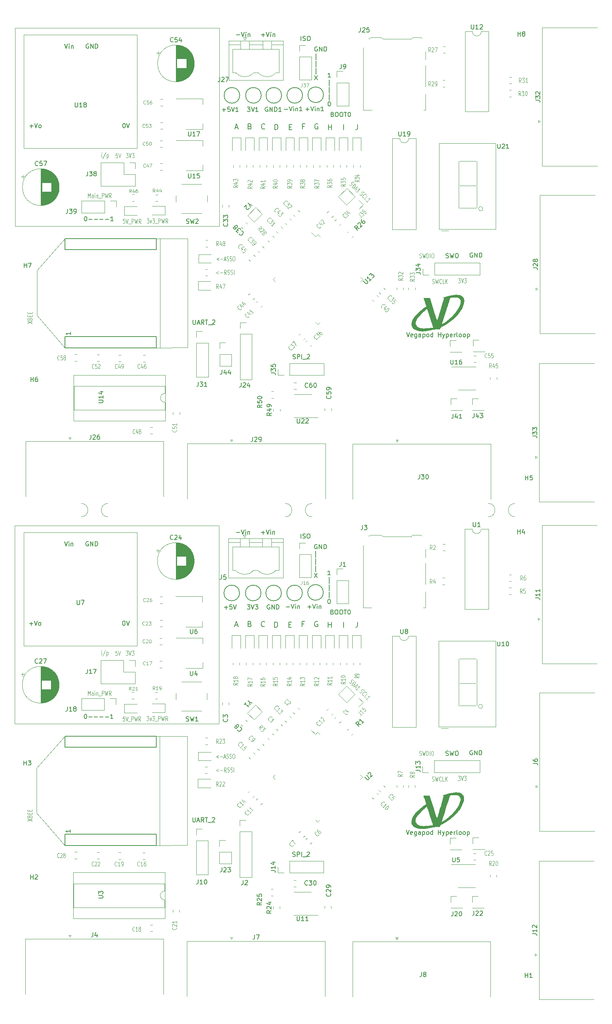
<source format=gbr>
%TF.GenerationSoftware,KiCad,Pcbnew,6.0.11-2627ca5db0~126~ubuntu20.04.1*%
%TF.CreationDate,2023-05-10T15:40:20+05:30*%
%TF.ProjectId,MVCU_F407,4d564355-5f46-4343-9037-2e6b69636164,rev?*%
%TF.SameCoordinates,Original*%
%TF.FileFunction,Legend,Top*%
%TF.FilePolarity,Positive*%
%FSLAX46Y46*%
G04 Gerber Fmt 4.6, Leading zero omitted, Abs format (unit mm)*
G04 Created by KiCad (PCBNEW 6.0.11-2627ca5db0~126~ubuntu20.04.1) date 2023-05-10 15:40:20*
%MOMM*%
%LPD*%
G01*
G04 APERTURE LIST*
%ADD10C,0.120000*%
%ADD11C,0.100000*%
%ADD12C,0.150000*%
%ADD13C,0.152400*%
%ADD14C,0.080000*%
%ADD15C,0.090000*%
%ADD16C,0.203200*%
G04 APERTURE END LIST*
D10*
X68018000Y-129345000D02*
X68018000Y-153745000D01*
X40457000Y-25025000D02*
X40457000Y-35125000D01*
X67283320Y-42372880D02*
X74257000Y-42325000D01*
X40418000Y-136445000D02*
X40418000Y-146545000D01*
X40418000Y-136445000D02*
X46743980Y-129297120D01*
X67244320Y-153792880D02*
X74218000Y-153745000D01*
X35518000Y-82195000D02*
X81318000Y-82195000D01*
X81318000Y-82195000D02*
X81318000Y-126495000D01*
X81318000Y-126495000D02*
X35518000Y-126495000D01*
X35518000Y-126495000D02*
X35518000Y-82195000D01*
X74218000Y-153745000D02*
X74218000Y-129345000D01*
X68057000Y-17925000D02*
X68057000Y-42325000D01*
X67244320Y-129297120D02*
X74218000Y-129345000D01*
X40457000Y-35125000D02*
X46782980Y-42372880D01*
X40457000Y-25025000D02*
X46782980Y-17877120D01*
X40418000Y-146545000D02*
X46743980Y-153792880D01*
X74257000Y-42325000D02*
X74257000Y-17925000D01*
X67283320Y-17877120D02*
X74257000Y-17925000D01*
X35557000Y29225000D02*
X81357000Y29225000D01*
X81357000Y29225000D02*
X81357000Y-15075000D01*
X81357000Y-15075000D02*
X35557000Y-15075000D01*
X35557000Y-15075000D02*
X35557000Y29225000D01*
D11*
X110566279Y-5788699D02*
X110608369Y-5898132D01*
X110734638Y-6024401D01*
X110818817Y-6041237D01*
X110877743Y-6032819D01*
X110970340Y-5990730D01*
X111037684Y-5923386D01*
X111079773Y-5830789D01*
X111088191Y-5771863D01*
X111071356Y-5687684D01*
X111004012Y-5552997D01*
X110987176Y-5468817D01*
X110995594Y-5409892D01*
X111037684Y-5317294D01*
X111105027Y-5249951D01*
X111197625Y-5207861D01*
X111256550Y-5199443D01*
X111340730Y-5216279D01*
X111466999Y-5342548D01*
X111509088Y-5451981D01*
X111062938Y-6352701D02*
X111770044Y-5645594D01*
X111896313Y-5771863D01*
X111938403Y-5881296D01*
X111921567Y-5999147D01*
X111879478Y-6091745D01*
X111770044Y-6251686D01*
X111669029Y-6352701D01*
X111509088Y-6462134D01*
X111416491Y-6504224D01*
X111298640Y-6521060D01*
X111189207Y-6478970D01*
X111062938Y-6352701D01*
X111770044Y-6655747D02*
X112022582Y-6908285D01*
X111517506Y-6807269D02*
X112401390Y-6276939D01*
X111871060Y-7160823D01*
X112325628Y-7615392D02*
X112022582Y-7312346D01*
X112174105Y-7463869D02*
X112881212Y-6756762D01*
X112729689Y-6807269D01*
X112611838Y-6824105D01*
X112527659Y-6807269D01*
D12*
X85230000Y27692571D02*
X85991904Y27692571D01*
X86325238Y28311619D02*
X86658571Y27311619D01*
X86991904Y28311619D01*
X87325238Y27311619D02*
X87325238Y27978285D01*
X87325238Y28311619D02*
X87277619Y28264000D01*
X87325238Y28216380D01*
X87372857Y28264000D01*
X87325238Y28311619D01*
X87325238Y28216380D01*
X87801428Y27978285D02*
X87801428Y27311619D01*
X87801428Y27883047D02*
X87849047Y27930666D01*
X87944285Y27978285D01*
X88087142Y27978285D01*
X88182380Y27930666D01*
X88230000Y27835428D01*
X88230000Y27311619D01*
X100389428Y7235714D02*
X99989428Y7235714D01*
X99989428Y6607142D02*
X99989428Y7807142D01*
X100560857Y7807142D01*
X85191000Y-83727428D02*
X85952904Y-83727428D01*
X86286238Y-83108380D02*
X86619571Y-84108380D01*
X86952904Y-83108380D01*
X87286238Y-84108380D02*
X87286238Y-83441714D01*
X87286238Y-83108380D02*
X87238619Y-83156000D01*
X87286238Y-83203619D01*
X87333857Y-83156000D01*
X87286238Y-83108380D01*
X87286238Y-83203619D01*
X87762428Y-83441714D02*
X87762428Y-84108380D01*
X87762428Y-83536952D02*
X87810047Y-83489333D01*
X87905285Y-83441714D01*
X88048142Y-83441714D01*
X88143380Y-83489333D01*
X88191000Y-83584571D01*
X88191000Y-84108380D01*
X103414285Y-103670000D02*
X103300000Y-103612857D01*
X103128571Y-103612857D01*
X102957142Y-103670000D01*
X102842857Y-103784285D01*
X102785714Y-103898571D01*
X102728571Y-104127142D01*
X102728571Y-104298571D01*
X102785714Y-104527142D01*
X102842857Y-104641428D01*
X102957142Y-104755714D01*
X103128571Y-104812857D01*
X103242857Y-104812857D01*
X103414285Y-104755714D01*
X103471428Y-104698571D01*
X103471428Y-104298571D01*
X103242857Y-104298571D01*
D11*
X129103571Y-139329761D02*
X129210714Y-139377380D01*
X129389285Y-139377380D01*
X129460714Y-139329761D01*
X129496428Y-139282142D01*
X129532142Y-139186904D01*
X129532142Y-139091666D01*
X129496428Y-138996428D01*
X129460714Y-138948809D01*
X129389285Y-138901190D01*
X129246428Y-138853571D01*
X129175000Y-138805952D01*
X129139285Y-138758333D01*
X129103571Y-138663095D01*
X129103571Y-138567857D01*
X129139285Y-138472619D01*
X129175000Y-138425000D01*
X129246428Y-138377380D01*
X129425000Y-138377380D01*
X129532142Y-138425000D01*
X129782142Y-138377380D02*
X129960714Y-139377380D01*
X130103571Y-138663095D01*
X130246428Y-139377380D01*
X130425000Y-138377380D01*
X131139285Y-139282142D02*
X131103571Y-139329761D01*
X130996428Y-139377380D01*
X130925000Y-139377380D01*
X130817857Y-139329761D01*
X130746428Y-139234523D01*
X130710714Y-139139285D01*
X130675000Y-138948809D01*
X130675000Y-138805952D01*
X130710714Y-138615476D01*
X130746428Y-138520238D01*
X130817857Y-138425000D01*
X130925000Y-138377380D01*
X130996428Y-138377380D01*
X131103571Y-138425000D01*
X131139285Y-138472619D01*
X131817857Y-139377380D02*
X131460714Y-139377380D01*
X131460714Y-138377380D01*
X132067857Y-139377380D02*
X132067857Y-138377380D01*
X132496428Y-139377380D02*
X132175000Y-138805952D01*
X132496428Y-138377380D02*
X132067857Y-138948809D01*
D12*
X88238714Y7235714D02*
X88410142Y7178571D01*
X88467285Y7121428D01*
X88524428Y7007142D01*
X88524428Y6835714D01*
X88467285Y6721428D01*
X88410142Y6664285D01*
X88295857Y6607142D01*
X87838714Y6607142D01*
X87838714Y7807142D01*
X88238714Y7807142D01*
X88353000Y7750000D01*
X88410142Y7692857D01*
X88467285Y7578571D01*
X88467285Y7464285D01*
X88410142Y7350000D01*
X88353000Y7292857D01*
X88238714Y7235714D01*
X87838714Y7235714D01*
D11*
X38384380Y-36903571D02*
X39384380Y-36403571D01*
X38384380Y-36403571D02*
X39384380Y-36903571D01*
X38860571Y-35867857D02*
X38908190Y-35760714D01*
X38955809Y-35725000D01*
X39051047Y-35689285D01*
X39193904Y-35689285D01*
X39289142Y-35725000D01*
X39336761Y-35760714D01*
X39384380Y-35832142D01*
X39384380Y-36117857D01*
X38384380Y-36117857D01*
X38384380Y-35867857D01*
X38432000Y-35796428D01*
X38479619Y-35760714D01*
X38574857Y-35725000D01*
X38670095Y-35725000D01*
X38765333Y-35760714D01*
X38812952Y-35796428D01*
X38860571Y-35867857D01*
X38860571Y-36117857D01*
X38860571Y-35367857D02*
X38860571Y-35117857D01*
X39384380Y-35010714D02*
X39384380Y-35367857D01*
X38384380Y-35367857D01*
X38384380Y-35010714D01*
X38860571Y-34689285D02*
X38860571Y-34439285D01*
X39384380Y-34332142D02*
X39384380Y-34689285D01*
X38384380Y-34689285D01*
X38384380Y-34332142D01*
X54935857Y-111097380D02*
X54935857Y-110430714D01*
X54935857Y-110097380D02*
X54900142Y-110145000D01*
X54935857Y-110192619D01*
X54971571Y-110145000D01*
X54935857Y-110097380D01*
X54935857Y-110192619D01*
X55828714Y-110049761D02*
X55185857Y-111335476D01*
X56078714Y-110430714D02*
X56078714Y-111430714D01*
X56078714Y-110478333D02*
X56150142Y-110430714D01*
X56293000Y-110430714D01*
X56364428Y-110478333D01*
X56400142Y-110525952D01*
X56435857Y-110621190D01*
X56435857Y-110906904D01*
X56400142Y-111002142D01*
X56364428Y-111049761D01*
X56293000Y-111097380D01*
X56150142Y-111097380D01*
X56078714Y-111049761D01*
D12*
X90818000Y27692571D02*
X91579904Y27692571D01*
X91198952Y27311619D02*
X91198952Y28073523D01*
X91913238Y28311619D02*
X92246571Y27311619D01*
X92579904Y28311619D01*
X92913238Y27311619D02*
X92913238Y27978285D01*
X92913238Y28311619D02*
X92865619Y28264000D01*
X92913238Y28216380D01*
X92960857Y28264000D01*
X92913238Y28311619D01*
X92913238Y28216380D01*
X93389428Y27978285D02*
X93389428Y27311619D01*
X93389428Y27883047D02*
X93437047Y27930666D01*
X93532285Y27978285D01*
X93675142Y27978285D01*
X93770380Y27930666D01*
X93818000Y27835428D01*
X93818000Y27311619D01*
X84946285Y6950000D02*
X85517714Y6950000D01*
X84832000Y6607142D02*
X85232000Y7807142D01*
X85632000Y6607142D01*
X106740666Y9928428D02*
X106883523Y9880809D01*
X106931142Y9833190D01*
X106978761Y9737952D01*
X106978761Y9595095D01*
X106931142Y9499857D01*
X106883523Y9452238D01*
X106788285Y9404619D01*
X106407333Y9404619D01*
X106407333Y10404619D01*
X106740666Y10404619D01*
X106835904Y10357000D01*
X106883523Y10309380D01*
X106931142Y10214142D01*
X106931142Y10118904D01*
X106883523Y10023666D01*
X106835904Y9976047D01*
X106740666Y9928428D01*
X106407333Y9928428D01*
X107597809Y10404619D02*
X107788285Y10404619D01*
X107883523Y10357000D01*
X107978761Y10261761D01*
X108026380Y10071285D01*
X108026380Y9737952D01*
X107978761Y9547476D01*
X107883523Y9452238D01*
X107788285Y9404619D01*
X107597809Y9404619D01*
X107502571Y9452238D01*
X107407333Y9547476D01*
X107359714Y9737952D01*
X107359714Y10071285D01*
X107407333Y10261761D01*
X107502571Y10357000D01*
X107597809Y10404619D01*
X108645428Y10404619D02*
X108835904Y10404619D01*
X108931142Y10357000D01*
X109026380Y10261761D01*
X109074000Y10071285D01*
X109074000Y9737952D01*
X109026380Y9547476D01*
X108931142Y9452238D01*
X108835904Y9404619D01*
X108645428Y9404619D01*
X108550190Y9452238D01*
X108454952Y9547476D01*
X108407333Y9737952D01*
X108407333Y10071285D01*
X108454952Y10261761D01*
X108550190Y10357000D01*
X108645428Y10404619D01*
X109359714Y10404619D02*
X109931142Y10404619D01*
X109645428Y9404619D02*
X109645428Y10404619D01*
X110454952Y10404619D02*
X110550190Y10404619D01*
X110645428Y10357000D01*
X110693047Y10309380D01*
X110740666Y10214142D01*
X110788285Y10023666D01*
X110788285Y9785571D01*
X110740666Y9595095D01*
X110693047Y9499857D01*
X110645428Y9452238D01*
X110550190Y9404619D01*
X110454952Y9404619D01*
X110359714Y9452238D01*
X110312095Y9499857D01*
X110264476Y9595095D01*
X110216857Y9785571D01*
X110216857Y10023666D01*
X110264476Y10214142D01*
X110312095Y10309380D01*
X110359714Y10357000D01*
X110454952Y10404619D01*
X106701666Y-101491571D02*
X106844523Y-101539190D01*
X106892142Y-101586809D01*
X106939761Y-101682047D01*
X106939761Y-101824904D01*
X106892142Y-101920142D01*
X106844523Y-101967761D01*
X106749285Y-102015380D01*
X106368333Y-102015380D01*
X106368333Y-101015380D01*
X106701666Y-101015380D01*
X106796904Y-101063000D01*
X106844523Y-101110619D01*
X106892142Y-101205857D01*
X106892142Y-101301095D01*
X106844523Y-101396333D01*
X106796904Y-101443952D01*
X106701666Y-101491571D01*
X106368333Y-101491571D01*
X107558809Y-101015380D02*
X107749285Y-101015380D01*
X107844523Y-101063000D01*
X107939761Y-101158238D01*
X107987380Y-101348714D01*
X107987380Y-101682047D01*
X107939761Y-101872523D01*
X107844523Y-101967761D01*
X107749285Y-102015380D01*
X107558809Y-102015380D01*
X107463571Y-101967761D01*
X107368333Y-101872523D01*
X107320714Y-101682047D01*
X107320714Y-101348714D01*
X107368333Y-101158238D01*
X107463571Y-101063000D01*
X107558809Y-101015380D01*
X108606428Y-101015380D02*
X108796904Y-101015380D01*
X108892142Y-101063000D01*
X108987380Y-101158238D01*
X109035000Y-101348714D01*
X109035000Y-101682047D01*
X108987380Y-101872523D01*
X108892142Y-101967761D01*
X108796904Y-102015380D01*
X108606428Y-102015380D01*
X108511190Y-101967761D01*
X108415952Y-101872523D01*
X108368333Y-101682047D01*
X108368333Y-101348714D01*
X108415952Y-101158238D01*
X108511190Y-101063000D01*
X108606428Y-101015380D01*
X109320714Y-101015380D02*
X109892142Y-101015380D01*
X109606428Y-102015380D02*
X109606428Y-101015380D01*
X110415952Y-101015380D02*
X110511190Y-101015380D01*
X110606428Y-101063000D01*
X110654047Y-101110619D01*
X110701666Y-101205857D01*
X110749285Y-101396333D01*
X110749285Y-101634428D01*
X110701666Y-101824904D01*
X110654047Y-101920142D01*
X110606428Y-101967761D01*
X110511190Y-102015380D01*
X110415952Y-102015380D01*
X110320714Y-101967761D01*
X110273095Y-101920142D01*
X110225476Y-101824904D01*
X110177857Y-101634428D01*
X110177857Y-101396333D01*
X110225476Y-101205857D01*
X110273095Y-101110619D01*
X110320714Y-101063000D01*
X110415952Y-101015380D01*
X132212047Y-22170761D02*
X132354904Y-22218380D01*
X132593000Y-22218380D01*
X132688238Y-22170761D01*
X132735857Y-22123142D01*
X132783476Y-22027904D01*
X132783476Y-21932666D01*
X132735857Y-21837428D01*
X132688238Y-21789809D01*
X132593000Y-21742190D01*
X132402523Y-21694571D01*
X132307285Y-21646952D01*
X132259666Y-21599333D01*
X132212047Y-21504095D01*
X132212047Y-21408857D01*
X132259666Y-21313619D01*
X132307285Y-21266000D01*
X132402523Y-21218380D01*
X132640619Y-21218380D01*
X132783476Y-21266000D01*
X133116809Y-21218380D02*
X133354904Y-22218380D01*
X133545380Y-21504095D01*
X133735857Y-22218380D01*
X133973952Y-21218380D01*
X134545380Y-21218380D02*
X134735857Y-21218380D01*
X134831095Y-21266000D01*
X134926333Y-21361238D01*
X134973952Y-21551714D01*
X134973952Y-21885047D01*
X134926333Y-22075523D01*
X134831095Y-22170761D01*
X134735857Y-22218380D01*
X134545380Y-22218380D01*
X134450142Y-22170761D01*
X134354904Y-22075523D01*
X134307285Y-21885047D01*
X134307285Y-21551714D01*
X134354904Y-21361238D01*
X134450142Y-21266000D01*
X134545380Y-21218380D01*
D11*
X126249714Y-133590761D02*
X126356857Y-133638380D01*
X126535428Y-133638380D01*
X126606857Y-133590761D01*
X126642571Y-133543142D01*
X126678285Y-133447904D01*
X126678285Y-133352666D01*
X126642571Y-133257428D01*
X126606857Y-133209809D01*
X126535428Y-133162190D01*
X126392571Y-133114571D01*
X126321142Y-133066952D01*
X126285428Y-133019333D01*
X126249714Y-132924095D01*
X126249714Y-132828857D01*
X126285428Y-132733619D01*
X126321142Y-132686000D01*
X126392571Y-132638380D01*
X126571142Y-132638380D01*
X126678285Y-132686000D01*
X126928285Y-132638380D02*
X127106857Y-133638380D01*
X127249714Y-132924095D01*
X127392571Y-133638380D01*
X127571142Y-132638380D01*
X127856857Y-133638380D02*
X127856857Y-132638380D01*
X128035428Y-132638380D01*
X128142571Y-132686000D01*
X128214000Y-132781238D01*
X128249714Y-132876476D01*
X128285428Y-133066952D01*
X128285428Y-133209809D01*
X128249714Y-133400285D01*
X128214000Y-133495523D01*
X128142571Y-133590761D01*
X128035428Y-133638380D01*
X127856857Y-133638380D01*
X128606857Y-133638380D02*
X128606857Y-132638380D01*
X129106857Y-132638380D02*
X129249714Y-132638380D01*
X129321142Y-132686000D01*
X129392571Y-132781238D01*
X129428285Y-132971714D01*
X129428285Y-133305047D01*
X129392571Y-133495523D01*
X129321142Y-133590761D01*
X129249714Y-133638380D01*
X129106857Y-133638380D01*
X129035428Y-133590761D01*
X128964000Y-133495523D01*
X128928285Y-133305047D01*
X128928285Y-132971714D01*
X128964000Y-132781238D01*
X129035428Y-132686000D01*
X129106857Y-132638380D01*
D12*
X138126095Y-132559000D02*
X138030857Y-132511380D01*
X137888000Y-132511380D01*
X137745142Y-132559000D01*
X137649904Y-132654238D01*
X137602285Y-132749476D01*
X137554666Y-132939952D01*
X137554666Y-133082809D01*
X137602285Y-133273285D01*
X137649904Y-133368523D01*
X137745142Y-133463761D01*
X137888000Y-133511380D01*
X137983238Y-133511380D01*
X138126095Y-133463761D01*
X138173714Y-133416142D01*
X138173714Y-133082809D01*
X137983238Y-133082809D01*
X138602285Y-133511380D02*
X138602285Y-132511380D01*
X139173714Y-133511380D01*
X139173714Y-132511380D01*
X139649904Y-133511380D02*
X139649904Y-132511380D01*
X139888000Y-132511380D01*
X140030857Y-132559000D01*
X140126095Y-132654238D01*
X140173714Y-132749476D01*
X140221333Y-132939952D01*
X140221333Y-133082809D01*
X140173714Y-133273285D01*
X140126095Y-133368523D01*
X140030857Y-133463761D01*
X139888000Y-133511380D01*
X139649904Y-133511380D01*
D10*
X81171571Y-136666214D02*
X80600142Y-136951928D01*
X81171571Y-137237642D01*
X81528714Y-136951928D02*
X82100142Y-136951928D01*
X82885857Y-137332880D02*
X82635857Y-136856690D01*
X82457285Y-137332880D02*
X82457285Y-136332880D01*
X82743000Y-136332880D01*
X82814428Y-136380500D01*
X82850142Y-136428119D01*
X82885857Y-136523357D01*
X82885857Y-136666214D01*
X82850142Y-136761452D01*
X82814428Y-136809071D01*
X82743000Y-136856690D01*
X82457285Y-136856690D01*
X83171571Y-137285261D02*
X83278714Y-137332880D01*
X83457285Y-137332880D01*
X83528714Y-137285261D01*
X83564428Y-137237642D01*
X83600142Y-137142404D01*
X83600142Y-137047166D01*
X83564428Y-136951928D01*
X83528714Y-136904309D01*
X83457285Y-136856690D01*
X83314428Y-136809071D01*
X83243000Y-136761452D01*
X83207285Y-136713833D01*
X83171571Y-136618595D01*
X83171571Y-136523357D01*
X83207285Y-136428119D01*
X83243000Y-136380500D01*
X83314428Y-136332880D01*
X83493000Y-136332880D01*
X83600142Y-136380500D01*
X83885857Y-137285261D02*
X83993000Y-137332880D01*
X84171571Y-137332880D01*
X84243000Y-137285261D01*
X84278714Y-137237642D01*
X84314428Y-137142404D01*
X84314428Y-137047166D01*
X84278714Y-136951928D01*
X84243000Y-136904309D01*
X84171571Y-136856690D01*
X84028714Y-136809071D01*
X83957285Y-136761452D01*
X83921571Y-136713833D01*
X83885857Y-136618595D01*
X83885857Y-136523357D01*
X83921571Y-136428119D01*
X83957285Y-136380500D01*
X84028714Y-136332880D01*
X84207285Y-136332880D01*
X84314428Y-136380500D01*
X84635857Y-137332880D02*
X84635857Y-136332880D01*
D12*
X138165095Y-21139000D02*
X138069857Y-21091380D01*
X137927000Y-21091380D01*
X137784142Y-21139000D01*
X137688904Y-21234238D01*
X137641285Y-21329476D01*
X137593666Y-21519952D01*
X137593666Y-21662809D01*
X137641285Y-21853285D01*
X137688904Y-21948523D01*
X137784142Y-22043761D01*
X137927000Y-22091380D01*
X138022238Y-22091380D01*
X138165095Y-22043761D01*
X138212714Y-21996142D01*
X138212714Y-21662809D01*
X138022238Y-21662809D01*
X138641285Y-22091380D02*
X138641285Y-21091380D01*
X139212714Y-22091380D01*
X139212714Y-21091380D01*
X139688904Y-22091380D02*
X139688904Y-21091380D01*
X139927000Y-21091380D01*
X140069857Y-21139000D01*
X140165095Y-21234238D01*
X140212714Y-21329476D01*
X140260333Y-21519952D01*
X140260333Y-21662809D01*
X140212714Y-21853285D01*
X140165095Y-21948523D01*
X140069857Y-22043761D01*
X139927000Y-22091380D01*
X139688904Y-22091380D01*
X90779000Y-83727428D02*
X91540904Y-83727428D01*
X91159952Y-84108380D02*
X91159952Y-83346476D01*
X91874238Y-83108380D02*
X92207571Y-84108380D01*
X92540904Y-83108380D01*
X92874238Y-84108380D02*
X92874238Y-83441714D01*
X92874238Y-83108380D02*
X92826619Y-83156000D01*
X92874238Y-83203619D01*
X92921857Y-83156000D01*
X92874238Y-83108380D01*
X92874238Y-83203619D01*
X93350428Y-83441714D02*
X93350428Y-84108380D01*
X93350428Y-83536952D02*
X93398047Y-83489333D01*
X93493285Y-83441714D01*
X93636142Y-83441714D01*
X93731380Y-83489333D01*
X93779000Y-83584571D01*
X93779000Y-84108380D01*
X112403428Y7682142D02*
X112403428Y6825000D01*
X112346285Y6653571D01*
X112232000Y6539285D01*
X112060571Y6482142D01*
X111946285Y6482142D01*
X100350428Y-104184285D02*
X99950428Y-104184285D01*
X99950428Y-104812857D02*
X99950428Y-103612857D01*
X100521857Y-103612857D01*
X105805142Y-104939857D02*
X105805142Y-103739857D01*
X105805142Y-104311285D02*
X106490857Y-104311285D01*
X106490857Y-104939857D02*
X106490857Y-103739857D01*
D11*
X110527279Y-117208699D02*
X110569369Y-117318132D01*
X110695638Y-117444401D01*
X110779817Y-117461237D01*
X110838743Y-117452819D01*
X110931340Y-117410730D01*
X110998684Y-117343386D01*
X111040773Y-117250789D01*
X111049191Y-117191863D01*
X111032356Y-117107684D01*
X110965012Y-116972997D01*
X110948176Y-116888817D01*
X110956594Y-116829892D01*
X110998684Y-116737294D01*
X111066027Y-116669951D01*
X111158625Y-116627861D01*
X111217550Y-116619443D01*
X111301730Y-116636279D01*
X111427999Y-116762548D01*
X111470088Y-116871981D01*
X111023938Y-117772701D02*
X111731044Y-117065594D01*
X111857313Y-117191863D01*
X111899403Y-117301296D01*
X111882567Y-117419147D01*
X111840478Y-117511745D01*
X111731044Y-117671686D01*
X111630029Y-117772701D01*
X111470088Y-117882134D01*
X111377491Y-117924224D01*
X111259640Y-117941060D01*
X111150207Y-117898970D01*
X111023938Y-117772701D01*
X111731044Y-118075747D02*
X111983582Y-118328285D01*
X111478506Y-118227269D02*
X112362390Y-117696939D01*
X111832060Y-118580823D01*
X112286628Y-119035392D02*
X111983582Y-118732346D01*
X112135105Y-118883869D02*
X112842212Y-118176762D01*
X112690689Y-118227269D01*
X112572838Y-118244105D01*
X112488659Y-118227269D01*
D12*
X91533428Y-104698571D02*
X91476285Y-104755714D01*
X91304857Y-104812857D01*
X91190571Y-104812857D01*
X91019142Y-104755714D01*
X90904857Y-104641428D01*
X90847714Y-104527142D01*
X90790571Y-104298571D01*
X90790571Y-104127142D01*
X90847714Y-103898571D01*
X90904857Y-103784285D01*
X91019142Y-103670000D01*
X91190571Y-103612857D01*
X91304857Y-103612857D01*
X91476285Y-103670000D01*
X91533428Y-103727142D01*
X84907285Y-104470000D02*
X85478714Y-104470000D01*
X84793000Y-104812857D02*
X85193000Y-103612857D01*
X85593000Y-104812857D01*
X106280714Y-93207380D02*
X105709285Y-93207380D01*
X105995000Y-93207380D02*
X105995000Y-92207380D01*
X105899761Y-92350238D01*
X105804523Y-92445476D01*
X105709285Y-92493095D01*
X105995000Y-95150714D02*
X105995000Y-93722142D01*
X105995000Y-96760714D02*
X105995000Y-95332142D01*
X105995000Y-98370714D02*
X105995000Y-96942142D01*
X105947380Y-98647380D02*
X106042619Y-98647380D01*
X106137857Y-98695000D01*
X106185476Y-98742619D01*
X106233095Y-98837857D01*
X106280714Y-99028333D01*
X106280714Y-99266428D01*
X106233095Y-99456904D01*
X106185476Y-99552142D01*
X106137857Y-99599761D01*
X106042619Y-99647380D01*
X105947380Y-99647380D01*
X105852142Y-99599761D01*
X105804523Y-99552142D01*
X105756904Y-99456904D01*
X105709285Y-99266428D01*
X105709285Y-99028333D01*
X105756904Y-98837857D01*
X105804523Y-98742619D01*
X105852142Y-98695000D01*
X105947380Y-98647380D01*
D11*
X112825906Y-119380326D02*
X112867996Y-119489759D01*
X112994265Y-119616028D01*
X113078444Y-119632864D01*
X113137370Y-119624446D01*
X113229967Y-119582356D01*
X113297311Y-119515013D01*
X113339400Y-119422416D01*
X113347818Y-119363490D01*
X113330982Y-119279311D01*
X113263639Y-119144624D01*
X113246803Y-119060444D01*
X113255221Y-119001519D01*
X113297311Y-118908921D01*
X113364654Y-118841578D01*
X113457251Y-118799488D01*
X113516177Y-118791070D01*
X113600356Y-118807906D01*
X113726625Y-118934175D01*
X113768715Y-119043608D01*
X113692954Y-120180030D02*
X113634028Y-120188448D01*
X113524595Y-120146358D01*
X113474087Y-120095851D01*
X113431998Y-119986417D01*
X113448834Y-119868566D01*
X113490923Y-119775969D01*
X113600356Y-119616028D01*
X113701372Y-119515013D01*
X113861312Y-119405580D01*
X113953910Y-119363490D01*
X114071761Y-119346654D01*
X114181194Y-119388744D01*
X114231702Y-119439251D01*
X114273791Y-119548685D01*
X114265374Y-119607610D01*
X114105433Y-120727196D02*
X113852895Y-120474658D01*
X114560001Y-119767551D01*
X114560001Y-121181765D02*
X114256956Y-120878719D01*
X114408478Y-121030242D02*
X115115585Y-120323135D01*
X114964062Y-120373643D01*
X114846211Y-120390478D01*
X114762032Y-120373643D01*
D10*
X60110857Y-124897380D02*
X59753714Y-124897380D01*
X59718000Y-125373571D01*
X59753714Y-125325952D01*
X59825142Y-125278333D01*
X60003714Y-125278333D01*
X60075142Y-125325952D01*
X60110857Y-125373571D01*
X60146571Y-125468809D01*
X60146571Y-125706904D01*
X60110857Y-125802142D01*
X60075142Y-125849761D01*
X60003714Y-125897380D01*
X59825142Y-125897380D01*
X59753714Y-125849761D01*
X59718000Y-125802142D01*
X60360857Y-124897380D02*
X60610857Y-125897380D01*
X60860857Y-124897380D01*
X60932285Y-125992619D02*
X61503714Y-125992619D01*
X61682285Y-125897380D02*
X61682285Y-124897380D01*
X61968000Y-124897380D01*
X62039428Y-124945000D01*
X62075142Y-124992619D01*
X62110857Y-125087857D01*
X62110857Y-125230714D01*
X62075142Y-125325952D01*
X62039428Y-125373571D01*
X61968000Y-125421190D01*
X61682285Y-125421190D01*
X62360857Y-124897380D02*
X62539428Y-125897380D01*
X62682285Y-125183095D01*
X62825142Y-125897380D01*
X63003714Y-124897380D01*
X63718000Y-125897380D02*
X63468000Y-125421190D01*
X63289428Y-125897380D02*
X63289428Y-124897380D01*
X63575142Y-124897380D01*
X63646571Y-124945000D01*
X63682285Y-124992619D01*
X63718000Y-125087857D01*
X63718000Y-125230714D01*
X63682285Y-125325952D01*
X63646571Y-125373571D01*
X63575142Y-125421190D01*
X63289428Y-125421190D01*
D12*
X109196000Y-104939857D02*
X109196000Y-103739857D01*
X97000857Y-104311285D02*
X97400857Y-104311285D01*
X97572285Y-104939857D02*
X97000857Y-104939857D01*
X97000857Y-103739857D01*
X97572285Y-103739857D01*
D11*
X60389428Y-110197380D02*
X60853714Y-110197380D01*
X60603714Y-110578333D01*
X60710857Y-110578333D01*
X60782285Y-110625952D01*
X60818000Y-110673571D01*
X60853714Y-110768809D01*
X60853714Y-111006904D01*
X60818000Y-111102142D01*
X60782285Y-111149761D01*
X60710857Y-111197380D01*
X60496571Y-111197380D01*
X60425142Y-111149761D01*
X60389428Y-111102142D01*
X61068000Y-110197380D02*
X61318000Y-111197380D01*
X61568000Y-110197380D01*
X61746571Y-110197380D02*
X62210857Y-110197380D01*
X61960857Y-110578333D01*
X62068000Y-110578333D01*
X62139428Y-110625952D01*
X62175142Y-110673571D01*
X62210857Y-110768809D01*
X62210857Y-111006904D01*
X62175142Y-111102142D01*
X62139428Y-111149761D01*
X62068000Y-111197380D01*
X61853714Y-111197380D01*
X61782285Y-111149761D01*
X61746571Y-111102142D01*
D10*
X81284000Y-22198214D02*
X80750666Y-22483928D01*
X81284000Y-22769642D01*
X81617333Y-22483928D02*
X82150666Y-22483928D01*
X82450666Y-22579166D02*
X82784000Y-22579166D01*
X82384000Y-22864880D02*
X82617333Y-21864880D01*
X82850666Y-22864880D01*
X83050666Y-22817261D02*
X83150666Y-22864880D01*
X83317333Y-22864880D01*
X83384000Y-22817261D01*
X83417333Y-22769642D01*
X83450666Y-22674404D01*
X83450666Y-22579166D01*
X83417333Y-22483928D01*
X83384000Y-22436309D01*
X83317333Y-22388690D01*
X83184000Y-22341071D01*
X83117333Y-22293452D01*
X83084000Y-22245833D01*
X83050666Y-22150595D01*
X83050666Y-22055357D01*
X83084000Y-21960119D01*
X83117333Y-21912500D01*
X83184000Y-21864880D01*
X83350666Y-21864880D01*
X83450666Y-21912500D01*
X83717333Y-22817261D02*
X83817333Y-22864880D01*
X83984000Y-22864880D01*
X84050666Y-22817261D01*
X84084000Y-22769642D01*
X84117333Y-22674404D01*
X84117333Y-22579166D01*
X84084000Y-22483928D01*
X84050666Y-22436309D01*
X83984000Y-22388690D01*
X83850666Y-22341071D01*
X83784000Y-22293452D01*
X83750666Y-22245833D01*
X83717333Y-22150595D01*
X83717333Y-22055357D01*
X83750666Y-21960119D01*
X83784000Y-21912500D01*
X83850666Y-21864880D01*
X84017333Y-21864880D01*
X84117333Y-21912500D01*
X84550666Y-21864880D02*
X84684000Y-21864880D01*
X84750666Y-21912500D01*
X84817333Y-22007738D01*
X84850666Y-22198214D01*
X84850666Y-22531547D01*
X84817333Y-22722023D01*
X84750666Y-22817261D01*
X84684000Y-22864880D01*
X84550666Y-22864880D01*
X84484000Y-22817261D01*
X84417333Y-22722023D01*
X84384000Y-22531547D01*
X84384000Y-22198214D01*
X84417333Y-22007738D01*
X84484000Y-21912500D01*
X84550666Y-21864880D01*
D12*
X112364428Y-103737857D02*
X112364428Y-104595000D01*
X112307285Y-104766428D01*
X112193000Y-104880714D01*
X112021571Y-104937857D01*
X111907285Y-104937857D01*
X99700000Y26422619D02*
X99700000Y27422619D01*
X100128571Y26470238D02*
X100271428Y26422619D01*
X100509523Y26422619D01*
X100604761Y26470238D01*
X100652380Y26517857D01*
X100700000Y26613095D01*
X100700000Y26708333D01*
X100652380Y26803571D01*
X100604761Y26851190D01*
X100509523Y26898809D01*
X100319047Y26946428D01*
X100223809Y26994047D01*
X100176190Y27041666D01*
X100128571Y27136904D01*
X100128571Y27232142D01*
X100176190Y27327380D01*
X100223809Y27375000D01*
X100319047Y27422619D01*
X100557142Y27422619D01*
X100700000Y27375000D01*
X101319047Y27422619D02*
X101509523Y27422619D01*
X101604761Y27375000D01*
X101700000Y27279761D01*
X101747619Y27089285D01*
X101747619Y26755952D01*
X101700000Y26565476D01*
X101604761Y26470238D01*
X101509523Y26422619D01*
X101319047Y26422619D01*
X101223809Y26470238D01*
X101128571Y26565476D01*
X101080952Y26755952D01*
X101080952Y27089285D01*
X101128571Y27279761D01*
X101223809Y27375000D01*
X101319047Y27422619D01*
X132173047Y-133590761D02*
X132315904Y-133638380D01*
X132554000Y-133638380D01*
X132649238Y-133590761D01*
X132696857Y-133543142D01*
X132744476Y-133447904D01*
X132744476Y-133352666D01*
X132696857Y-133257428D01*
X132649238Y-133209809D01*
X132554000Y-133162190D01*
X132363523Y-133114571D01*
X132268285Y-133066952D01*
X132220666Y-133019333D01*
X132173047Y-132924095D01*
X132173047Y-132828857D01*
X132220666Y-132733619D01*
X132268285Y-132686000D01*
X132363523Y-132638380D01*
X132601619Y-132638380D01*
X132744476Y-132686000D01*
X133077809Y-132638380D02*
X133315904Y-133638380D01*
X133506380Y-132924095D01*
X133696857Y-133638380D01*
X133934952Y-132638380D01*
X134506380Y-132638380D02*
X134696857Y-132638380D01*
X134792095Y-132686000D01*
X134887333Y-132781238D01*
X134934952Y-132971714D01*
X134934952Y-133305047D01*
X134887333Y-133495523D01*
X134792095Y-133590761D01*
X134696857Y-133638380D01*
X134506380Y-133638380D01*
X134411142Y-133590761D01*
X134315904Y-133495523D01*
X134268285Y-133305047D01*
X134268285Y-132971714D01*
X134315904Y-132781238D01*
X134411142Y-132686000D01*
X134506380Y-132638380D01*
D11*
X60428428Y1222619D02*
X60892714Y1222619D01*
X60642714Y841666D01*
X60749857Y841666D01*
X60821285Y794047D01*
X60857000Y746428D01*
X60892714Y651190D01*
X60892714Y413095D01*
X60857000Y317857D01*
X60821285Y270238D01*
X60749857Y222619D01*
X60535571Y222619D01*
X60464142Y270238D01*
X60428428Y317857D01*
X61107000Y1222619D02*
X61357000Y222619D01*
X61607000Y1222619D01*
X61785571Y1222619D02*
X62249857Y1222619D01*
X61999857Y841666D01*
X62107000Y841666D01*
X62178428Y794047D01*
X62214142Y746428D01*
X62249857Y651190D01*
X62249857Y413095D01*
X62214142Y317857D01*
X62178428Y270238D01*
X62107000Y222619D01*
X61892714Y222619D01*
X61821285Y270238D01*
X61785571Y317857D01*
X126288714Y-22170761D02*
X126395857Y-22218380D01*
X126574428Y-22218380D01*
X126645857Y-22170761D01*
X126681571Y-22123142D01*
X126717285Y-22027904D01*
X126717285Y-21932666D01*
X126681571Y-21837428D01*
X126645857Y-21789809D01*
X126574428Y-21742190D01*
X126431571Y-21694571D01*
X126360142Y-21646952D01*
X126324428Y-21599333D01*
X126288714Y-21504095D01*
X126288714Y-21408857D01*
X126324428Y-21313619D01*
X126360142Y-21266000D01*
X126431571Y-21218380D01*
X126610142Y-21218380D01*
X126717285Y-21266000D01*
X126967285Y-21218380D02*
X127145857Y-22218380D01*
X127288714Y-21504095D01*
X127431571Y-22218380D01*
X127610142Y-21218380D01*
X127895857Y-22218380D02*
X127895857Y-21218380D01*
X128074428Y-21218380D01*
X128181571Y-21266000D01*
X128253000Y-21361238D01*
X128288714Y-21456476D01*
X128324428Y-21646952D01*
X128324428Y-21789809D01*
X128288714Y-21980285D01*
X128253000Y-22075523D01*
X128181571Y-22170761D01*
X128074428Y-22218380D01*
X127895857Y-22218380D01*
X128645857Y-22218380D02*
X128645857Y-21218380D01*
X129145857Y-21218380D02*
X129288714Y-21218380D01*
X129360142Y-21266000D01*
X129431571Y-21361238D01*
X129467285Y-21551714D01*
X129467285Y-21885047D01*
X129431571Y-22075523D01*
X129360142Y-22170761D01*
X129288714Y-22218380D01*
X129145857Y-22218380D01*
X129074428Y-22170761D01*
X129003000Y-22075523D01*
X128967285Y-21885047D01*
X128967285Y-21551714D01*
X129003000Y-21361238D01*
X129074428Y-21266000D01*
X129145857Y-21218380D01*
D12*
X93807714Y6480142D02*
X93807714Y7680142D01*
X94093428Y7680142D01*
X94264857Y7623000D01*
X94379142Y7508714D01*
X94436285Y7394428D01*
X94493428Y7165857D01*
X94493428Y6994428D01*
X94436285Y6765857D01*
X94379142Y6651571D01*
X94264857Y6537285D01*
X94093428Y6480142D01*
X93807714Y6480142D01*
X93768714Y-104939857D02*
X93768714Y-103739857D01*
X94054428Y-103739857D01*
X94225857Y-103797000D01*
X94340142Y-103911285D01*
X94397285Y-104025571D01*
X94454428Y-104254142D01*
X94454428Y-104425571D01*
X94397285Y-104654142D01*
X94340142Y-104768428D01*
X94225857Y-104882714D01*
X94054428Y-104939857D01*
X93768714Y-104939857D01*
D10*
X81210571Y-25246214D02*
X80639142Y-25531928D01*
X81210571Y-25817642D01*
X81567714Y-25531928D02*
X82139142Y-25531928D01*
X82924857Y-25912880D02*
X82674857Y-25436690D01*
X82496285Y-25912880D02*
X82496285Y-24912880D01*
X82782000Y-24912880D01*
X82853428Y-24960500D01*
X82889142Y-25008119D01*
X82924857Y-25103357D01*
X82924857Y-25246214D01*
X82889142Y-25341452D01*
X82853428Y-25389071D01*
X82782000Y-25436690D01*
X82496285Y-25436690D01*
X83210571Y-25865261D02*
X83317714Y-25912880D01*
X83496285Y-25912880D01*
X83567714Y-25865261D01*
X83603428Y-25817642D01*
X83639142Y-25722404D01*
X83639142Y-25627166D01*
X83603428Y-25531928D01*
X83567714Y-25484309D01*
X83496285Y-25436690D01*
X83353428Y-25389071D01*
X83282000Y-25341452D01*
X83246285Y-25293833D01*
X83210571Y-25198595D01*
X83210571Y-25103357D01*
X83246285Y-25008119D01*
X83282000Y-24960500D01*
X83353428Y-24912880D01*
X83532000Y-24912880D01*
X83639142Y-24960500D01*
X83924857Y-25865261D02*
X84032000Y-25912880D01*
X84210571Y-25912880D01*
X84282000Y-25865261D01*
X84317714Y-25817642D01*
X84353428Y-25722404D01*
X84353428Y-25627166D01*
X84317714Y-25531928D01*
X84282000Y-25484309D01*
X84210571Y-25436690D01*
X84067714Y-25389071D01*
X83996285Y-25341452D01*
X83960571Y-25293833D01*
X83924857Y-25198595D01*
X83924857Y-25103357D01*
X83960571Y-25008119D01*
X83996285Y-24960500D01*
X84067714Y-24912880D01*
X84246285Y-24912880D01*
X84353428Y-24960500D01*
X84674857Y-25912880D02*
X84674857Y-24912880D01*
D12*
X103453285Y7750000D02*
X103339000Y7807142D01*
X103167571Y7807142D01*
X102996142Y7750000D01*
X102881857Y7635714D01*
X102824714Y7521428D01*
X102767571Y7292857D01*
X102767571Y7121428D01*
X102824714Y6892857D01*
X102881857Y6778571D01*
X102996142Y6664285D01*
X103167571Y6607142D01*
X103281857Y6607142D01*
X103453285Y6664285D01*
X103510428Y6721428D01*
X103510428Y7121428D01*
X103281857Y7121428D01*
D11*
X38345380Y-148323571D02*
X39345380Y-147823571D01*
X38345380Y-147823571D02*
X39345380Y-148323571D01*
X38821571Y-147287857D02*
X38869190Y-147180714D01*
X38916809Y-147145000D01*
X39012047Y-147109285D01*
X39154904Y-147109285D01*
X39250142Y-147145000D01*
X39297761Y-147180714D01*
X39345380Y-147252142D01*
X39345380Y-147537857D01*
X38345380Y-147537857D01*
X38345380Y-147287857D01*
X38393000Y-147216428D01*
X38440619Y-147180714D01*
X38535857Y-147145000D01*
X38631095Y-147145000D01*
X38726333Y-147180714D01*
X38773952Y-147216428D01*
X38821571Y-147287857D01*
X38821571Y-147537857D01*
X38821571Y-146787857D02*
X38821571Y-146537857D01*
X39345380Y-146430714D02*
X39345380Y-146787857D01*
X38345380Y-146787857D01*
X38345380Y-146430714D01*
X38821571Y-146109285D02*
X38821571Y-145859285D01*
X39345380Y-145752142D02*
X39345380Y-146109285D01*
X38345380Y-146109285D01*
X38345380Y-145752142D01*
X112864906Y-7960326D02*
X112906996Y-8069759D01*
X113033265Y-8196028D01*
X113117444Y-8212864D01*
X113176370Y-8204446D01*
X113268967Y-8162356D01*
X113336311Y-8095013D01*
X113378400Y-8002416D01*
X113386818Y-7943490D01*
X113369982Y-7859311D01*
X113302639Y-7724624D01*
X113285803Y-7640444D01*
X113294221Y-7581519D01*
X113336311Y-7488921D01*
X113403654Y-7421578D01*
X113496251Y-7379488D01*
X113555177Y-7371070D01*
X113639356Y-7387906D01*
X113765625Y-7514175D01*
X113807715Y-7623608D01*
X113731954Y-8760030D02*
X113673028Y-8768448D01*
X113563595Y-8726358D01*
X113513087Y-8675851D01*
X113470998Y-8566417D01*
X113487834Y-8448566D01*
X113529923Y-8355969D01*
X113639356Y-8196028D01*
X113740372Y-8095013D01*
X113900312Y-7985580D01*
X113992910Y-7943490D01*
X114110761Y-7926654D01*
X114220194Y-7968744D01*
X114270702Y-8019251D01*
X114312791Y-8128685D01*
X114304374Y-8187610D01*
X114144433Y-9307196D02*
X113891895Y-9054658D01*
X114599001Y-8347551D01*
X114599001Y-9761765D02*
X114295956Y-9458719D01*
X114447478Y-9610242D02*
X115154585Y-8903135D01*
X115003062Y-8953643D01*
X114885211Y-8970478D01*
X114801032Y-8953643D01*
D10*
X65099857Y-13427380D02*
X65564142Y-13427380D01*
X65314142Y-13808333D01*
X65421285Y-13808333D01*
X65492714Y-13855952D01*
X65528428Y-13903571D01*
X65564142Y-13998809D01*
X65564142Y-14236904D01*
X65528428Y-14332142D01*
X65492714Y-14379761D01*
X65421285Y-14427380D01*
X65207000Y-14427380D01*
X65135571Y-14379761D01*
X65099857Y-14332142D01*
X65814142Y-13760714D02*
X65992714Y-14427380D01*
X66171285Y-13760714D01*
X66385571Y-13427380D02*
X66849857Y-13427380D01*
X66599857Y-13808333D01*
X66707000Y-13808333D01*
X66778428Y-13855952D01*
X66814142Y-13903571D01*
X66849857Y-13998809D01*
X66849857Y-14236904D01*
X66814142Y-14332142D01*
X66778428Y-14379761D01*
X66707000Y-14427380D01*
X66492714Y-14427380D01*
X66421285Y-14379761D01*
X66385571Y-14332142D01*
X66992714Y-14522619D02*
X67564142Y-14522619D01*
X67742714Y-14427380D02*
X67742714Y-13427380D01*
X68028428Y-13427380D01*
X68099857Y-13475000D01*
X68135571Y-13522619D01*
X68171285Y-13617857D01*
X68171285Y-13760714D01*
X68135571Y-13855952D01*
X68099857Y-13903571D01*
X68028428Y-13951190D01*
X67742714Y-13951190D01*
X68421285Y-13427380D02*
X68599857Y-14427380D01*
X68742714Y-13713095D01*
X68885571Y-14427380D01*
X69064142Y-13427380D01*
X69778428Y-14427380D02*
X69528428Y-13951190D01*
X69349857Y-14427380D02*
X69349857Y-13427380D01*
X69635571Y-13427380D01*
X69707000Y-13475000D01*
X69742714Y-13522619D01*
X69778428Y-13617857D01*
X69778428Y-13760714D01*
X69742714Y-13855952D01*
X69707000Y-13903571D01*
X69635571Y-13951190D01*
X69349857Y-13951190D01*
D12*
X88199714Y-104184285D02*
X88371142Y-104241428D01*
X88428285Y-104298571D01*
X88485428Y-104412857D01*
X88485428Y-104584285D01*
X88428285Y-104698571D01*
X88371142Y-104755714D01*
X88256857Y-104812857D01*
X87799714Y-104812857D01*
X87799714Y-103612857D01*
X88199714Y-103612857D01*
X88314000Y-103670000D01*
X88371142Y-103727142D01*
X88428285Y-103841428D01*
X88428285Y-103955714D01*
X88371142Y-104070000D01*
X88314000Y-104127142D01*
X88199714Y-104184285D01*
X87799714Y-104184285D01*
D10*
X65060857Y-124847380D02*
X65525142Y-124847380D01*
X65275142Y-125228333D01*
X65382285Y-125228333D01*
X65453714Y-125275952D01*
X65489428Y-125323571D01*
X65525142Y-125418809D01*
X65525142Y-125656904D01*
X65489428Y-125752142D01*
X65453714Y-125799761D01*
X65382285Y-125847380D01*
X65168000Y-125847380D01*
X65096571Y-125799761D01*
X65060857Y-125752142D01*
X65775142Y-125180714D02*
X65953714Y-125847380D01*
X66132285Y-125180714D01*
X66346571Y-124847380D02*
X66810857Y-124847380D01*
X66560857Y-125228333D01*
X66668000Y-125228333D01*
X66739428Y-125275952D01*
X66775142Y-125323571D01*
X66810857Y-125418809D01*
X66810857Y-125656904D01*
X66775142Y-125752142D01*
X66739428Y-125799761D01*
X66668000Y-125847380D01*
X66453714Y-125847380D01*
X66382285Y-125799761D01*
X66346571Y-125752142D01*
X66953714Y-125942619D02*
X67525142Y-125942619D01*
X67703714Y-125847380D02*
X67703714Y-124847380D01*
X67989428Y-124847380D01*
X68060857Y-124895000D01*
X68096571Y-124942619D01*
X68132285Y-125037857D01*
X68132285Y-125180714D01*
X68096571Y-125275952D01*
X68060857Y-125323571D01*
X67989428Y-125371190D01*
X67703714Y-125371190D01*
X68382285Y-124847380D02*
X68560857Y-125847380D01*
X68703714Y-125133095D01*
X68846571Y-125847380D01*
X69025142Y-124847380D01*
X69739428Y-125847380D02*
X69489428Y-125371190D01*
X69310857Y-125847380D02*
X69310857Y-124847380D01*
X69596571Y-124847380D01*
X69668000Y-124895000D01*
X69703714Y-124942619D01*
X69739428Y-125037857D01*
X69739428Y-125180714D01*
X69703714Y-125275952D01*
X69668000Y-125323571D01*
X69596571Y-125371190D01*
X69310857Y-125371190D01*
D11*
X58475142Y-110247380D02*
X58118000Y-110247380D01*
X58082285Y-110723571D01*
X58118000Y-110675952D01*
X58189428Y-110628333D01*
X58368000Y-110628333D01*
X58439428Y-110675952D01*
X58475142Y-110723571D01*
X58510857Y-110818809D01*
X58510857Y-111056904D01*
X58475142Y-111152142D01*
X58439428Y-111199761D01*
X58368000Y-111247380D01*
X58189428Y-111247380D01*
X58118000Y-111199761D01*
X58082285Y-111152142D01*
X58725142Y-110247380D02*
X58975142Y-111247380D01*
X59225142Y-110247380D01*
X129142571Y-27909761D02*
X129249714Y-27957380D01*
X129428285Y-27957380D01*
X129499714Y-27909761D01*
X129535428Y-27862142D01*
X129571142Y-27766904D01*
X129571142Y-27671666D01*
X129535428Y-27576428D01*
X129499714Y-27528809D01*
X129428285Y-27481190D01*
X129285428Y-27433571D01*
X129214000Y-27385952D01*
X129178285Y-27338333D01*
X129142571Y-27243095D01*
X129142571Y-27147857D01*
X129178285Y-27052619D01*
X129214000Y-27005000D01*
X129285428Y-26957380D01*
X129464000Y-26957380D01*
X129571142Y-27005000D01*
X129821142Y-26957380D02*
X129999714Y-27957380D01*
X130142571Y-27243095D01*
X130285428Y-27957380D01*
X130464000Y-26957380D01*
X131178285Y-27862142D02*
X131142571Y-27909761D01*
X131035428Y-27957380D01*
X130964000Y-27957380D01*
X130856857Y-27909761D01*
X130785428Y-27814523D01*
X130749714Y-27719285D01*
X130714000Y-27528809D01*
X130714000Y-27385952D01*
X130749714Y-27195476D01*
X130785428Y-27100238D01*
X130856857Y-27005000D01*
X130964000Y-26957380D01*
X131035428Y-26957380D01*
X131142571Y-27005000D01*
X131178285Y-27052619D01*
X131856857Y-27957380D02*
X131499714Y-27957380D01*
X131499714Y-26957380D01*
X132106857Y-27957380D02*
X132106857Y-26957380D01*
X132535428Y-27957380D02*
X132214000Y-27385952D01*
X132535428Y-26957380D02*
X132106857Y-27528809D01*
X58514142Y1172619D02*
X58157000Y1172619D01*
X58121285Y696428D01*
X58157000Y744047D01*
X58228428Y791666D01*
X58407000Y791666D01*
X58478428Y744047D01*
X58514142Y696428D01*
X58549857Y601190D01*
X58549857Y363095D01*
X58514142Y267857D01*
X58478428Y220238D01*
X58407000Y172619D01*
X58228428Y172619D01*
X58157000Y220238D01*
X58121285Y267857D01*
X58764142Y1172619D02*
X59014142Y172619D01*
X59264142Y1172619D01*
D12*
X99661000Y-84997380D02*
X99661000Y-83997380D01*
X100089571Y-84949761D02*
X100232428Y-84997380D01*
X100470523Y-84997380D01*
X100565761Y-84949761D01*
X100613380Y-84902142D01*
X100661000Y-84806904D01*
X100661000Y-84711666D01*
X100613380Y-84616428D01*
X100565761Y-84568809D01*
X100470523Y-84521190D01*
X100280047Y-84473571D01*
X100184809Y-84425952D01*
X100137190Y-84378333D01*
X100089571Y-84283095D01*
X100089571Y-84187857D01*
X100137190Y-84092619D01*
X100184809Y-84045000D01*
X100280047Y-83997380D01*
X100518142Y-83997380D01*
X100661000Y-84045000D01*
X101280047Y-83997380D02*
X101470523Y-83997380D01*
X101565761Y-84045000D01*
X101661000Y-84140238D01*
X101708619Y-84330714D01*
X101708619Y-84664047D01*
X101661000Y-84854523D01*
X101565761Y-84949761D01*
X101470523Y-84997380D01*
X101280047Y-84997380D01*
X101184809Y-84949761D01*
X101089571Y-84854523D01*
X101041952Y-84664047D01*
X101041952Y-84330714D01*
X101089571Y-84140238D01*
X101184809Y-84045000D01*
X101280047Y-83997380D01*
X123344952Y-38907380D02*
X123678285Y-39907380D01*
X124011619Y-38907380D01*
X124725904Y-39859761D02*
X124630666Y-39907380D01*
X124440190Y-39907380D01*
X124344952Y-39859761D01*
X124297333Y-39764523D01*
X124297333Y-39383571D01*
X124344952Y-39288333D01*
X124440190Y-39240714D01*
X124630666Y-39240714D01*
X124725904Y-39288333D01*
X124773523Y-39383571D01*
X124773523Y-39478809D01*
X124297333Y-39574047D01*
X125630666Y-39240714D02*
X125630666Y-40050238D01*
X125583047Y-40145476D01*
X125535428Y-40193095D01*
X125440190Y-40240714D01*
X125297333Y-40240714D01*
X125202095Y-40193095D01*
X125630666Y-39859761D02*
X125535428Y-39907380D01*
X125344952Y-39907380D01*
X125249714Y-39859761D01*
X125202095Y-39812142D01*
X125154476Y-39716904D01*
X125154476Y-39431190D01*
X125202095Y-39335952D01*
X125249714Y-39288333D01*
X125344952Y-39240714D01*
X125535428Y-39240714D01*
X125630666Y-39288333D01*
X126535428Y-39907380D02*
X126535428Y-39383571D01*
X126487809Y-39288333D01*
X126392571Y-39240714D01*
X126202095Y-39240714D01*
X126106857Y-39288333D01*
X126535428Y-39859761D02*
X126440190Y-39907380D01*
X126202095Y-39907380D01*
X126106857Y-39859761D01*
X126059238Y-39764523D01*
X126059238Y-39669285D01*
X126106857Y-39574047D01*
X126202095Y-39526428D01*
X126440190Y-39526428D01*
X126535428Y-39478809D01*
X127011619Y-39240714D02*
X127011619Y-40240714D01*
X127011619Y-39288333D02*
X127106857Y-39240714D01*
X127297333Y-39240714D01*
X127392571Y-39288333D01*
X127440190Y-39335952D01*
X127487809Y-39431190D01*
X127487809Y-39716904D01*
X127440190Y-39812142D01*
X127392571Y-39859761D01*
X127297333Y-39907380D01*
X127106857Y-39907380D01*
X127011619Y-39859761D01*
X128059238Y-39907380D02*
X127964000Y-39859761D01*
X127916380Y-39812142D01*
X127868761Y-39716904D01*
X127868761Y-39431190D01*
X127916380Y-39335952D01*
X127964000Y-39288333D01*
X128059238Y-39240714D01*
X128202095Y-39240714D01*
X128297333Y-39288333D01*
X128344952Y-39335952D01*
X128392571Y-39431190D01*
X128392571Y-39716904D01*
X128344952Y-39812142D01*
X128297333Y-39859761D01*
X128202095Y-39907380D01*
X128059238Y-39907380D01*
X129249714Y-39907380D02*
X129249714Y-38907380D01*
X129249714Y-39859761D02*
X129154476Y-39907380D01*
X128964000Y-39907380D01*
X128868761Y-39859761D01*
X128821142Y-39812142D01*
X128773523Y-39716904D01*
X128773523Y-39431190D01*
X128821142Y-39335952D01*
X128868761Y-39288333D01*
X128964000Y-39240714D01*
X129154476Y-39240714D01*
X129249714Y-39288333D01*
X130487809Y-39907380D02*
X130487809Y-38907380D01*
X130487809Y-39383571D02*
X131059238Y-39383571D01*
X131059238Y-39907380D02*
X131059238Y-38907380D01*
X131440190Y-39240714D02*
X131678285Y-39907380D01*
X131916380Y-39240714D02*
X131678285Y-39907380D01*
X131583047Y-40145476D01*
X131535428Y-40193095D01*
X131440190Y-40240714D01*
X132297333Y-39240714D02*
X132297333Y-40240714D01*
X132297333Y-39288333D02*
X132392571Y-39240714D01*
X132583047Y-39240714D01*
X132678285Y-39288333D01*
X132725904Y-39335952D01*
X132773523Y-39431190D01*
X132773523Y-39716904D01*
X132725904Y-39812142D01*
X132678285Y-39859761D01*
X132583047Y-39907380D01*
X132392571Y-39907380D01*
X132297333Y-39859761D01*
X133583047Y-39859761D02*
X133487809Y-39907380D01*
X133297333Y-39907380D01*
X133202095Y-39859761D01*
X133154476Y-39764523D01*
X133154476Y-39383571D01*
X133202095Y-39288333D01*
X133297333Y-39240714D01*
X133487809Y-39240714D01*
X133583047Y-39288333D01*
X133630666Y-39383571D01*
X133630666Y-39478809D01*
X133154476Y-39574047D01*
X134059238Y-39907380D02*
X134059238Y-39240714D01*
X134059238Y-39431190D02*
X134106857Y-39335952D01*
X134154476Y-39288333D01*
X134249714Y-39240714D01*
X134344952Y-39240714D01*
X134821142Y-39907380D02*
X134725904Y-39859761D01*
X134678285Y-39764523D01*
X134678285Y-38907380D01*
X135344952Y-39907380D02*
X135249714Y-39859761D01*
X135202095Y-39812142D01*
X135154476Y-39716904D01*
X135154476Y-39431190D01*
X135202095Y-39335952D01*
X135249714Y-39288333D01*
X135344952Y-39240714D01*
X135487809Y-39240714D01*
X135583047Y-39288333D01*
X135630666Y-39335952D01*
X135678285Y-39431190D01*
X135678285Y-39716904D01*
X135630666Y-39812142D01*
X135583047Y-39859761D01*
X135487809Y-39907380D01*
X135344952Y-39907380D01*
X136249714Y-39907380D02*
X136154476Y-39859761D01*
X136106857Y-39812142D01*
X136059238Y-39716904D01*
X136059238Y-39431190D01*
X136106857Y-39335952D01*
X136154476Y-39288333D01*
X136249714Y-39240714D01*
X136392571Y-39240714D01*
X136487809Y-39288333D01*
X136535428Y-39335952D01*
X136583047Y-39431190D01*
X136583047Y-39716904D01*
X136535428Y-39812142D01*
X136487809Y-39859761D01*
X136392571Y-39907380D01*
X136249714Y-39907380D01*
X137011619Y-39240714D02*
X137011619Y-40240714D01*
X137011619Y-39288333D02*
X137106857Y-39240714D01*
X137297333Y-39240714D01*
X137392571Y-39288333D01*
X137440190Y-39335952D01*
X137487809Y-39431190D01*
X137487809Y-39716904D01*
X137440190Y-39812142D01*
X137392571Y-39859761D01*
X137297333Y-39907380D01*
X137106857Y-39907380D01*
X137011619Y-39859761D01*
D10*
X81245000Y-133618214D02*
X80711666Y-133903928D01*
X81245000Y-134189642D01*
X81578333Y-133903928D02*
X82111666Y-133903928D01*
X82411666Y-133999166D02*
X82745000Y-133999166D01*
X82345000Y-134284880D02*
X82578333Y-133284880D01*
X82811666Y-134284880D01*
X83011666Y-134237261D02*
X83111666Y-134284880D01*
X83278333Y-134284880D01*
X83345000Y-134237261D01*
X83378333Y-134189642D01*
X83411666Y-134094404D01*
X83411666Y-133999166D01*
X83378333Y-133903928D01*
X83345000Y-133856309D01*
X83278333Y-133808690D01*
X83145000Y-133761071D01*
X83078333Y-133713452D01*
X83045000Y-133665833D01*
X83011666Y-133570595D01*
X83011666Y-133475357D01*
X83045000Y-133380119D01*
X83078333Y-133332500D01*
X83145000Y-133284880D01*
X83311666Y-133284880D01*
X83411666Y-133332500D01*
X83678333Y-134237261D02*
X83778333Y-134284880D01*
X83945000Y-134284880D01*
X84011666Y-134237261D01*
X84045000Y-134189642D01*
X84078333Y-134094404D01*
X84078333Y-133999166D01*
X84045000Y-133903928D01*
X84011666Y-133856309D01*
X83945000Y-133808690D01*
X83811666Y-133761071D01*
X83745000Y-133713452D01*
X83711666Y-133665833D01*
X83678333Y-133570595D01*
X83678333Y-133475357D01*
X83711666Y-133380119D01*
X83745000Y-133332500D01*
X83811666Y-133284880D01*
X83978333Y-133284880D01*
X84078333Y-133332500D01*
X84511666Y-133284880D02*
X84645000Y-133284880D01*
X84711666Y-133332500D01*
X84778333Y-133427738D01*
X84811666Y-133618214D01*
X84811666Y-133951547D01*
X84778333Y-134142023D01*
X84711666Y-134237261D01*
X84645000Y-134284880D01*
X84511666Y-134284880D01*
X84445000Y-134237261D01*
X84378333Y-134142023D01*
X84345000Y-133951547D01*
X84345000Y-133618214D01*
X84378333Y-133427738D01*
X84445000Y-133332500D01*
X84511666Y-133284880D01*
D12*
X106319714Y18212619D02*
X105748285Y18212619D01*
X106034000Y18212619D02*
X106034000Y19212619D01*
X105938761Y19069761D01*
X105843523Y18974523D01*
X105748285Y18926904D01*
X106034000Y16269285D02*
X106034000Y17697857D01*
X106034000Y14659285D02*
X106034000Y16087857D01*
X106034000Y13049285D02*
X106034000Y14477857D01*
X105986380Y12772619D02*
X106081619Y12772619D01*
X106176857Y12725000D01*
X106224476Y12677380D01*
X106272095Y12582142D01*
X106319714Y12391666D01*
X106319714Y12153571D01*
X106272095Y11963095D01*
X106224476Y11867857D01*
X106176857Y11820238D01*
X106081619Y11772619D01*
X105986380Y11772619D01*
X105891142Y11820238D01*
X105843523Y11867857D01*
X105795904Y11963095D01*
X105748285Y12153571D01*
X105748285Y12391666D01*
X105795904Y12582142D01*
X105843523Y12677380D01*
X105891142Y12725000D01*
X105986380Y12772619D01*
D11*
X134935428Y-26832380D02*
X135399714Y-26832380D01*
X135149714Y-27213333D01*
X135256857Y-27213333D01*
X135328285Y-27260952D01*
X135364000Y-27308571D01*
X135399714Y-27403809D01*
X135399714Y-27641904D01*
X135364000Y-27737142D01*
X135328285Y-27784761D01*
X135256857Y-27832380D01*
X135042571Y-27832380D01*
X134971142Y-27784761D01*
X134935428Y-27737142D01*
X135614000Y-26832380D02*
X135864000Y-27832380D01*
X136114000Y-26832380D01*
X136292571Y-26832380D02*
X136756857Y-26832380D01*
X136506857Y-27213333D01*
X136614000Y-27213333D01*
X136685428Y-27260952D01*
X136721142Y-27308571D01*
X136756857Y-27403809D01*
X136756857Y-27641904D01*
X136721142Y-27737142D01*
X136685428Y-27784761D01*
X136614000Y-27832380D01*
X136399714Y-27832380D01*
X136328285Y-27784761D01*
X136292571Y-27737142D01*
D10*
X51935571Y-8727380D02*
X51935571Y-7727380D01*
X52185571Y-8441666D01*
X52435571Y-7727380D01*
X52435571Y-8727380D01*
X53114142Y-8727380D02*
X53114142Y-8203571D01*
X53078428Y-8108333D01*
X53007000Y-8060714D01*
X52864142Y-8060714D01*
X52792714Y-8108333D01*
X53114142Y-8679761D02*
X53042714Y-8727380D01*
X52864142Y-8727380D01*
X52792714Y-8679761D01*
X52757000Y-8584523D01*
X52757000Y-8489285D01*
X52792714Y-8394047D01*
X52864142Y-8346428D01*
X53042714Y-8346428D01*
X53114142Y-8298809D01*
X53471285Y-8727380D02*
X53471285Y-8060714D01*
X53471285Y-7727380D02*
X53435571Y-7775000D01*
X53471285Y-7822619D01*
X53507000Y-7775000D01*
X53471285Y-7727380D01*
X53471285Y-7822619D01*
X53828428Y-8060714D02*
X53828428Y-8727380D01*
X53828428Y-8155952D02*
X53864142Y-8108333D01*
X53935571Y-8060714D01*
X54042714Y-8060714D01*
X54114142Y-8108333D01*
X54149857Y-8203571D01*
X54149857Y-8727380D01*
X54328428Y-8822619D02*
X54899857Y-8822619D01*
X55078428Y-8727380D02*
X55078428Y-7727380D01*
X55364142Y-7727380D01*
X55435571Y-7775000D01*
X55471285Y-7822619D01*
X55507000Y-7917857D01*
X55507000Y-8060714D01*
X55471285Y-8155952D01*
X55435571Y-8203571D01*
X55364142Y-8251190D01*
X55078428Y-8251190D01*
X55757000Y-7727380D02*
X55935571Y-8727380D01*
X56078428Y-8013095D01*
X56221285Y-8727380D01*
X56399857Y-7727380D01*
X57114142Y-8727380D02*
X56864142Y-8251190D01*
X56685571Y-8727380D02*
X56685571Y-7727380D01*
X56971285Y-7727380D01*
X57042714Y-7775000D01*
X57078428Y-7822619D01*
X57114142Y-7917857D01*
X57114142Y-8060714D01*
X57078428Y-8155952D01*
X57042714Y-8203571D01*
X56971285Y-8251190D01*
X56685571Y-8251190D01*
D11*
X54974857Y322619D02*
X54974857Y989285D01*
X54974857Y1322619D02*
X54939142Y1275000D01*
X54974857Y1227380D01*
X55010571Y1275000D01*
X54974857Y1322619D01*
X54974857Y1227380D01*
X55867714Y1370238D02*
X55224857Y84523D01*
X56117714Y989285D02*
X56117714Y-10714D01*
X56117714Y941666D02*
X56189142Y989285D01*
X56332000Y989285D01*
X56403428Y941666D01*
X56439142Y894047D01*
X56474857Y798809D01*
X56474857Y513095D01*
X56439142Y417857D01*
X56403428Y370238D01*
X56332000Y322619D01*
X56189142Y322619D01*
X56117714Y370238D01*
D12*
X109235000Y6480142D02*
X109235000Y7680142D01*
X51345000Y-12963380D02*
X51440238Y-12963380D01*
X51535476Y-13011000D01*
X51583095Y-13058619D01*
X51630714Y-13153857D01*
X51678333Y-13344333D01*
X51678333Y-13582428D01*
X51630714Y-13772904D01*
X51583095Y-13868142D01*
X51535476Y-13915761D01*
X51440238Y-13963380D01*
X51345000Y-13963380D01*
X51249761Y-13915761D01*
X51202142Y-13868142D01*
X51154523Y-13772904D01*
X51106904Y-13582428D01*
X51106904Y-13344333D01*
X51154523Y-13153857D01*
X51202142Y-13058619D01*
X51249761Y-13011000D01*
X51345000Y-12963380D01*
X52106904Y-13582428D02*
X52868809Y-13582428D01*
X53345000Y-13582428D02*
X54106904Y-13582428D01*
X54583095Y-13582428D02*
X55345000Y-13582428D01*
X55821190Y-13582428D02*
X56583095Y-13582428D01*
X57583095Y-13963380D02*
X57011666Y-13963380D01*
X57297380Y-13963380D02*
X57297380Y-12963380D01*
X57202142Y-13106238D01*
X57106904Y-13201476D01*
X57011666Y-13249095D01*
X91572428Y6721428D02*
X91515285Y6664285D01*
X91343857Y6607142D01*
X91229571Y6607142D01*
X91058142Y6664285D01*
X90943857Y6778571D01*
X90886714Y6892857D01*
X90829571Y7121428D01*
X90829571Y7292857D01*
X90886714Y7521428D01*
X90943857Y7635714D01*
X91058142Y7750000D01*
X91229571Y7807142D01*
X91343857Y7807142D01*
X91515285Y7750000D01*
X91572428Y7692857D01*
D10*
X60149857Y-13477380D02*
X59792714Y-13477380D01*
X59757000Y-13953571D01*
X59792714Y-13905952D01*
X59864142Y-13858333D01*
X60042714Y-13858333D01*
X60114142Y-13905952D01*
X60149857Y-13953571D01*
X60185571Y-14048809D01*
X60185571Y-14286904D01*
X60149857Y-14382142D01*
X60114142Y-14429761D01*
X60042714Y-14477380D01*
X59864142Y-14477380D01*
X59792714Y-14429761D01*
X59757000Y-14382142D01*
X60399857Y-13477380D02*
X60649857Y-14477380D01*
X60899857Y-13477380D01*
X60971285Y-14572619D02*
X61542714Y-14572619D01*
X61721285Y-14477380D02*
X61721285Y-13477380D01*
X62007000Y-13477380D01*
X62078428Y-13525000D01*
X62114142Y-13572619D01*
X62149857Y-13667857D01*
X62149857Y-13810714D01*
X62114142Y-13905952D01*
X62078428Y-13953571D01*
X62007000Y-14001190D01*
X61721285Y-14001190D01*
X62399857Y-13477380D02*
X62578428Y-14477380D01*
X62721285Y-13763095D01*
X62864142Y-14477380D01*
X63042714Y-13477380D01*
X63757000Y-14477380D02*
X63507000Y-14001190D01*
X63328428Y-14477380D02*
X63328428Y-13477380D01*
X63614142Y-13477380D01*
X63685571Y-13525000D01*
X63721285Y-13572619D01*
X63757000Y-13667857D01*
X63757000Y-13810714D01*
X63721285Y-13905952D01*
X63685571Y-13953571D01*
X63614142Y-14001190D01*
X63328428Y-14001190D01*
X51896571Y-120147380D02*
X51896571Y-119147380D01*
X52146571Y-119861666D01*
X52396571Y-119147380D01*
X52396571Y-120147380D01*
X53075142Y-120147380D02*
X53075142Y-119623571D01*
X53039428Y-119528333D01*
X52968000Y-119480714D01*
X52825142Y-119480714D01*
X52753714Y-119528333D01*
X53075142Y-120099761D02*
X53003714Y-120147380D01*
X52825142Y-120147380D01*
X52753714Y-120099761D01*
X52718000Y-120004523D01*
X52718000Y-119909285D01*
X52753714Y-119814047D01*
X52825142Y-119766428D01*
X53003714Y-119766428D01*
X53075142Y-119718809D01*
X53432285Y-120147380D02*
X53432285Y-119480714D01*
X53432285Y-119147380D02*
X53396571Y-119195000D01*
X53432285Y-119242619D01*
X53468000Y-119195000D01*
X53432285Y-119147380D01*
X53432285Y-119242619D01*
X53789428Y-119480714D02*
X53789428Y-120147380D01*
X53789428Y-119575952D02*
X53825142Y-119528333D01*
X53896571Y-119480714D01*
X54003714Y-119480714D01*
X54075142Y-119528333D01*
X54110857Y-119623571D01*
X54110857Y-120147380D01*
X54289428Y-120242619D02*
X54860857Y-120242619D01*
X55039428Y-120147380D02*
X55039428Y-119147380D01*
X55325142Y-119147380D01*
X55396571Y-119195000D01*
X55432285Y-119242619D01*
X55468000Y-119337857D01*
X55468000Y-119480714D01*
X55432285Y-119575952D01*
X55396571Y-119623571D01*
X55325142Y-119671190D01*
X55039428Y-119671190D01*
X55718000Y-119147380D02*
X55896571Y-120147380D01*
X56039428Y-119433095D01*
X56182285Y-120147380D01*
X56360857Y-119147380D01*
X57075142Y-120147380D02*
X56825142Y-119671190D01*
X56646571Y-120147380D02*
X56646571Y-119147380D01*
X56932285Y-119147380D01*
X57003714Y-119195000D01*
X57039428Y-119242619D01*
X57075142Y-119337857D01*
X57075142Y-119480714D01*
X57039428Y-119575952D01*
X57003714Y-119623571D01*
X56932285Y-119671190D01*
X56646571Y-119671190D01*
D12*
X103298404Y-86413000D02*
X103203166Y-86365380D01*
X103060309Y-86365380D01*
X102917452Y-86413000D01*
X102822214Y-86508238D01*
X102774595Y-86603476D01*
X102726976Y-86793952D01*
X102726976Y-86936809D01*
X102774595Y-87127285D01*
X102822214Y-87222523D01*
X102917452Y-87317761D01*
X103060309Y-87365380D01*
X103155547Y-87365380D01*
X103298404Y-87317761D01*
X103346023Y-87270142D01*
X103346023Y-86936809D01*
X103155547Y-86936809D01*
X103774595Y-87365380D02*
X103774595Y-86365380D01*
X104346023Y-87365380D01*
X104346023Y-86365380D01*
X104822214Y-87365380D02*
X104822214Y-86365380D01*
X105060309Y-86365380D01*
X105203166Y-86413000D01*
X105298404Y-86508238D01*
X105346023Y-86603476D01*
X105393642Y-86793952D01*
X105393642Y-86936809D01*
X105346023Y-87127285D01*
X105298404Y-87222523D01*
X105203166Y-87317761D01*
X105060309Y-87365380D01*
X104822214Y-87365380D01*
X103012690Y-89308714D02*
X103012690Y-87880142D01*
X103012690Y-90918714D02*
X103012690Y-89490142D01*
X103012690Y-92528714D02*
X103012690Y-91100142D01*
X102679357Y-92805380D02*
X103346023Y-93805380D01*
X103346023Y-92805380D02*
X102679357Y-93805380D01*
X103337404Y25007000D02*
X103242166Y25054619D01*
X103099309Y25054619D01*
X102956452Y25007000D01*
X102861214Y24911761D01*
X102813595Y24816523D01*
X102765976Y24626047D01*
X102765976Y24483190D01*
X102813595Y24292714D01*
X102861214Y24197476D01*
X102956452Y24102238D01*
X103099309Y24054619D01*
X103194547Y24054619D01*
X103337404Y24102238D01*
X103385023Y24149857D01*
X103385023Y24483190D01*
X103194547Y24483190D01*
X103813595Y24054619D02*
X103813595Y25054619D01*
X104385023Y24054619D01*
X104385023Y25054619D01*
X104861214Y24054619D02*
X104861214Y25054619D01*
X105099309Y25054619D01*
X105242166Y25007000D01*
X105337404Y24911761D01*
X105385023Y24816523D01*
X105432642Y24626047D01*
X105432642Y24483190D01*
X105385023Y24292714D01*
X105337404Y24197476D01*
X105242166Y24102238D01*
X105099309Y24054619D01*
X104861214Y24054619D01*
X103051690Y22111285D02*
X103051690Y23539857D01*
X103051690Y20501285D02*
X103051690Y21929857D01*
X103051690Y18891285D02*
X103051690Y20319857D01*
X102718357Y18614619D02*
X103385023Y17614619D01*
X103385023Y18614619D02*
X102718357Y17614619D01*
D11*
X134896428Y-138252380D02*
X135360714Y-138252380D01*
X135110714Y-138633333D01*
X135217857Y-138633333D01*
X135289285Y-138680952D01*
X135325000Y-138728571D01*
X135360714Y-138823809D01*
X135360714Y-139061904D01*
X135325000Y-139157142D01*
X135289285Y-139204761D01*
X135217857Y-139252380D01*
X135003571Y-139252380D01*
X134932142Y-139204761D01*
X134896428Y-139157142D01*
X135575000Y-138252380D02*
X135825000Y-139252380D01*
X136075000Y-138252380D01*
X136253571Y-138252380D02*
X136717857Y-138252380D01*
X136467857Y-138633333D01*
X136575000Y-138633333D01*
X136646428Y-138680952D01*
X136682142Y-138728571D01*
X136717857Y-138823809D01*
X136717857Y-139061904D01*
X136682142Y-139157142D01*
X136646428Y-139204761D01*
X136575000Y-139252380D01*
X136360714Y-139252380D01*
X136289285Y-139204761D01*
X136253571Y-139157142D01*
D12*
X97039857Y7108714D02*
X97439857Y7108714D01*
X97611285Y6480142D02*
X97039857Y6480142D01*
X97039857Y7680142D01*
X97611285Y7680142D01*
X123305952Y-150327380D02*
X123639285Y-151327380D01*
X123972619Y-150327380D01*
X124686904Y-151279761D02*
X124591666Y-151327380D01*
X124401190Y-151327380D01*
X124305952Y-151279761D01*
X124258333Y-151184523D01*
X124258333Y-150803571D01*
X124305952Y-150708333D01*
X124401190Y-150660714D01*
X124591666Y-150660714D01*
X124686904Y-150708333D01*
X124734523Y-150803571D01*
X124734523Y-150898809D01*
X124258333Y-150994047D01*
X125591666Y-150660714D02*
X125591666Y-151470238D01*
X125544047Y-151565476D01*
X125496428Y-151613095D01*
X125401190Y-151660714D01*
X125258333Y-151660714D01*
X125163095Y-151613095D01*
X125591666Y-151279761D02*
X125496428Y-151327380D01*
X125305952Y-151327380D01*
X125210714Y-151279761D01*
X125163095Y-151232142D01*
X125115476Y-151136904D01*
X125115476Y-150851190D01*
X125163095Y-150755952D01*
X125210714Y-150708333D01*
X125305952Y-150660714D01*
X125496428Y-150660714D01*
X125591666Y-150708333D01*
X126496428Y-151327380D02*
X126496428Y-150803571D01*
X126448809Y-150708333D01*
X126353571Y-150660714D01*
X126163095Y-150660714D01*
X126067857Y-150708333D01*
X126496428Y-151279761D02*
X126401190Y-151327380D01*
X126163095Y-151327380D01*
X126067857Y-151279761D01*
X126020238Y-151184523D01*
X126020238Y-151089285D01*
X126067857Y-150994047D01*
X126163095Y-150946428D01*
X126401190Y-150946428D01*
X126496428Y-150898809D01*
X126972619Y-150660714D02*
X126972619Y-151660714D01*
X126972619Y-150708333D02*
X127067857Y-150660714D01*
X127258333Y-150660714D01*
X127353571Y-150708333D01*
X127401190Y-150755952D01*
X127448809Y-150851190D01*
X127448809Y-151136904D01*
X127401190Y-151232142D01*
X127353571Y-151279761D01*
X127258333Y-151327380D01*
X127067857Y-151327380D01*
X126972619Y-151279761D01*
X128020238Y-151327380D02*
X127925000Y-151279761D01*
X127877380Y-151232142D01*
X127829761Y-151136904D01*
X127829761Y-150851190D01*
X127877380Y-150755952D01*
X127925000Y-150708333D01*
X128020238Y-150660714D01*
X128163095Y-150660714D01*
X128258333Y-150708333D01*
X128305952Y-150755952D01*
X128353571Y-150851190D01*
X128353571Y-151136904D01*
X128305952Y-151232142D01*
X128258333Y-151279761D01*
X128163095Y-151327380D01*
X128020238Y-151327380D01*
X129210714Y-151327380D02*
X129210714Y-150327380D01*
X129210714Y-151279761D02*
X129115476Y-151327380D01*
X128925000Y-151327380D01*
X128829761Y-151279761D01*
X128782142Y-151232142D01*
X128734523Y-151136904D01*
X128734523Y-150851190D01*
X128782142Y-150755952D01*
X128829761Y-150708333D01*
X128925000Y-150660714D01*
X129115476Y-150660714D01*
X129210714Y-150708333D01*
X130448809Y-151327380D02*
X130448809Y-150327380D01*
X130448809Y-150803571D02*
X131020238Y-150803571D01*
X131020238Y-151327380D02*
X131020238Y-150327380D01*
X131401190Y-150660714D02*
X131639285Y-151327380D01*
X131877380Y-150660714D02*
X131639285Y-151327380D01*
X131544047Y-151565476D01*
X131496428Y-151613095D01*
X131401190Y-151660714D01*
X132258333Y-150660714D02*
X132258333Y-151660714D01*
X132258333Y-150708333D02*
X132353571Y-150660714D01*
X132544047Y-150660714D01*
X132639285Y-150708333D01*
X132686904Y-150755952D01*
X132734523Y-150851190D01*
X132734523Y-151136904D01*
X132686904Y-151232142D01*
X132639285Y-151279761D01*
X132544047Y-151327380D01*
X132353571Y-151327380D01*
X132258333Y-151279761D01*
X133544047Y-151279761D02*
X133448809Y-151327380D01*
X133258333Y-151327380D01*
X133163095Y-151279761D01*
X133115476Y-151184523D01*
X133115476Y-150803571D01*
X133163095Y-150708333D01*
X133258333Y-150660714D01*
X133448809Y-150660714D01*
X133544047Y-150708333D01*
X133591666Y-150803571D01*
X133591666Y-150898809D01*
X133115476Y-150994047D01*
X134020238Y-151327380D02*
X134020238Y-150660714D01*
X134020238Y-150851190D02*
X134067857Y-150755952D01*
X134115476Y-150708333D01*
X134210714Y-150660714D01*
X134305952Y-150660714D01*
X134782142Y-151327380D02*
X134686904Y-151279761D01*
X134639285Y-151184523D01*
X134639285Y-150327380D01*
X135305952Y-151327380D02*
X135210714Y-151279761D01*
X135163095Y-151232142D01*
X135115476Y-151136904D01*
X135115476Y-150851190D01*
X135163095Y-150755952D01*
X135210714Y-150708333D01*
X135305952Y-150660714D01*
X135448809Y-150660714D01*
X135544047Y-150708333D01*
X135591666Y-150755952D01*
X135639285Y-150851190D01*
X135639285Y-151136904D01*
X135591666Y-151232142D01*
X135544047Y-151279761D01*
X135448809Y-151327380D01*
X135305952Y-151327380D01*
X136210714Y-151327380D02*
X136115476Y-151279761D01*
X136067857Y-151232142D01*
X136020238Y-151136904D01*
X136020238Y-150851190D01*
X136067857Y-150755952D01*
X136115476Y-150708333D01*
X136210714Y-150660714D01*
X136353571Y-150660714D01*
X136448809Y-150708333D01*
X136496428Y-150755952D01*
X136544047Y-150851190D01*
X136544047Y-151136904D01*
X136496428Y-151232142D01*
X136448809Y-151279761D01*
X136353571Y-151327380D01*
X136210714Y-151327380D01*
X136972619Y-150660714D02*
X136972619Y-151660714D01*
X136972619Y-150708333D02*
X137067857Y-150660714D01*
X137258333Y-150660714D01*
X137353571Y-150708333D01*
X137401190Y-150755952D01*
X137448809Y-150851190D01*
X137448809Y-151136904D01*
X137401190Y-151232142D01*
X137353571Y-151279761D01*
X137258333Y-151327380D01*
X137067857Y-151327380D01*
X136972619Y-151279761D01*
X105844142Y6480142D02*
X105844142Y7680142D01*
X105844142Y7108714D02*
X106529857Y7108714D01*
X106529857Y6480142D02*
X106529857Y7680142D01*
X51306000Y-124383380D02*
X51401238Y-124383380D01*
X51496476Y-124431000D01*
X51544095Y-124478619D01*
X51591714Y-124573857D01*
X51639333Y-124764333D01*
X51639333Y-125002428D01*
X51591714Y-125192904D01*
X51544095Y-125288142D01*
X51496476Y-125335761D01*
X51401238Y-125383380D01*
X51306000Y-125383380D01*
X51210761Y-125335761D01*
X51163142Y-125288142D01*
X51115523Y-125192904D01*
X51067904Y-125002428D01*
X51067904Y-124764333D01*
X51115523Y-124573857D01*
X51163142Y-124478619D01*
X51210761Y-124431000D01*
X51306000Y-124383380D01*
X52067904Y-125002428D02*
X52829809Y-125002428D01*
X53306000Y-125002428D02*
X54067904Y-125002428D01*
X54544095Y-125002428D02*
X55306000Y-125002428D01*
X55782190Y-125002428D02*
X56544095Y-125002428D01*
X57544095Y-125383380D02*
X56972666Y-125383380D01*
X57258380Y-125383380D02*
X57258380Y-124383380D01*
X57163142Y-124526238D01*
X57067904Y-124621476D01*
X56972666Y-124669095D01*
D11*
%TO.C,R17*%
X88720380Y-117666142D02*
X88244190Y-117916142D01*
X88720380Y-118094714D02*
X87720380Y-118094714D01*
X87720380Y-117809000D01*
X87768000Y-117737571D01*
X87815619Y-117701857D01*
X87910857Y-117666142D01*
X88053714Y-117666142D01*
X88148952Y-117701857D01*
X88196571Y-117737571D01*
X88244190Y-117809000D01*
X88244190Y-118094714D01*
X88720380Y-116951857D02*
X88720380Y-117380428D01*
X88720380Y-117166142D02*
X87720380Y-117166142D01*
X87863238Y-117237571D01*
X87958476Y-117309000D01*
X88006095Y-117380428D01*
X87720380Y-116701857D02*
X87720380Y-116201857D01*
X88720380Y-116523285D01*
D12*
%TO.C,U1*%
X138312095Y-81411380D02*
X138312095Y-82220904D01*
X138359714Y-82316142D01*
X138407333Y-82363761D01*
X138502571Y-82411380D01*
X138693047Y-82411380D01*
X138788285Y-82363761D01*
X138835904Y-82316142D01*
X138883523Y-82220904D01*
X138883523Y-81411380D01*
X139883523Y-82411380D02*
X139312095Y-82411380D01*
X139597809Y-82411380D02*
X139597809Y-81411380D01*
X139502571Y-81554238D01*
X139407333Y-81649476D01*
X139312095Y-81697095D01*
%TO.C,R1*%
X113095030Y-126682732D02*
X112522610Y-126581717D01*
X112690969Y-127086793D02*
X111983862Y-126379687D01*
X112253236Y-126110312D01*
X112354251Y-126076641D01*
X112421595Y-126076641D01*
X112522610Y-126110312D01*
X112623625Y-126211328D01*
X112657297Y-126312343D01*
X112657297Y-126379687D01*
X112623625Y-126480702D01*
X112354251Y-126750076D01*
X113768465Y-126009297D02*
X113364404Y-126413358D01*
X113566435Y-126211328D02*
X112859328Y-125504221D01*
X112893000Y-125672580D01*
X112893000Y-125807267D01*
X112859328Y-125908282D01*
%TO.C,U14*%
X54305380Y-54627095D02*
X55114904Y-54627095D01*
X55210142Y-54579476D01*
X55257761Y-54531857D01*
X55305380Y-54436619D01*
X55305380Y-54246142D01*
X55257761Y-54150904D01*
X55210142Y-54103285D01*
X55114904Y-54055666D01*
X54305380Y-54055666D01*
X55305380Y-53055666D02*
X55305380Y-53627095D01*
X55305380Y-53341380D02*
X54305380Y-53341380D01*
X54448238Y-53436619D01*
X54543476Y-53531857D01*
X54591095Y-53627095D01*
X54638714Y-52198523D02*
X55305380Y-52198523D01*
X54257761Y-52436619D02*
X54972047Y-52674714D01*
X54972047Y-52055666D01*
D11*
%TO.C,C46*%
X63514857Y-46888142D02*
X63479142Y-46935761D01*
X63372000Y-46983380D01*
X63300571Y-46983380D01*
X63193428Y-46935761D01*
X63122000Y-46840523D01*
X63086285Y-46745285D01*
X63050571Y-46554809D01*
X63050571Y-46411952D01*
X63086285Y-46221476D01*
X63122000Y-46126238D01*
X63193428Y-46031000D01*
X63300571Y-45983380D01*
X63372000Y-45983380D01*
X63479142Y-46031000D01*
X63514857Y-46078619D01*
X64157714Y-46316714D02*
X64157714Y-46983380D01*
X63979142Y-45935761D02*
X63800571Y-46650047D01*
X64264857Y-46650047D01*
X64872000Y-45983380D02*
X64729142Y-45983380D01*
X64657714Y-46031000D01*
X64622000Y-46078619D01*
X64550571Y-46221476D01*
X64514857Y-46411952D01*
X64514857Y-46792904D01*
X64550571Y-46888142D01*
X64586285Y-46935761D01*
X64657714Y-46983380D01*
X64800571Y-46983380D01*
X64872000Y-46935761D01*
X64907714Y-46888142D01*
X64943428Y-46792904D01*
X64943428Y-46554809D01*
X64907714Y-46459571D01*
X64872000Y-46411952D01*
X64800571Y-46364333D01*
X64657714Y-46364333D01*
X64586285Y-46411952D01*
X64550571Y-46459571D01*
X64514857Y-46554809D01*
D12*
%TO.C,J33*%
X151617049Y-62141416D02*
X152331335Y-62141416D01*
X152474192Y-62189035D01*
X152569430Y-62284273D01*
X152617049Y-62427131D01*
X152617049Y-62522369D01*
X151617049Y-61760464D02*
X151617049Y-61141416D01*
X151998002Y-61474750D01*
X151998002Y-61331893D01*
X152045621Y-61236654D01*
X152093240Y-61189035D01*
X152188478Y-61141416D01*
X152426573Y-61141416D01*
X152521811Y-61189035D01*
X152569430Y-61236654D01*
X152617049Y-61331893D01*
X152617049Y-61617607D01*
X152569430Y-61712845D01*
X152521811Y-61760464D01*
X151617049Y-60808083D02*
X151617049Y-60189035D01*
X151998002Y-60522369D01*
X151998002Y-60379512D01*
X152045621Y-60284273D01*
X152093240Y-60236654D01*
X152188478Y-60189035D01*
X152426573Y-60189035D01*
X152521811Y-60236654D01*
X152569430Y-60284273D01*
X152617049Y-60379512D01*
X152617049Y-60665226D01*
X152569430Y-60760464D01*
X152521811Y-60808083D01*
D11*
%TO.C,R44*%
X66943857Y-7514285D02*
X66693857Y-7157142D01*
X66515285Y-7514285D02*
X66515285Y-6764285D01*
X66801000Y-6764285D01*
X66872428Y-6800000D01*
X66908142Y-6835714D01*
X66943857Y-6907142D01*
X66943857Y-7014285D01*
X66908142Y-7085714D01*
X66872428Y-7121428D01*
X66801000Y-7157142D01*
X66515285Y-7157142D01*
X67586714Y-7014285D02*
X67586714Y-7514285D01*
X67408142Y-6728571D02*
X67229571Y-7264285D01*
X67693857Y-7264285D01*
X68301000Y-7014285D02*
X68301000Y-7514285D01*
X68122428Y-6728571D02*
X67943857Y-7264285D01*
X68408142Y-7264285D01*
%TO.C,C13*%
X93971535Y-123318611D02*
X93912609Y-123327029D01*
X93803176Y-123284939D01*
X93752668Y-123234432D01*
X93710579Y-123124999D01*
X93727415Y-123007147D01*
X93769504Y-122914550D01*
X93878938Y-122754609D01*
X93979953Y-122653594D01*
X94139894Y-122544161D01*
X94232491Y-122502071D01*
X94350342Y-122485235D01*
X94459775Y-122527325D01*
X94510283Y-122577833D01*
X94552373Y-122687266D01*
X94543955Y-122746191D01*
X94409268Y-123891031D02*
X94106222Y-123587985D01*
X94257745Y-123739508D02*
X94964852Y-123032401D01*
X94813329Y-123082909D01*
X94695478Y-123099745D01*
X94611298Y-123082909D01*
X95293151Y-123360701D02*
X95621451Y-123689000D01*
X95175300Y-123781598D01*
X95251061Y-123857359D01*
X95267897Y-123941539D01*
X95259479Y-124000464D01*
X95217390Y-124093061D01*
X95049031Y-124261420D01*
X94956434Y-124303510D01*
X94897508Y-124311928D01*
X94813329Y-124295092D01*
X94661806Y-124143569D01*
X94644970Y-124059390D01*
X94653388Y-124000464D01*
D12*
%TO.C,+Vin*%
X101193000Y-100364428D02*
X101954904Y-100364428D01*
X101573952Y-100745380D02*
X101573952Y-99983476D01*
X102288238Y-99745380D02*
X102621571Y-100745380D01*
X102954904Y-99745380D01*
X103288238Y-100745380D02*
X103288238Y-100078714D01*
X103288238Y-99745380D02*
X103240619Y-99793000D01*
X103288238Y-99840619D01*
X103335857Y-99793000D01*
X103288238Y-99745380D01*
X103288238Y-99840619D01*
X103764428Y-100078714D02*
X103764428Y-100745380D01*
X103764428Y-100173952D02*
X103812047Y-100126333D01*
X103907285Y-100078714D01*
X104050142Y-100078714D01*
X104145380Y-100126333D01*
X104193000Y-100221571D01*
X104193000Y-100745380D01*
%TO.C,H6*%
X39102202Y-49920273D02*
X39102202Y-48920273D01*
X39102202Y-49396464D02*
X39673630Y-49396464D01*
X39673630Y-49920273D02*
X39673630Y-48920273D01*
X40578392Y-48920273D02*
X40387916Y-48920273D01*
X40292678Y-48967893D01*
X40245059Y-49015512D01*
X40149821Y-49158369D01*
X40102202Y-49348845D01*
X40102202Y-49729797D01*
X40149821Y-49825035D01*
X40197440Y-49872654D01*
X40292678Y-49920273D01*
X40483154Y-49920273D01*
X40578392Y-49872654D01*
X40626011Y-49825035D01*
X40673630Y-49729797D01*
X40673630Y-49491702D01*
X40626011Y-49396464D01*
X40578392Y-49348845D01*
X40483154Y-49301226D01*
X40292678Y-49301226D01*
X40197440Y-49348845D01*
X40149821Y-49396464D01*
X40102202Y-49491702D01*
D11*
%TO.C,R5*%
X149250000Y-97302380D02*
X149000000Y-96826190D01*
X148821428Y-97302380D02*
X148821428Y-96302380D01*
X149107142Y-96302380D01*
X149178571Y-96350000D01*
X149214285Y-96397619D01*
X149250000Y-96492857D01*
X149250000Y-96635714D01*
X149214285Y-96730952D01*
X149178571Y-96778571D01*
X149107142Y-96826190D01*
X148821428Y-96826190D01*
X149928571Y-96302380D02*
X149571428Y-96302380D01*
X149535714Y-96778571D01*
X149571428Y-96730952D01*
X149642857Y-96683333D01*
X149821428Y-96683333D01*
X149892857Y-96730952D01*
X149928571Y-96778571D01*
X149964285Y-96873809D01*
X149964285Y-97111904D01*
X149928571Y-97207142D01*
X149892857Y-97254761D01*
X149821428Y-97302380D01*
X149642857Y-97302380D01*
X149571428Y-97254761D01*
X149535714Y-97207142D01*
%TO.C,C37*%
X97701771Y-42565464D02*
X97710189Y-42624390D01*
X97668099Y-42733823D01*
X97617592Y-42784331D01*
X97508159Y-42826420D01*
X97390307Y-42809584D01*
X97297710Y-42767495D01*
X97137769Y-42658061D01*
X97036754Y-42557046D01*
X96927321Y-42397105D01*
X96885231Y-42304508D01*
X96868395Y-42186657D01*
X96910485Y-42077224D01*
X96960993Y-42026716D01*
X97070426Y-41984626D01*
X97129351Y-41993044D01*
X97238785Y-41748924D02*
X97567084Y-41420625D01*
X97659681Y-41866775D01*
X97735443Y-41791014D01*
X97819622Y-41774178D01*
X97878548Y-41782596D01*
X97971145Y-41824686D01*
X98139504Y-41993044D01*
X98181594Y-42085642D01*
X98190012Y-42144567D01*
X98173176Y-42228747D01*
X98021653Y-42380269D01*
X97937473Y-42397105D01*
X97878548Y-42388687D01*
X97743861Y-41243848D02*
X98097414Y-40890294D01*
X98577237Y-41824686D01*
%TO.C,R29*%
X128738857Y16276619D02*
X128488857Y16752809D01*
X128310285Y16276619D02*
X128310285Y17276619D01*
X128596000Y17276619D01*
X128667428Y17229000D01*
X128703142Y17181380D01*
X128738857Y17086142D01*
X128738857Y16943285D01*
X128703142Y16848047D01*
X128667428Y16800428D01*
X128596000Y16752809D01*
X128310285Y16752809D01*
X129024571Y17181380D02*
X129060285Y17229000D01*
X129131714Y17276619D01*
X129310285Y17276619D01*
X129381714Y17229000D01*
X129417428Y17181380D01*
X129453142Y17086142D01*
X129453142Y16990904D01*
X129417428Y16848047D01*
X128988857Y16276619D01*
X129453142Y16276619D01*
X129810285Y16276619D02*
X129953142Y16276619D01*
X130024571Y16324238D01*
X130060285Y16371857D01*
X130131714Y16514714D01*
X130167428Y16705190D01*
X130167428Y17086142D01*
X130131714Y17181380D01*
X130096000Y17229000D01*
X130024571Y17276619D01*
X129881714Y17276619D01*
X129810285Y17229000D01*
X129774571Y17181380D01*
X129738857Y17086142D01*
X129738857Y16848047D01*
X129774571Y16752809D01*
X129810285Y16705190D01*
X129881714Y16657571D01*
X130024571Y16657571D01*
X130096000Y16705190D01*
X130131714Y16752809D01*
X130167428Y16848047D01*
D12*
%TO.C,-Vin*%
X96367000Y-100364428D02*
X97128904Y-100364428D01*
X97462238Y-99745380D02*
X97795571Y-100745380D01*
X98128904Y-99745380D01*
X98462238Y-100745380D02*
X98462238Y-100078714D01*
X98462238Y-99745380D02*
X98414619Y-99793000D01*
X98462238Y-99840619D01*
X98509857Y-99793000D01*
X98462238Y-99745380D01*
X98462238Y-99840619D01*
X98938428Y-100078714D02*
X98938428Y-100745380D01*
X98938428Y-100173952D02*
X98986047Y-100126333D01*
X99081285Y-100078714D01*
X99224142Y-100078714D01*
X99319380Y-100126333D01*
X99367000Y-100221571D01*
X99367000Y-100745380D01*
%TO.C,U19*%
X121608904Y6075119D02*
X121608904Y5265595D01*
X121656523Y5170357D01*
X121704142Y5122738D01*
X121799380Y5075119D01*
X121989857Y5075119D01*
X122085095Y5122738D01*
X122132714Y5170357D01*
X122180333Y5265595D01*
X122180333Y6075119D01*
X123180333Y5075119D02*
X122608904Y5075119D01*
X122894619Y5075119D02*
X122894619Y6075119D01*
X122799380Y5932261D01*
X122704142Y5837023D01*
X122608904Y5789404D01*
X123656523Y5075119D02*
X123847000Y5075119D01*
X123942238Y5122738D01*
X123989857Y5170357D01*
X124085095Y5313214D01*
X124132714Y5503690D01*
X124132714Y5884642D01*
X124085095Y5979880D01*
X124037476Y6027500D01*
X123942238Y6075119D01*
X123751761Y6075119D01*
X123656523Y6027500D01*
X123608904Y5979880D01*
X123561285Y5884642D01*
X123561285Y5646547D01*
X123608904Y5551309D01*
X123656523Y5503690D01*
X123751761Y5456071D01*
X123942238Y5456071D01*
X124037476Y5503690D01*
X124085095Y5551309D01*
X124132714Y5646547D01*
D11*
%TO.C,C49*%
X58434857Y-46888142D02*
X58399142Y-46935761D01*
X58292000Y-46983380D01*
X58220571Y-46983380D01*
X58113428Y-46935761D01*
X58042000Y-46840523D01*
X58006285Y-46745285D01*
X57970571Y-46554809D01*
X57970571Y-46411952D01*
X58006285Y-46221476D01*
X58042000Y-46126238D01*
X58113428Y-46031000D01*
X58220571Y-45983380D01*
X58292000Y-45983380D01*
X58399142Y-46031000D01*
X58434857Y-46078619D01*
X59077714Y-46316714D02*
X59077714Y-46983380D01*
X58899142Y-45935761D02*
X58720571Y-46650047D01*
X59184857Y-46650047D01*
X59506285Y-46983380D02*
X59649142Y-46983380D01*
X59720571Y-46935761D01*
X59756285Y-46888142D01*
X59827714Y-46745285D01*
X59863428Y-46554809D01*
X59863428Y-46173857D01*
X59827714Y-46078619D01*
X59792000Y-46031000D01*
X59720571Y-45983380D01*
X59577714Y-45983380D01*
X59506285Y-46031000D01*
X59470571Y-46078619D01*
X59434857Y-46173857D01*
X59434857Y-46411952D01*
X59470571Y-46507190D01*
X59506285Y-46554809D01*
X59577714Y-46602428D01*
X59720571Y-46602428D01*
X59792000Y-46554809D01*
X59827714Y-46507190D01*
X59863428Y-46411952D01*
%TO.C,R46*%
X61624857Y-7614285D02*
X61374857Y-7257142D01*
X61196285Y-7614285D02*
X61196285Y-6864285D01*
X61482000Y-6864285D01*
X61553428Y-6900000D01*
X61589142Y-6935714D01*
X61624857Y-7007142D01*
X61624857Y-7114285D01*
X61589142Y-7185714D01*
X61553428Y-7221428D01*
X61482000Y-7257142D01*
X61196285Y-7257142D01*
X62267714Y-7114285D02*
X62267714Y-7614285D01*
X62089142Y-6828571D02*
X61910571Y-7364285D01*
X62374857Y-7364285D01*
X62982000Y-6864285D02*
X62839142Y-6864285D01*
X62767714Y-6900000D01*
X62732000Y-6935714D01*
X62660571Y-7042857D01*
X62624857Y-7185714D01*
X62624857Y-7471428D01*
X62660571Y-7542857D01*
X62696285Y-7578571D01*
X62767714Y-7614285D01*
X62910571Y-7614285D01*
X62982000Y-7578571D01*
X63017714Y-7542857D01*
X63053428Y-7471428D01*
X63053428Y-7292857D01*
X63017714Y-7221428D01*
X62982000Y-7185714D01*
X62910571Y-7150000D01*
X62767714Y-7150000D01*
X62696285Y-7185714D01*
X62660571Y-7221428D01*
X62624857Y-7292857D01*
D12*
%TO.C,J6*%
X151731487Y-135385226D02*
X152445773Y-135385226D01*
X152588630Y-135432845D01*
X152683868Y-135528083D01*
X152731487Y-135670940D01*
X152731487Y-135766178D01*
X151731487Y-134480464D02*
X151731487Y-134670940D01*
X151779107Y-134766178D01*
X151826726Y-134813797D01*
X151969583Y-134909035D01*
X152160059Y-134956654D01*
X152541011Y-134956654D01*
X152636249Y-134909035D01*
X152683868Y-134861416D01*
X152731487Y-134766178D01*
X152731487Y-134575702D01*
X152683868Y-134480464D01*
X152636249Y-134432845D01*
X152541011Y-134385226D01*
X152302916Y-134385226D01*
X152207678Y-134432845D01*
X152160059Y-134480464D01*
X152112440Y-134575702D01*
X152112440Y-134766178D01*
X152160059Y-134861416D01*
X152207678Y-134909035D01*
X152302916Y-134956654D01*
%TO.C,J38*%
X51847476Y-2877380D02*
X51847476Y-3591666D01*
X51799857Y-3734523D01*
X51704619Y-3829761D01*
X51561761Y-3877380D01*
X51466523Y-3877380D01*
X52228428Y-2877380D02*
X52847476Y-2877380D01*
X52514142Y-3258333D01*
X52657000Y-3258333D01*
X52752238Y-3305952D01*
X52799857Y-3353571D01*
X52847476Y-3448809D01*
X52847476Y-3686904D01*
X52799857Y-3782142D01*
X52752238Y-3829761D01*
X52657000Y-3877380D01*
X52371285Y-3877380D01*
X52276047Y-3829761D01*
X52228428Y-3782142D01*
X53418904Y-3305952D02*
X53323666Y-3258333D01*
X53276047Y-3210714D01*
X53228428Y-3115476D01*
X53228428Y-3067857D01*
X53276047Y-2972619D01*
X53323666Y-2925000D01*
X53418904Y-2877380D01*
X53609380Y-2877380D01*
X53704619Y-2925000D01*
X53752238Y-2972619D01*
X53799857Y-3067857D01*
X53799857Y-3115476D01*
X53752238Y-3210714D01*
X53704619Y-3258333D01*
X53609380Y-3305952D01*
X53418904Y-3305952D01*
X53323666Y-3353571D01*
X53276047Y-3401190D01*
X53228428Y-3496428D01*
X53228428Y-3686904D01*
X53276047Y-3782142D01*
X53323666Y-3829761D01*
X53418904Y-3877380D01*
X53609380Y-3877380D01*
X53704619Y-3829761D01*
X53752238Y-3782142D01*
X53799857Y-3686904D01*
X53799857Y-3496428D01*
X53752238Y-3401190D01*
X53704619Y-3353571D01*
X53609380Y-3305952D01*
D11*
%TO.C,R12*%
X103653380Y-117539142D02*
X103177190Y-117789142D01*
X103653380Y-117967714D02*
X102653380Y-117967714D01*
X102653380Y-117682000D01*
X102701000Y-117610571D01*
X102748619Y-117574857D01*
X102843857Y-117539142D01*
X102986714Y-117539142D01*
X103081952Y-117574857D01*
X103129571Y-117610571D01*
X103177190Y-117682000D01*
X103177190Y-117967714D01*
X103653380Y-116824857D02*
X103653380Y-117253428D01*
X103653380Y-117039142D02*
X102653380Y-117039142D01*
X102796238Y-117110571D01*
X102891476Y-117182000D01*
X102939095Y-117253428D01*
X102748619Y-116539142D02*
X102701000Y-116503428D01*
X102653380Y-116432000D01*
X102653380Y-116253428D01*
X102701000Y-116182000D01*
X102748619Y-116146285D01*
X102843857Y-116110571D01*
X102939095Y-116110571D01*
X103081952Y-116146285D01*
X103653380Y-116574857D01*
X103653380Y-116110571D01*
D12*
%TO.C,C54*%
X71011491Y26217857D02*
X70963872Y26170238D01*
X70821015Y26122619D01*
X70725777Y26122619D01*
X70582920Y26170238D01*
X70487682Y26265476D01*
X70440063Y26360714D01*
X70392444Y26551190D01*
X70392444Y26694047D01*
X70440063Y26884523D01*
X70487682Y26979761D01*
X70582920Y27075000D01*
X70725777Y27122619D01*
X70821015Y27122619D01*
X70963872Y27075000D01*
X71011491Y27027380D01*
X71916253Y27122619D02*
X71440063Y27122619D01*
X71392444Y26646428D01*
X71440063Y26694047D01*
X71535301Y26741666D01*
X71773396Y26741666D01*
X71868634Y26694047D01*
X71916253Y26646428D01*
X71963872Y26551190D01*
X71963872Y26313095D01*
X71916253Y26217857D01*
X71868634Y26170238D01*
X71773396Y26122619D01*
X71535301Y26122619D01*
X71440063Y26170238D01*
X71392444Y26217857D01*
X72821015Y26789285D02*
X72821015Y26122619D01*
X72582920Y27170238D02*
X72344825Y26455952D01*
X72963872Y26455952D01*
%TO.C,J35*%
X92979380Y-47984523D02*
X93693666Y-47984523D01*
X93836523Y-48032142D01*
X93931761Y-48127380D01*
X93979380Y-48270238D01*
X93979380Y-48365476D01*
X92979380Y-47603571D02*
X92979380Y-46984523D01*
X93360333Y-47317857D01*
X93360333Y-47175000D01*
X93407952Y-47079761D01*
X93455571Y-47032142D01*
X93550809Y-46984523D01*
X93788904Y-46984523D01*
X93884142Y-47032142D01*
X93931761Y-47079761D01*
X93979380Y-47175000D01*
X93979380Y-47460714D01*
X93931761Y-47555952D01*
X93884142Y-47603571D01*
X92979380Y-46079761D02*
X92979380Y-46555952D01*
X93455571Y-46603571D01*
X93407952Y-46555952D01*
X93360333Y-46460714D01*
X93360333Y-46222619D01*
X93407952Y-46127380D01*
X93455571Y-46079761D01*
X93550809Y-46032142D01*
X93788904Y-46032142D01*
X93884142Y-46079761D01*
X93931761Y-46127380D01*
X93979380Y-46222619D01*
X93979380Y-46460714D01*
X93931761Y-46555952D01*
X93884142Y-46603571D01*
X97876047Y-44779761D02*
X98018904Y-44827380D01*
X98257000Y-44827380D01*
X98352238Y-44779761D01*
X98399857Y-44732142D01*
X98447476Y-44636904D01*
X98447476Y-44541666D01*
X98399857Y-44446428D01*
X98352238Y-44398809D01*
X98257000Y-44351190D01*
X98066523Y-44303571D01*
X97971285Y-44255952D01*
X97923666Y-44208333D01*
X97876047Y-44113095D01*
X97876047Y-44017857D01*
X97923666Y-43922619D01*
X97971285Y-43875000D01*
X98066523Y-43827380D01*
X98304619Y-43827380D01*
X98447476Y-43875000D01*
X98876047Y-44827380D02*
X98876047Y-43827380D01*
X99257000Y-43827380D01*
X99352238Y-43875000D01*
X99399857Y-43922619D01*
X99447476Y-44017857D01*
X99447476Y-44160714D01*
X99399857Y-44255952D01*
X99352238Y-44303571D01*
X99257000Y-44351190D01*
X98876047Y-44351190D01*
X99876047Y-44827380D02*
X99876047Y-43827380D01*
X100114142Y-44922619D02*
X100876047Y-44922619D01*
X101066523Y-43922619D02*
X101114142Y-43875000D01*
X101209380Y-43827380D01*
X101447476Y-43827380D01*
X101542714Y-43875000D01*
X101590333Y-43922619D01*
X101637952Y-44017857D01*
X101637952Y-44113095D01*
X101590333Y-44255952D01*
X101018904Y-44827380D01*
X101637952Y-44827380D01*
D11*
%TO.C,C41*%
X87968611Y-35293464D02*
X87977029Y-35352390D01*
X87934939Y-35461823D01*
X87884432Y-35512331D01*
X87774999Y-35554420D01*
X87657147Y-35537584D01*
X87564550Y-35495495D01*
X87404609Y-35386061D01*
X87303594Y-35285046D01*
X87194161Y-35125105D01*
X87152071Y-35032508D01*
X87135235Y-34914657D01*
X87177325Y-34805224D01*
X87227833Y-34754716D01*
X87337266Y-34712626D01*
X87396191Y-34721044D01*
X88019119Y-34434834D02*
X88490523Y-34906239D01*
X87623476Y-34291730D02*
X88002283Y-34923075D01*
X88330582Y-34594775D01*
X89046107Y-34350655D02*
X88743061Y-34653701D01*
X88894584Y-34502178D02*
X88187478Y-33795071D01*
X88237985Y-33946594D01*
X88254821Y-34064445D01*
X88237985Y-34148625D01*
%TO.C,R19*%
X66904857Y-118934285D02*
X66654857Y-118577142D01*
X66476285Y-118934285D02*
X66476285Y-118184285D01*
X66762000Y-118184285D01*
X66833428Y-118220000D01*
X66869142Y-118255714D01*
X66904857Y-118327142D01*
X66904857Y-118434285D01*
X66869142Y-118505714D01*
X66833428Y-118541428D01*
X66762000Y-118577142D01*
X66476285Y-118577142D01*
X67619142Y-118934285D02*
X67190571Y-118934285D01*
X67404857Y-118934285D02*
X67404857Y-118184285D01*
X67333428Y-118291428D01*
X67262000Y-118362857D01*
X67190571Y-118398571D01*
X67976285Y-118934285D02*
X68119142Y-118934285D01*
X68190571Y-118898571D01*
X68226285Y-118862857D01*
X68297714Y-118755714D01*
X68333428Y-118612857D01*
X68333428Y-118327142D01*
X68297714Y-118255714D01*
X68262000Y-118220000D01*
X68190571Y-118184285D01*
X68047714Y-118184285D01*
X67976285Y-118220000D01*
X67940571Y-118255714D01*
X67904857Y-118327142D01*
X67904857Y-118505714D01*
X67940571Y-118577142D01*
X67976285Y-118612857D01*
X68047714Y-118648571D01*
X68190571Y-118648571D01*
X68262000Y-118612857D01*
X68297714Y-118577142D01*
X68333428Y-118505714D01*
%TO.C,C58*%
X45513000Y-44983142D02*
X45479666Y-45030761D01*
X45379666Y-45078380D01*
X45313000Y-45078380D01*
X45213000Y-45030761D01*
X45146333Y-44935523D01*
X45113000Y-44840285D01*
X45079666Y-44649809D01*
X45079666Y-44506952D01*
X45113000Y-44316476D01*
X45146333Y-44221238D01*
X45213000Y-44126000D01*
X45313000Y-44078380D01*
X45379666Y-44078380D01*
X45479666Y-44126000D01*
X45513000Y-44173619D01*
X46146333Y-44078380D02*
X45813000Y-44078380D01*
X45779666Y-44554571D01*
X45813000Y-44506952D01*
X45879666Y-44459333D01*
X46046333Y-44459333D01*
X46113000Y-44506952D01*
X46146333Y-44554571D01*
X46179666Y-44649809D01*
X46179666Y-44887904D01*
X46146333Y-44983142D01*
X46113000Y-45030761D01*
X46046333Y-45078380D01*
X45879666Y-45078380D01*
X45813000Y-45030761D01*
X45779666Y-44983142D01*
X46579666Y-44506952D02*
X46513000Y-44459333D01*
X46479666Y-44411714D01*
X46446333Y-44316476D01*
X46446333Y-44268857D01*
X46479666Y-44173619D01*
X46513000Y-44126000D01*
X46579666Y-44078380D01*
X46713000Y-44078380D01*
X46779666Y-44126000D01*
X46813000Y-44173619D01*
X46846333Y-44268857D01*
X46846333Y-44316476D01*
X46813000Y-44411714D01*
X46779666Y-44459333D01*
X46713000Y-44506952D01*
X46579666Y-44506952D01*
X46513000Y-44554571D01*
X46479666Y-44602190D01*
X46446333Y-44697428D01*
X46446333Y-44887904D01*
X46479666Y-44983142D01*
X46513000Y-45030761D01*
X46579666Y-45078380D01*
X46713000Y-45078380D01*
X46779666Y-45030761D01*
X46813000Y-44983142D01*
X46846333Y-44887904D01*
X46846333Y-44697428D01*
X46813000Y-44602190D01*
X46779666Y-44554571D01*
X46713000Y-44506952D01*
%TO.C,R48*%
X81158857Y-19488880D02*
X80908857Y-19012690D01*
X80730285Y-19488880D02*
X80730285Y-18488880D01*
X81016000Y-18488880D01*
X81087428Y-18536500D01*
X81123142Y-18584119D01*
X81158857Y-18679357D01*
X81158857Y-18822214D01*
X81123142Y-18917452D01*
X81087428Y-18965071D01*
X81016000Y-19012690D01*
X80730285Y-19012690D01*
X81801714Y-18822214D02*
X81801714Y-19488880D01*
X81623142Y-18441261D02*
X81444571Y-19155547D01*
X81908857Y-19155547D01*
X82301714Y-18917452D02*
X82230285Y-18869833D01*
X82194571Y-18822214D01*
X82158857Y-18726976D01*
X82158857Y-18679357D01*
X82194571Y-18584119D01*
X82230285Y-18536500D01*
X82301714Y-18488880D01*
X82444571Y-18488880D01*
X82516000Y-18536500D01*
X82551714Y-18584119D01*
X82587428Y-18679357D01*
X82587428Y-18726976D01*
X82551714Y-18822214D01*
X82516000Y-18869833D01*
X82444571Y-18917452D01*
X82301714Y-18917452D01*
X82230285Y-18965071D01*
X82194571Y-19012690D01*
X82158857Y-19107928D01*
X82158857Y-19298404D01*
X82194571Y-19393642D01*
X82230285Y-19441261D01*
X82301714Y-19488880D01*
X82444571Y-19488880D01*
X82516000Y-19441261D01*
X82551714Y-19393642D01*
X82587428Y-19298404D01*
X82587428Y-19107928D01*
X82551714Y-19012690D01*
X82516000Y-18965071D01*
X82444571Y-18917452D01*
%TO.C,C6*%
X103630309Y-151319926D02*
X103638727Y-151378852D01*
X103596638Y-151488285D01*
X103546130Y-151538792D01*
X103436697Y-151580882D01*
X103318846Y-151564046D01*
X103226248Y-151521956D01*
X103066307Y-151412523D01*
X102965292Y-151311508D01*
X102855859Y-151151567D01*
X102813769Y-151058970D01*
X102796933Y-150941119D01*
X102839023Y-150831686D01*
X102889531Y-150781178D01*
X102998964Y-150739088D01*
X103057890Y-150747506D01*
X103445115Y-150225594D02*
X103344099Y-150326609D01*
X103327264Y-150410789D01*
X103335681Y-150469714D01*
X103386189Y-150621237D01*
X103495622Y-150781178D01*
X103764996Y-151050552D01*
X103857594Y-151092642D01*
X103916519Y-151101060D01*
X104000699Y-151084224D01*
X104101714Y-150983208D01*
X104118550Y-150899029D01*
X104110132Y-150840104D01*
X104068042Y-150747506D01*
X103899683Y-150579147D01*
X103807086Y-150537058D01*
X103748160Y-150528640D01*
X103663981Y-150545476D01*
X103562966Y-150646491D01*
X103546130Y-150730670D01*
X103554548Y-150789596D01*
X103596638Y-150882193D01*
%TO.C,R22*%
X81119857Y-140507880D02*
X80869857Y-140031690D01*
X80691285Y-140507880D02*
X80691285Y-139507880D01*
X80977000Y-139507880D01*
X81048428Y-139555500D01*
X81084142Y-139603119D01*
X81119857Y-139698357D01*
X81119857Y-139841214D01*
X81084142Y-139936452D01*
X81048428Y-139984071D01*
X80977000Y-140031690D01*
X80691285Y-140031690D01*
X81405571Y-139603119D02*
X81441285Y-139555500D01*
X81512714Y-139507880D01*
X81691285Y-139507880D01*
X81762714Y-139555500D01*
X81798428Y-139603119D01*
X81834142Y-139698357D01*
X81834142Y-139793595D01*
X81798428Y-139936452D01*
X81369857Y-140507880D01*
X81834142Y-140507880D01*
X82119857Y-139603119D02*
X82155571Y-139555500D01*
X82227000Y-139507880D01*
X82405571Y-139507880D01*
X82477000Y-139555500D01*
X82512714Y-139603119D01*
X82548428Y-139698357D01*
X82548428Y-139793595D01*
X82512714Y-139936452D01*
X82084142Y-140507880D01*
X82548428Y-140507880D01*
D12*
%TO.C,U15*%
X74418904Y-3327380D02*
X74418904Y-4136904D01*
X74466523Y-4232142D01*
X74514142Y-4279761D01*
X74609380Y-4327380D01*
X74799857Y-4327380D01*
X74895095Y-4279761D01*
X74942714Y-4232142D01*
X74990333Y-4136904D01*
X74990333Y-3327380D01*
X75990333Y-4327380D02*
X75418904Y-4327380D01*
X75704619Y-4327380D02*
X75704619Y-3327380D01*
X75609380Y-3470238D01*
X75514142Y-3565476D01*
X75418904Y-3613095D01*
X76895095Y-3327380D02*
X76418904Y-3327380D01*
X76371285Y-3803571D01*
X76418904Y-3755952D01*
X76514142Y-3708333D01*
X76752238Y-3708333D01*
X76847476Y-3755952D01*
X76895095Y-3803571D01*
X76942714Y-3898809D01*
X76942714Y-4136904D01*
X76895095Y-4232142D01*
X76847476Y-4279761D01*
X76752238Y-4327380D01*
X76514142Y-4327380D01*
X76418904Y-4279761D01*
X76371285Y-4232142D01*
%TO.C,J31*%
X76647476Y-50002380D02*
X76647476Y-50716666D01*
X76599857Y-50859523D01*
X76504619Y-50954761D01*
X76361761Y-51002380D01*
X76266523Y-51002380D01*
X77028428Y-50002380D02*
X77647476Y-50002380D01*
X77314142Y-50383333D01*
X77457000Y-50383333D01*
X77552238Y-50430952D01*
X77599857Y-50478571D01*
X77647476Y-50573809D01*
X77647476Y-50811904D01*
X77599857Y-50907142D01*
X77552238Y-50954761D01*
X77457000Y-51002380D01*
X77171285Y-51002380D01*
X77076047Y-50954761D01*
X77028428Y-50907142D01*
X78599857Y-51002380D02*
X78028428Y-51002380D01*
X78314142Y-51002380D02*
X78314142Y-50002380D01*
X78218904Y-50145238D01*
X78123666Y-50240476D01*
X78028428Y-50288095D01*
X75454619Y-36102380D02*
X75454619Y-36911904D01*
X75502238Y-37007142D01*
X75549857Y-37054761D01*
X75645095Y-37102380D01*
X75835571Y-37102380D01*
X75930809Y-37054761D01*
X75978428Y-37007142D01*
X76026047Y-36911904D01*
X76026047Y-36102380D01*
X76454619Y-36816666D02*
X76930809Y-36816666D01*
X76359380Y-37102380D02*
X76692714Y-36102380D01*
X77026047Y-37102380D01*
X77930809Y-37102380D02*
X77597476Y-36626190D01*
X77359380Y-37102380D02*
X77359380Y-36102380D01*
X77740333Y-36102380D01*
X77835571Y-36150000D01*
X77883190Y-36197619D01*
X77930809Y-36292857D01*
X77930809Y-36435714D01*
X77883190Y-36530952D01*
X77835571Y-36578571D01*
X77740333Y-36626190D01*
X77359380Y-36626190D01*
X78216523Y-36102380D02*
X78787952Y-36102380D01*
X78502238Y-37102380D02*
X78502238Y-36102380D01*
X78883190Y-37197619D02*
X79645095Y-37197619D01*
X79835571Y-36197619D02*
X79883190Y-36150000D01*
X79978428Y-36102380D01*
X80216523Y-36102380D01*
X80311761Y-36150000D01*
X80359380Y-36197619D01*
X80407000Y-36292857D01*
X80407000Y-36388095D01*
X80359380Y-36530952D01*
X79787952Y-37102380D01*
X80407000Y-37102380D01*
D13*
%TO.C,U9*%
X47945279Y-150246314D02*
X47945279Y-150826885D01*
X47945279Y-150536600D02*
X46929279Y-150536600D01*
X47074421Y-150633361D01*
X47171183Y-150730123D01*
X47219564Y-150826885D01*
D12*
%TO.C,J39*%
X47347476Y-11277380D02*
X47347476Y-11991666D01*
X47299857Y-12134523D01*
X47204619Y-12229761D01*
X47061761Y-12277380D01*
X46966523Y-12277380D01*
X47728428Y-11277380D02*
X48347476Y-11277380D01*
X48014142Y-11658333D01*
X48157000Y-11658333D01*
X48252238Y-11705952D01*
X48299857Y-11753571D01*
X48347476Y-11848809D01*
X48347476Y-12086904D01*
X48299857Y-12182142D01*
X48252238Y-12229761D01*
X48157000Y-12277380D01*
X47871285Y-12277380D01*
X47776047Y-12229761D01*
X47728428Y-12182142D01*
X48823666Y-12277380D02*
X49014142Y-12277380D01*
X49109380Y-12229761D01*
X49157000Y-12182142D01*
X49252238Y-12039285D01*
X49299857Y-11848809D01*
X49299857Y-11467857D01*
X49252238Y-11372619D01*
X49204619Y-11325000D01*
X49109380Y-11277380D01*
X48918904Y-11277380D01*
X48823666Y-11325000D01*
X48776047Y-11372619D01*
X48728428Y-11467857D01*
X48728428Y-11705952D01*
X48776047Y-11801190D01*
X48823666Y-11848809D01*
X48918904Y-11896428D01*
X49109380Y-11896428D01*
X49204619Y-11848809D01*
X49252238Y-11801190D01*
X49299857Y-11705952D01*
D11*
%TO.C,R11*%
X106574380Y-117412142D02*
X106098190Y-117662142D01*
X106574380Y-117840714D02*
X105574380Y-117840714D01*
X105574380Y-117555000D01*
X105622000Y-117483571D01*
X105669619Y-117447857D01*
X105764857Y-117412142D01*
X105907714Y-117412142D01*
X106002952Y-117447857D01*
X106050571Y-117483571D01*
X106098190Y-117555000D01*
X106098190Y-117840714D01*
X106574380Y-116697857D02*
X106574380Y-117126428D01*
X106574380Y-116912142D02*
X105574380Y-116912142D01*
X105717238Y-116983571D01*
X105812476Y-117055000D01*
X105860095Y-117126428D01*
X106574380Y-115983571D02*
X106574380Y-116412142D01*
X106574380Y-116197857D02*
X105574380Y-116197857D01*
X105717238Y-116269285D01*
X105812476Y-116340714D01*
X105860095Y-116412142D01*
D12*
%TO.C,R50*%
X90909380Y-55117857D02*
X90433190Y-55451190D01*
X90909380Y-55689285D02*
X89909380Y-55689285D01*
X89909380Y-55308333D01*
X89957000Y-55213095D01*
X90004619Y-55165476D01*
X90099857Y-55117857D01*
X90242714Y-55117857D01*
X90337952Y-55165476D01*
X90385571Y-55213095D01*
X90433190Y-55308333D01*
X90433190Y-55689285D01*
X89909380Y-54213095D02*
X89909380Y-54689285D01*
X90385571Y-54736904D01*
X90337952Y-54689285D01*
X90290333Y-54594047D01*
X90290333Y-54355952D01*
X90337952Y-54260714D01*
X90385571Y-54213095D01*
X90480809Y-54165476D01*
X90718904Y-54165476D01*
X90814142Y-54213095D01*
X90861761Y-54260714D01*
X90909380Y-54355952D01*
X90909380Y-54594047D01*
X90861761Y-54689285D01*
X90814142Y-54736904D01*
X89909380Y-53546428D02*
X89909380Y-53451190D01*
X89957000Y-53355952D01*
X90004619Y-53308333D01*
X90099857Y-53260714D01*
X90290333Y-53213095D01*
X90528428Y-53213095D01*
X90718904Y-53260714D01*
X90814142Y-53308333D01*
X90861761Y-53355952D01*
X90909380Y-53451190D01*
X90909380Y-53546428D01*
X90861761Y-53641666D01*
X90814142Y-53689285D01*
X90718904Y-53736904D01*
X90528428Y-53784523D01*
X90290333Y-53784523D01*
X90099857Y-53736904D01*
X90004619Y-53689285D01*
X89957000Y-53641666D01*
X89909380Y-53546428D01*
%TO.C,J41*%
X133799476Y-57159380D02*
X133799476Y-57873666D01*
X133751857Y-58016523D01*
X133656619Y-58111761D01*
X133513761Y-58159380D01*
X133418523Y-58159380D01*
X134704238Y-57492714D02*
X134704238Y-58159380D01*
X134466142Y-57111761D02*
X134228047Y-57826047D01*
X134847095Y-57826047D01*
X135751857Y-58159380D02*
X135180428Y-58159380D01*
X135466142Y-58159380D02*
X135466142Y-57159380D01*
X135370904Y-57302238D01*
X135275666Y-57397476D01*
X135180428Y-57445095D01*
%TO.C,U10*%
X143745904Y-108127380D02*
X143745904Y-108936904D01*
X143793523Y-109032142D01*
X143841142Y-109079761D01*
X143936380Y-109127380D01*
X144126857Y-109127380D01*
X144222095Y-109079761D01*
X144269714Y-109032142D01*
X144317333Y-108936904D01*
X144317333Y-108127380D01*
X145317333Y-109127380D02*
X144745904Y-109127380D01*
X145031619Y-109127380D02*
X145031619Y-108127380D01*
X144936380Y-108270238D01*
X144841142Y-108365476D01*
X144745904Y-108413095D01*
X145936380Y-108127380D02*
X146031619Y-108127380D01*
X146126857Y-108175000D01*
X146174476Y-108222619D01*
X146222095Y-108317857D01*
X146269714Y-108508333D01*
X146269714Y-108746428D01*
X146222095Y-108936904D01*
X146174476Y-109032142D01*
X146126857Y-109079761D01*
X146031619Y-109127380D01*
X145936380Y-109127380D01*
X145841142Y-109079761D01*
X145793523Y-109032142D01*
X145745904Y-108936904D01*
X145698285Y-108746428D01*
X145698285Y-108508333D01*
X145745904Y-108317857D01*
X145793523Y-108222619D01*
X145841142Y-108175000D01*
X145936380Y-108127380D01*
D11*
%TO.C,C26*%
X64785857Y-99112857D02*
X64750142Y-99148571D01*
X64643000Y-99184285D01*
X64571571Y-99184285D01*
X64464428Y-99148571D01*
X64393000Y-99077142D01*
X64357285Y-99005714D01*
X64321571Y-98862857D01*
X64321571Y-98755714D01*
X64357285Y-98612857D01*
X64393000Y-98541428D01*
X64464428Y-98470000D01*
X64571571Y-98434285D01*
X64643000Y-98434285D01*
X64750142Y-98470000D01*
X64785857Y-98505714D01*
X65071571Y-98505714D02*
X65107285Y-98470000D01*
X65178714Y-98434285D01*
X65357285Y-98434285D01*
X65428714Y-98470000D01*
X65464428Y-98505714D01*
X65500142Y-98577142D01*
X65500142Y-98648571D01*
X65464428Y-98755714D01*
X65035857Y-99184285D01*
X65500142Y-99184285D01*
X66143000Y-98434285D02*
X66000142Y-98434285D01*
X65928714Y-98470000D01*
X65893000Y-98505714D01*
X65821571Y-98612857D01*
X65785857Y-98755714D01*
X65785857Y-99041428D01*
X65821571Y-99112857D01*
X65857285Y-99148571D01*
X65928714Y-99184285D01*
X66071571Y-99184285D01*
X66143000Y-99148571D01*
X66178714Y-99112857D01*
X66214428Y-99041428D01*
X66214428Y-98862857D01*
X66178714Y-98791428D01*
X66143000Y-98755714D01*
X66071571Y-98720000D01*
X65928714Y-98720000D01*
X65857285Y-98755714D01*
X65821571Y-98791428D01*
X65785857Y-98862857D01*
%TO.C,R18*%
X85492380Y-117412142D02*
X85016190Y-117662142D01*
X85492380Y-117840714D02*
X84492380Y-117840714D01*
X84492380Y-117555000D01*
X84540000Y-117483571D01*
X84587619Y-117447857D01*
X84682857Y-117412142D01*
X84825714Y-117412142D01*
X84920952Y-117447857D01*
X84968571Y-117483571D01*
X85016190Y-117555000D01*
X85016190Y-117840714D01*
X85492380Y-116697857D02*
X85492380Y-117126428D01*
X85492380Y-116912142D02*
X84492380Y-116912142D01*
X84635238Y-116983571D01*
X84730476Y-117055000D01*
X84778095Y-117126428D01*
X84920952Y-116269285D02*
X84873333Y-116340714D01*
X84825714Y-116376428D01*
X84730476Y-116412142D01*
X84682857Y-116412142D01*
X84587619Y-116376428D01*
X84540000Y-116340714D01*
X84492380Y-116269285D01*
X84492380Y-116126428D01*
X84540000Y-116055000D01*
X84587619Y-116019285D01*
X84682857Y-115983571D01*
X84730476Y-115983571D01*
X84825714Y-116019285D01*
X84873333Y-116055000D01*
X84920952Y-116126428D01*
X84920952Y-116269285D01*
X84968571Y-116340714D01*
X85016190Y-116376428D01*
X85111428Y-116412142D01*
X85301904Y-116412142D01*
X85397142Y-116376428D01*
X85444761Y-116340714D01*
X85492380Y-116269285D01*
X85492380Y-116126428D01*
X85444761Y-116055000D01*
X85397142Y-116019285D01*
X85301904Y-115983571D01*
X85111428Y-115983571D01*
X85016190Y-116019285D01*
X84968571Y-116055000D01*
X84920952Y-116126428D01*
%TO.C,C19*%
X58395857Y-158308142D02*
X58360142Y-158355761D01*
X58253000Y-158403380D01*
X58181571Y-158403380D01*
X58074428Y-158355761D01*
X58003000Y-158260523D01*
X57967285Y-158165285D01*
X57931571Y-157974809D01*
X57931571Y-157831952D01*
X57967285Y-157641476D01*
X58003000Y-157546238D01*
X58074428Y-157451000D01*
X58181571Y-157403380D01*
X58253000Y-157403380D01*
X58360142Y-157451000D01*
X58395857Y-157498619D01*
X59110142Y-158403380D02*
X58681571Y-158403380D01*
X58895857Y-158403380D02*
X58895857Y-157403380D01*
X58824428Y-157546238D01*
X58753000Y-157641476D01*
X58681571Y-157689095D01*
X59467285Y-158403380D02*
X59610142Y-158403380D01*
X59681571Y-158355761D01*
X59717285Y-158308142D01*
X59788714Y-158165285D01*
X59824428Y-157974809D01*
X59824428Y-157593857D01*
X59788714Y-157498619D01*
X59753000Y-157451000D01*
X59681571Y-157403380D01*
X59538714Y-157403380D01*
X59467285Y-157451000D01*
X59431571Y-157498619D01*
X59395857Y-157593857D01*
X59395857Y-157831952D01*
X59431571Y-157927190D01*
X59467285Y-157974809D01*
X59538714Y-158022428D01*
X59681571Y-158022428D01*
X59753000Y-157974809D01*
X59788714Y-157927190D01*
X59824428Y-157831952D01*
%TO.C,C23*%
X64585857Y-104362857D02*
X64550142Y-104398571D01*
X64443000Y-104434285D01*
X64371571Y-104434285D01*
X64264428Y-104398571D01*
X64193000Y-104327142D01*
X64157285Y-104255714D01*
X64121571Y-104112857D01*
X64121571Y-104005714D01*
X64157285Y-103862857D01*
X64193000Y-103791428D01*
X64264428Y-103720000D01*
X64371571Y-103684285D01*
X64443000Y-103684285D01*
X64550142Y-103720000D01*
X64585857Y-103755714D01*
X64871571Y-103755714D02*
X64907285Y-103720000D01*
X64978714Y-103684285D01*
X65157285Y-103684285D01*
X65228714Y-103720000D01*
X65264428Y-103755714D01*
X65300142Y-103827142D01*
X65300142Y-103898571D01*
X65264428Y-104005714D01*
X64835857Y-104434285D01*
X65300142Y-104434285D01*
X65550142Y-103684285D02*
X66014428Y-103684285D01*
X65764428Y-103970000D01*
X65871571Y-103970000D01*
X65943000Y-104005714D01*
X65978714Y-104041428D01*
X66014428Y-104112857D01*
X66014428Y-104291428D01*
X65978714Y-104362857D01*
X65943000Y-104398571D01*
X65871571Y-104434285D01*
X65657285Y-104434285D01*
X65585857Y-104398571D01*
X65550142Y-104362857D01*
D12*
%TO.C,H5*%
X150024095Y-71948380D02*
X150024095Y-70948380D01*
X150024095Y-71424571D02*
X150595523Y-71424571D01*
X150595523Y-71948380D02*
X150595523Y-70948380D01*
X151547904Y-70948380D02*
X151071714Y-70948380D01*
X151024095Y-71424571D01*
X151071714Y-71376952D01*
X151166952Y-71329333D01*
X151405047Y-71329333D01*
X151500285Y-71376952D01*
X151547904Y-71424571D01*
X151595523Y-71519809D01*
X151595523Y-71757904D01*
X151547904Y-71853142D01*
X151500285Y-71900761D01*
X151405047Y-71948380D01*
X151166952Y-71948380D01*
X151071714Y-71900761D01*
X151024095Y-71853142D01*
D11*
%TO.C,C25*%
X141324857Y-155889642D02*
X141289142Y-155937261D01*
X141182000Y-155984880D01*
X141110571Y-155984880D01*
X141003428Y-155937261D01*
X140932000Y-155842023D01*
X140896285Y-155746785D01*
X140860571Y-155556309D01*
X140860571Y-155413452D01*
X140896285Y-155222976D01*
X140932000Y-155127738D01*
X141003428Y-155032500D01*
X141110571Y-154984880D01*
X141182000Y-154984880D01*
X141289142Y-155032500D01*
X141324857Y-155080119D01*
X141610571Y-155080119D02*
X141646285Y-155032500D01*
X141717714Y-154984880D01*
X141896285Y-154984880D01*
X141967714Y-155032500D01*
X142003428Y-155080119D01*
X142039142Y-155175357D01*
X142039142Y-155270595D01*
X142003428Y-155413452D01*
X141574857Y-155984880D01*
X142039142Y-155984880D01*
X142717714Y-154984880D02*
X142360571Y-154984880D01*
X142324857Y-155461071D01*
X142360571Y-155413452D01*
X142432000Y-155365833D01*
X142610571Y-155365833D01*
X142682000Y-155413452D01*
X142717714Y-155461071D01*
X142753428Y-155556309D01*
X142753428Y-155794404D01*
X142717714Y-155889642D01*
X142682000Y-155937261D01*
X142610571Y-155984880D01*
X142432000Y-155984880D01*
X142360571Y-155937261D01*
X142324857Y-155889642D01*
%TO.C,C48*%
X62404000Y-61493142D02*
X62370666Y-61540761D01*
X62270666Y-61588380D01*
X62204000Y-61588380D01*
X62104000Y-61540761D01*
X62037333Y-61445523D01*
X62004000Y-61350285D01*
X61970666Y-61159809D01*
X61970666Y-61016952D01*
X62004000Y-60826476D01*
X62037333Y-60731238D01*
X62104000Y-60636000D01*
X62204000Y-60588380D01*
X62270666Y-60588380D01*
X62370666Y-60636000D01*
X62404000Y-60683619D01*
X63004000Y-60921714D02*
X63004000Y-61588380D01*
X62837333Y-60540761D02*
X62670666Y-61255047D01*
X63104000Y-61255047D01*
X63470666Y-61016952D02*
X63404000Y-60969333D01*
X63370666Y-60921714D01*
X63337333Y-60826476D01*
X63337333Y-60778857D01*
X63370666Y-60683619D01*
X63404000Y-60636000D01*
X63470666Y-60588380D01*
X63604000Y-60588380D01*
X63670666Y-60636000D01*
X63704000Y-60683619D01*
X63737333Y-60778857D01*
X63737333Y-60826476D01*
X63704000Y-60921714D01*
X63670666Y-60969333D01*
X63604000Y-61016952D01*
X63470666Y-61016952D01*
X63404000Y-61064571D01*
X63370666Y-61112190D01*
X63337333Y-61207428D01*
X63337333Y-61397904D01*
X63370666Y-61493142D01*
X63404000Y-61540761D01*
X63470666Y-61588380D01*
X63604000Y-61588380D01*
X63670666Y-61540761D01*
X63704000Y-61493142D01*
X63737333Y-61397904D01*
X63737333Y-61207428D01*
X63704000Y-61112190D01*
X63670666Y-61064571D01*
X63604000Y-61016952D01*
%TO.C,J36*%
X112583460Y-12410089D02*
X113088536Y-12915165D01*
X113164297Y-13041435D01*
X113181133Y-13159286D01*
X113139043Y-13268719D01*
X113088536Y-13319226D01*
X112785490Y-12208059D02*
X113113790Y-11879759D01*
X113206387Y-12325910D01*
X113282148Y-12250148D01*
X113366328Y-12233312D01*
X113425253Y-12241730D01*
X113517851Y-12283820D01*
X113686209Y-12452179D01*
X113728299Y-12544776D01*
X113736717Y-12603702D01*
X113719881Y-12687881D01*
X113568358Y-12839404D01*
X113484179Y-12856240D01*
X113425253Y-12847822D01*
X113568358Y-11425190D02*
X113467343Y-11526206D01*
X113450507Y-11610385D01*
X113458925Y-11669311D01*
X113509433Y-11820834D01*
X113618866Y-11980774D01*
X113888240Y-12250148D01*
X113980837Y-12292238D01*
X114039763Y-12300656D01*
X114123942Y-12283820D01*
X114224957Y-12182805D01*
X114241793Y-12098625D01*
X114233375Y-12039700D01*
X114191286Y-11947103D01*
X114022927Y-11778744D01*
X113930330Y-11736654D01*
X113871404Y-11728236D01*
X113787225Y-11745072D01*
X113686209Y-11846087D01*
X113669374Y-11930267D01*
X113677791Y-11989192D01*
X113719881Y-12081790D01*
D12*
%TO.C,J26*%
X52594583Y-61839942D02*
X52594583Y-62554228D01*
X52546964Y-62697085D01*
X52451726Y-62792323D01*
X52308868Y-62839942D01*
X52213630Y-62839942D01*
X53023154Y-61935181D02*
X53070773Y-61887562D01*
X53166011Y-61839942D01*
X53404107Y-61839942D01*
X53499345Y-61887562D01*
X53546964Y-61935181D01*
X53594583Y-62030419D01*
X53594583Y-62125657D01*
X53546964Y-62268514D01*
X52975535Y-62839942D01*
X53594583Y-62839942D01*
X54451726Y-61839942D02*
X54261249Y-61839942D01*
X54166011Y-61887562D01*
X54118392Y-61935181D01*
X54023154Y-62078038D01*
X53975535Y-62268514D01*
X53975535Y-62649466D01*
X54023154Y-62744704D01*
X54070773Y-62792323D01*
X54166011Y-62839942D01*
X54356487Y-62839942D01*
X54451726Y-62792323D01*
X54499345Y-62744704D01*
X54546964Y-62649466D01*
X54546964Y-62411371D01*
X54499345Y-62316133D01*
X54451726Y-62268514D01*
X54356487Y-62220895D01*
X54166011Y-62220895D01*
X54070773Y-62268514D01*
X54023154Y-62316133D01*
X53975535Y-62411371D01*
%TO.C,J34*%
X125454380Y-25484523D02*
X126168666Y-25484523D01*
X126311523Y-25532142D01*
X126406761Y-25627380D01*
X126454380Y-25770238D01*
X126454380Y-25865476D01*
X125454380Y-25103571D02*
X125454380Y-24484523D01*
X125835333Y-24817857D01*
X125835333Y-24675000D01*
X125882952Y-24579761D01*
X125930571Y-24532142D01*
X126025809Y-24484523D01*
X126263904Y-24484523D01*
X126359142Y-24532142D01*
X126406761Y-24579761D01*
X126454380Y-24675000D01*
X126454380Y-24960714D01*
X126406761Y-25055952D01*
X126359142Y-25103571D01*
X125787714Y-23627380D02*
X126454380Y-23627380D01*
X125406761Y-23865476D02*
X126121047Y-24103571D01*
X126121047Y-23484523D01*
D11*
%TO.C,R27*%
X128738857Y23896619D02*
X128488857Y24372809D01*
X128310285Y23896619D02*
X128310285Y24896619D01*
X128596000Y24896619D01*
X128667428Y24849000D01*
X128703142Y24801380D01*
X128738857Y24706142D01*
X128738857Y24563285D01*
X128703142Y24468047D01*
X128667428Y24420428D01*
X128596000Y24372809D01*
X128310285Y24372809D01*
X129024571Y24801380D02*
X129060285Y24849000D01*
X129131714Y24896619D01*
X129310285Y24896619D01*
X129381714Y24849000D01*
X129417428Y24801380D01*
X129453142Y24706142D01*
X129453142Y24610904D01*
X129417428Y24468047D01*
X128988857Y23896619D01*
X129453142Y23896619D01*
X129703142Y24896619D02*
X130203142Y24896619D01*
X129881714Y23896619D01*
D12*
%TO.C,H4*%
X148286095Y-83991380D02*
X148286095Y-82991380D01*
X148286095Y-83467571D02*
X148857523Y-83467571D01*
X148857523Y-83991380D02*
X148857523Y-82991380D01*
X149762285Y-83324714D02*
X149762285Y-83991380D01*
X149524190Y-82943761D02*
X149286095Y-83658047D01*
X149905142Y-83658047D01*
D11*
%TO.C,C10*%
X117870263Y-144804340D02*
X117813021Y-144814441D01*
X117708639Y-144777402D01*
X117661498Y-144730262D01*
X117624460Y-144625879D01*
X117644663Y-144511395D01*
X117688436Y-144420482D01*
X117799553Y-144262224D01*
X117900568Y-144161209D01*
X118058825Y-144050092D01*
X118149739Y-144006319D01*
X118264223Y-143986116D01*
X118368605Y-144023155D01*
X118415746Y-144070295D01*
X118452785Y-144174678D01*
X118442683Y-144231920D01*
X118274324Y-145343088D02*
X117991482Y-145060245D01*
X118132903Y-145201666D02*
X118840010Y-144494559D01*
X118691854Y-144548434D01*
X118577370Y-144568637D01*
X118496558Y-144555169D01*
X119287844Y-144942394D02*
X119334985Y-144989534D01*
X119348453Y-145070346D01*
X119338352Y-145127588D01*
X119294578Y-145218502D01*
X119183462Y-145376759D01*
X119015103Y-145545118D01*
X118856846Y-145656235D01*
X118765932Y-145700008D01*
X118708690Y-145710110D01*
X118627878Y-145696641D01*
X118580737Y-145649501D01*
X118567269Y-145568688D01*
X118577370Y-145511446D01*
X118621143Y-145420533D01*
X118732260Y-145262275D01*
X118900619Y-145093917D01*
X119058876Y-144982800D01*
X119149790Y-144939027D01*
X119207032Y-144928925D01*
X119287844Y-144942394D01*
D12*
%TO.C,H2*%
X39063202Y-161340273D02*
X39063202Y-160340273D01*
X39063202Y-160816464D02*
X39634630Y-160816464D01*
X39634630Y-161340273D02*
X39634630Y-160340273D01*
X40063202Y-160435512D02*
X40110821Y-160387893D01*
X40206059Y-160340273D01*
X40444154Y-160340273D01*
X40539392Y-160387893D01*
X40587011Y-160435512D01*
X40634630Y-160530750D01*
X40634630Y-160625988D01*
X40587011Y-160768845D01*
X40015583Y-161340273D01*
X40634630Y-161340273D01*
%TO.C,J29*%
X88844583Y-62339942D02*
X88844583Y-63054228D01*
X88796964Y-63197085D01*
X88701726Y-63292323D01*
X88558868Y-63339942D01*
X88463630Y-63339942D01*
X89273154Y-62435181D02*
X89320773Y-62387562D01*
X89416011Y-62339942D01*
X89654107Y-62339942D01*
X89749345Y-62387562D01*
X89796964Y-62435181D01*
X89844583Y-62530419D01*
X89844583Y-62625657D01*
X89796964Y-62768514D01*
X89225535Y-63339942D01*
X89844583Y-63339942D01*
X90320773Y-63339942D02*
X90511249Y-63339942D01*
X90606487Y-63292323D01*
X90654107Y-63244704D01*
X90749345Y-63101847D01*
X90796964Y-62911371D01*
X90796964Y-62530419D01*
X90749345Y-62435181D01*
X90701726Y-62387562D01*
X90606487Y-62339942D01*
X90416011Y-62339942D01*
X90320773Y-62387562D01*
X90273154Y-62435181D01*
X90225535Y-62530419D01*
X90225535Y-62768514D01*
X90273154Y-62863752D01*
X90320773Y-62911371D01*
X90416011Y-62958990D01*
X90606487Y-62958990D01*
X90701726Y-62911371D01*
X90749345Y-62863752D01*
X90796964Y-62768514D01*
D11*
%TO.C,C2*%
X96256073Y-121920150D02*
X96197147Y-121928568D01*
X96087714Y-121886479D01*
X96037207Y-121835971D01*
X95995117Y-121726538D01*
X96011953Y-121608687D01*
X96054043Y-121516089D01*
X96163476Y-121356148D01*
X96264491Y-121255133D01*
X96424432Y-121145700D01*
X96517029Y-121103610D01*
X96634880Y-121086774D01*
X96744313Y-121128864D01*
X96794821Y-121179372D01*
X96836911Y-121288805D01*
X96828493Y-121347731D01*
X97030523Y-121549761D02*
X97089449Y-121541343D01*
X97173628Y-121558179D01*
X97299897Y-121684448D01*
X97316733Y-121768627D01*
X97308315Y-121827553D01*
X97266226Y-121920150D01*
X97198882Y-121987494D01*
X97072613Y-122063255D01*
X96365506Y-122164270D01*
X96693806Y-122492570D01*
%TO.C,R4*%
X129057000Y-95143380D02*
X128807000Y-94667190D01*
X128628428Y-95143380D02*
X128628428Y-94143380D01*
X128914142Y-94143380D01*
X128985571Y-94191000D01*
X129021285Y-94238619D01*
X129057000Y-94333857D01*
X129057000Y-94476714D01*
X129021285Y-94571952D01*
X128985571Y-94619571D01*
X128914142Y-94667190D01*
X128628428Y-94667190D01*
X129699857Y-94476714D02*
X129699857Y-95143380D01*
X129521285Y-94095761D02*
X129342714Y-94810047D01*
X129807000Y-94810047D01*
%TO.C,R2*%
X129057000Y-87523380D02*
X128807000Y-87047190D01*
X128628428Y-87523380D02*
X128628428Y-86523380D01*
X128914142Y-86523380D01*
X128985571Y-86571000D01*
X129021285Y-86618619D01*
X129057000Y-86713857D01*
X129057000Y-86856714D01*
X129021285Y-86951952D01*
X128985571Y-86999571D01*
X128914142Y-87047190D01*
X128628428Y-87047190D01*
X129342714Y-86618619D02*
X129378428Y-86571000D01*
X129449857Y-86523380D01*
X129628428Y-86523380D01*
X129699857Y-86571000D01*
X129735571Y-86618619D01*
X129771285Y-86713857D01*
X129771285Y-86809095D01*
X129735571Y-86951952D01*
X129307000Y-87523380D01*
X129771285Y-87523380D01*
D12*
%TO.C,J2*%
X86709666Y-161597380D02*
X86709666Y-162311666D01*
X86662047Y-162454523D01*
X86566809Y-162549761D01*
X86423952Y-162597380D01*
X86328714Y-162597380D01*
X87138238Y-161692619D02*
X87185857Y-161645000D01*
X87281095Y-161597380D01*
X87519190Y-161597380D01*
X87614428Y-161645000D01*
X87662047Y-161692619D01*
X87709666Y-161787857D01*
X87709666Y-161883095D01*
X87662047Y-162025952D01*
X87090619Y-162597380D01*
X87709666Y-162597380D01*
%TO.C,J7*%
X89281773Y-173759942D02*
X89281773Y-174474228D01*
X89234154Y-174617085D01*
X89138916Y-174712323D01*
X88996059Y-174759942D01*
X88900821Y-174759942D01*
X89662726Y-173759942D02*
X90329392Y-173759942D01*
X89900821Y-174759942D01*
D11*
%TO.C,R33*%
X125155380Y-26947142D02*
X124679190Y-27197142D01*
X125155380Y-27375714D02*
X124155380Y-27375714D01*
X124155380Y-27090000D01*
X124203000Y-27018571D01*
X124250619Y-26982857D01*
X124345857Y-26947142D01*
X124488714Y-26947142D01*
X124583952Y-26982857D01*
X124631571Y-27018571D01*
X124679190Y-27090000D01*
X124679190Y-27375714D01*
X124155380Y-26697142D02*
X124155380Y-26232857D01*
X124536333Y-26482857D01*
X124536333Y-26375714D01*
X124583952Y-26304285D01*
X124631571Y-26268571D01*
X124726809Y-26232857D01*
X124964904Y-26232857D01*
X125060142Y-26268571D01*
X125107761Y-26304285D01*
X125155380Y-26375714D01*
X125155380Y-26590000D01*
X125107761Y-26661428D01*
X125060142Y-26697142D01*
X124155380Y-25982857D02*
X124155380Y-25518571D01*
X124536333Y-25768571D01*
X124536333Y-25661428D01*
X124583952Y-25590000D01*
X124631571Y-25554285D01*
X124726809Y-25518571D01*
X124964904Y-25518571D01*
X125060142Y-25554285D01*
X125107761Y-25590000D01*
X125155380Y-25661428D01*
X125155380Y-25875714D01*
X125107761Y-25947142D01*
X125060142Y-25982857D01*
%TO.C,C17*%
X64745857Y-113260857D02*
X64710142Y-113296571D01*
X64603000Y-113332285D01*
X64531571Y-113332285D01*
X64424428Y-113296571D01*
X64353000Y-113225142D01*
X64317285Y-113153714D01*
X64281571Y-113010857D01*
X64281571Y-112903714D01*
X64317285Y-112760857D01*
X64353000Y-112689428D01*
X64424428Y-112618000D01*
X64531571Y-112582285D01*
X64603000Y-112582285D01*
X64710142Y-112618000D01*
X64745857Y-112653714D01*
X65460142Y-113332285D02*
X65031571Y-113332285D01*
X65245857Y-113332285D02*
X65245857Y-112582285D01*
X65174428Y-112689428D01*
X65103000Y-112760857D01*
X65031571Y-112796571D01*
X65710142Y-112582285D02*
X66210142Y-112582285D01*
X65888714Y-113332285D01*
D12*
%TO.C,U6*%
X74856095Y-105347380D02*
X74856095Y-106156904D01*
X74903714Y-106252142D01*
X74951333Y-106299761D01*
X75046571Y-106347380D01*
X75237047Y-106347380D01*
X75332285Y-106299761D01*
X75379904Y-106252142D01*
X75427523Y-106156904D01*
X75427523Y-105347380D01*
X76332285Y-105347380D02*
X76141809Y-105347380D01*
X76046571Y-105395000D01*
X75998952Y-105442619D01*
X75903714Y-105585476D01*
X75856095Y-105775952D01*
X75856095Y-106156904D01*
X75903714Y-106252142D01*
X75951333Y-106299761D01*
X76046571Y-106347380D01*
X76237047Y-106347380D01*
X76332285Y-106299761D01*
X76379904Y-106252142D01*
X76427523Y-106156904D01*
X76427523Y-105918809D01*
X76379904Y-105823571D01*
X76332285Y-105775952D01*
X76237047Y-105728333D01*
X76046571Y-105728333D01*
X75951333Y-105775952D01*
X75903714Y-105823571D01*
X75856095Y-105918809D01*
D14*
%TO.C,C34*%
X109823796Y-13020280D02*
X109837265Y-13074155D01*
X109810328Y-13168436D01*
X109769922Y-13208842D01*
X109675641Y-13235779D01*
X109567891Y-13208842D01*
X109480345Y-13161701D01*
X109325455Y-13047217D01*
X109224439Y-12946202D01*
X109109955Y-12791312D01*
X109062815Y-12703765D01*
X109035877Y-12596016D01*
X109062815Y-12501735D01*
X109103221Y-12461329D01*
X109197502Y-12434391D01*
X109251377Y-12447860D01*
X109325455Y-12239095D02*
X109588094Y-11976456D01*
X109716047Y-12387251D01*
X109776656Y-12326642D01*
X109850734Y-12319907D01*
X109904609Y-12333376D01*
X109992155Y-12380517D01*
X110160514Y-12548875D01*
X110207654Y-12636422D01*
X110221123Y-12690297D01*
X110214389Y-12764375D01*
X110093170Y-12885593D01*
X110019093Y-12892327D01*
X109965218Y-12878858D01*
X110187451Y-11848503D02*
X110658856Y-12319907D01*
X109817062Y-11680144D02*
X110221123Y-12286236D01*
X110483763Y-12023596D01*
D12*
%TO.C,3V1*%
X87650904Y11547619D02*
X88269952Y11547619D01*
X87936619Y11166666D01*
X88079476Y11166666D01*
X88174714Y11119047D01*
X88222333Y11071428D01*
X88269952Y10976190D01*
X88269952Y10738095D01*
X88222333Y10642857D01*
X88174714Y10595238D01*
X88079476Y10547619D01*
X87793761Y10547619D01*
X87698523Y10595238D01*
X87650904Y10642857D01*
X88555666Y11547619D02*
X88889000Y10547619D01*
X89222333Y11547619D01*
X90079476Y10547619D02*
X89508047Y10547619D01*
X89793761Y10547619D02*
X89793761Y11547619D01*
X89698523Y11404761D01*
X89603285Y11309523D01*
X89508047Y11261904D01*
D11*
%TO.C,R7*%
X122449380Y-137883000D02*
X121973190Y-138133000D01*
X122449380Y-138311571D02*
X121449380Y-138311571D01*
X121449380Y-138025857D01*
X121497000Y-137954428D01*
X121544619Y-137918714D01*
X121639857Y-137883000D01*
X121782714Y-137883000D01*
X121877952Y-137918714D01*
X121925571Y-137954428D01*
X121973190Y-138025857D01*
X121973190Y-138311571D01*
X121449380Y-137633000D02*
X121449380Y-137133000D01*
X122449380Y-137454428D01*
%TO.C,R13*%
X100478380Y-117539142D02*
X100002190Y-117789142D01*
X100478380Y-117967714D02*
X99478380Y-117967714D01*
X99478380Y-117682000D01*
X99526000Y-117610571D01*
X99573619Y-117574857D01*
X99668857Y-117539142D01*
X99811714Y-117539142D01*
X99906952Y-117574857D01*
X99954571Y-117610571D01*
X100002190Y-117682000D01*
X100002190Y-117967714D01*
X100478380Y-116824857D02*
X100478380Y-117253428D01*
X100478380Y-117039142D02*
X99478380Y-117039142D01*
X99621238Y-117110571D01*
X99716476Y-117182000D01*
X99764095Y-117253428D01*
X99478380Y-116574857D02*
X99478380Y-116110571D01*
X99859333Y-116360571D01*
X99859333Y-116253428D01*
X99906952Y-116182000D01*
X99954571Y-116146285D01*
X100049809Y-116110571D01*
X100287904Y-116110571D01*
X100383142Y-116146285D01*
X100430761Y-116182000D01*
X100478380Y-116253428D01*
X100478380Y-116467714D01*
X100430761Y-116539142D01*
X100383142Y-116574857D01*
D12*
%TO.C,C59*%
X106314142Y-53117857D02*
X106361761Y-53165476D01*
X106409380Y-53308333D01*
X106409380Y-53403571D01*
X106361761Y-53546428D01*
X106266523Y-53641666D01*
X106171285Y-53689285D01*
X105980809Y-53736904D01*
X105837952Y-53736904D01*
X105647476Y-53689285D01*
X105552238Y-53641666D01*
X105457000Y-53546428D01*
X105409380Y-53403571D01*
X105409380Y-53308333D01*
X105457000Y-53165476D01*
X105504619Y-53117857D01*
X105409380Y-52213095D02*
X105409380Y-52689285D01*
X105885571Y-52736904D01*
X105837952Y-52689285D01*
X105790333Y-52594047D01*
X105790333Y-52355952D01*
X105837952Y-52260714D01*
X105885571Y-52213095D01*
X105980809Y-52165476D01*
X106218904Y-52165476D01*
X106314142Y-52213095D01*
X106361761Y-52260714D01*
X106409380Y-52355952D01*
X106409380Y-52594047D01*
X106361761Y-52689285D01*
X106314142Y-52736904D01*
X106409380Y-51689285D02*
X106409380Y-51498809D01*
X106361761Y-51403571D01*
X106314142Y-51355952D01*
X106171285Y-51260714D01*
X105980809Y-51213095D01*
X105599857Y-51213095D01*
X105504619Y-51260714D01*
X105457000Y-51308333D01*
X105409380Y-51403571D01*
X105409380Y-51594047D01*
X105457000Y-51689285D01*
X105504619Y-51736904D01*
X105599857Y-51784523D01*
X105837952Y-51784523D01*
X105933190Y-51736904D01*
X105980809Y-51689285D01*
X106028428Y-51594047D01*
X106028428Y-51403571D01*
X105980809Y-51308333D01*
X105933190Y-51260714D01*
X105837952Y-51213095D01*
%TO.C,J11*%
X152251156Y-98361416D02*
X152965442Y-98361416D01*
X153108299Y-98409035D01*
X153203537Y-98504273D01*
X153251156Y-98647131D01*
X153251156Y-98742369D01*
X153251156Y-97361416D02*
X153251156Y-97932845D01*
X153251156Y-97647131D02*
X152251156Y-97647131D01*
X152394014Y-97742369D01*
X152489252Y-97837607D01*
X152536871Y-97932845D01*
X153251156Y-96409035D02*
X153251156Y-96980464D01*
X153251156Y-96694750D02*
X152251156Y-96694750D01*
X152394014Y-96789988D01*
X152489252Y-96885226D01*
X152536871Y-96980464D01*
D11*
%TO.C,R47*%
X81158857Y-29087880D02*
X80908857Y-28611690D01*
X80730285Y-29087880D02*
X80730285Y-28087880D01*
X81016000Y-28087880D01*
X81087428Y-28135500D01*
X81123142Y-28183119D01*
X81158857Y-28278357D01*
X81158857Y-28421214D01*
X81123142Y-28516452D01*
X81087428Y-28564071D01*
X81016000Y-28611690D01*
X80730285Y-28611690D01*
X81801714Y-28421214D02*
X81801714Y-29087880D01*
X81623142Y-28040261D02*
X81444571Y-28754547D01*
X81908857Y-28754547D01*
X82123142Y-28087880D02*
X82623142Y-28087880D01*
X82301714Y-29087880D01*
%TO.C,C44*%
X86268611Y-33568464D02*
X86277029Y-33627390D01*
X86234939Y-33736823D01*
X86184432Y-33787331D01*
X86074999Y-33829420D01*
X85957147Y-33812584D01*
X85864550Y-33770495D01*
X85704609Y-33661061D01*
X85603594Y-33560046D01*
X85494161Y-33400105D01*
X85452071Y-33307508D01*
X85435235Y-33189657D01*
X85477325Y-33080224D01*
X85527833Y-33029716D01*
X85637266Y-32987626D01*
X85696191Y-32996044D01*
X86319119Y-32709834D02*
X86790523Y-33181239D01*
X85923476Y-32566730D02*
X86302283Y-33198075D01*
X86630582Y-32869775D01*
X86824195Y-32204758D02*
X87295600Y-32676163D01*
X86428552Y-32061653D02*
X86807359Y-32692999D01*
X87135659Y-32364699D01*
D12*
%TO.C,J20*%
X133760476Y-168579380D02*
X133760476Y-169293666D01*
X133712857Y-169436523D01*
X133617619Y-169531761D01*
X133474761Y-169579380D01*
X133379523Y-169579380D01*
X134189047Y-168674619D02*
X134236666Y-168627000D01*
X134331904Y-168579380D01*
X134570000Y-168579380D01*
X134665238Y-168627000D01*
X134712857Y-168674619D01*
X134760476Y-168769857D01*
X134760476Y-168865095D01*
X134712857Y-169007952D01*
X134141428Y-169579380D01*
X134760476Y-169579380D01*
X135379523Y-168579380D02*
X135474761Y-168579380D01*
X135570000Y-168627000D01*
X135617619Y-168674619D01*
X135665238Y-168769857D01*
X135712857Y-168960333D01*
X135712857Y-169198428D01*
X135665238Y-169388904D01*
X135617619Y-169484142D01*
X135570000Y-169531761D01*
X135474761Y-169579380D01*
X135379523Y-169579380D01*
X135284285Y-169531761D01*
X135236666Y-169484142D01*
X135189047Y-169388904D01*
X135141428Y-169198428D01*
X135141428Y-168960333D01*
X135189047Y-168769857D01*
X135236666Y-168674619D01*
X135284285Y-168627000D01*
X135379523Y-168579380D01*
%TO.C,J13*%
X125415380Y-136904523D02*
X126129666Y-136904523D01*
X126272523Y-136952142D01*
X126367761Y-137047380D01*
X126415380Y-137190238D01*
X126415380Y-137285476D01*
X126415380Y-135904523D02*
X126415380Y-136475952D01*
X126415380Y-136190238D02*
X125415380Y-136190238D01*
X125558238Y-136285476D01*
X125653476Y-136380714D01*
X125701095Y-136475952D01*
X125415380Y-135571190D02*
X125415380Y-134952142D01*
X125796333Y-135285476D01*
X125796333Y-135142619D01*
X125843952Y-135047380D01*
X125891571Y-134999761D01*
X125986809Y-134952142D01*
X126224904Y-134952142D01*
X126320142Y-134999761D01*
X126367761Y-135047380D01*
X126415380Y-135142619D01*
X126415380Y-135428333D01*
X126367761Y-135523571D01*
X126320142Y-135571190D01*
D11*
%TO.C,C43*%
X94010535Y-11898611D02*
X93951609Y-11907029D01*
X93842176Y-11864939D01*
X93791668Y-11814432D01*
X93749579Y-11704999D01*
X93766415Y-11587147D01*
X93808504Y-11494550D01*
X93917938Y-11334609D01*
X94018953Y-11233594D01*
X94178894Y-11124161D01*
X94271491Y-11082071D01*
X94389342Y-11065235D01*
X94498775Y-11107325D01*
X94549283Y-11157833D01*
X94591373Y-11267266D01*
X94582955Y-11326191D01*
X94869165Y-11949119D02*
X94397760Y-12420523D01*
X95012269Y-11553476D02*
X94380924Y-11932283D01*
X94709224Y-12260582D01*
X95332151Y-11940701D02*
X95660451Y-12269000D01*
X95214300Y-12361598D01*
X95290061Y-12437359D01*
X95306897Y-12521539D01*
X95298479Y-12580464D01*
X95256390Y-12673061D01*
X95088031Y-12841420D01*
X94995434Y-12883510D01*
X94936508Y-12891928D01*
X94852329Y-12875092D01*
X94700806Y-12723569D01*
X94683970Y-12639390D01*
X94692388Y-12580464D01*
D12*
%TO.C,U3*%
X54266380Y-165570904D02*
X55075904Y-165570904D01*
X55171142Y-165523285D01*
X55218761Y-165475666D01*
X55266380Y-165380428D01*
X55266380Y-165189952D01*
X55218761Y-165094714D01*
X55171142Y-165047095D01*
X55075904Y-164999476D01*
X54266380Y-164999476D01*
X54266380Y-164618523D02*
X54266380Y-163999476D01*
X54647333Y-164332809D01*
X54647333Y-164189952D01*
X54694952Y-164094714D01*
X54742571Y-164047095D01*
X54837809Y-163999476D01*
X55075904Y-163999476D01*
X55171142Y-164047095D01*
X55218761Y-164094714D01*
X55266380Y-164189952D01*
X55266380Y-164475666D01*
X55218761Y-164570904D01*
X55171142Y-164618523D01*
D14*
%TO.C,J16*%
X99900857Y-94597285D02*
X99900857Y-95133000D01*
X99865142Y-95240142D01*
X99793714Y-95311571D01*
X99686571Y-95347285D01*
X99615142Y-95347285D01*
X100650857Y-95347285D02*
X100222285Y-95347285D01*
X100436571Y-95347285D02*
X100436571Y-94597285D01*
X100365142Y-94704428D01*
X100293714Y-94775857D01*
X100222285Y-94811571D01*
X101293714Y-94597285D02*
X101150857Y-94597285D01*
X101079428Y-94633000D01*
X101043714Y-94668714D01*
X100972285Y-94775857D01*
X100936571Y-94918714D01*
X100936571Y-95204428D01*
X100972285Y-95275857D01*
X101008000Y-95311571D01*
X101079428Y-95347285D01*
X101222285Y-95347285D01*
X101293714Y-95311571D01*
X101329428Y-95275857D01*
X101365142Y-95204428D01*
X101365142Y-95025857D01*
X101329428Y-94954428D01*
X101293714Y-94918714D01*
X101222285Y-94883000D01*
X101079428Y-94883000D01*
X101008000Y-94918714D01*
X100972285Y-94954428D01*
X100936571Y-95025857D01*
D11*
%TO.C,C56*%
X64824857Y12307142D02*
X64789142Y12271428D01*
X64682000Y12235714D01*
X64610571Y12235714D01*
X64503428Y12271428D01*
X64432000Y12342857D01*
X64396285Y12414285D01*
X64360571Y12557142D01*
X64360571Y12664285D01*
X64396285Y12807142D01*
X64432000Y12878571D01*
X64503428Y12950000D01*
X64610571Y12985714D01*
X64682000Y12985714D01*
X64789142Y12950000D01*
X64824857Y12914285D01*
X65503428Y12985714D02*
X65146285Y12985714D01*
X65110571Y12628571D01*
X65146285Y12664285D01*
X65217714Y12700000D01*
X65396285Y12700000D01*
X65467714Y12664285D01*
X65503428Y12628571D01*
X65539142Y12557142D01*
X65539142Y12378571D01*
X65503428Y12307142D01*
X65467714Y12271428D01*
X65396285Y12235714D01*
X65217714Y12235714D01*
X65146285Y12271428D01*
X65110571Y12307142D01*
X66182000Y12985714D02*
X66039142Y12985714D01*
X65967714Y12950000D01*
X65932000Y12914285D01*
X65860571Y12807142D01*
X65824857Y12664285D01*
X65824857Y12378571D01*
X65860571Y12307142D01*
X65896285Y12271428D01*
X65967714Y12235714D01*
X66110571Y12235714D01*
X66182000Y12271428D01*
X66217714Y12307142D01*
X66253428Y12378571D01*
X66253428Y12557142D01*
X66217714Y12628571D01*
X66182000Y12664285D01*
X66110571Y12700000D01*
X65967714Y12700000D01*
X65896285Y12664285D01*
X65860571Y12628571D01*
X65824857Y12557142D01*
D12*
%TO.C,J10*%
X76608476Y-161422380D02*
X76608476Y-162136666D01*
X76560857Y-162279523D01*
X76465619Y-162374761D01*
X76322761Y-162422380D01*
X76227523Y-162422380D01*
X77608476Y-162422380D02*
X77037047Y-162422380D01*
X77322761Y-162422380D02*
X77322761Y-161422380D01*
X77227523Y-161565238D01*
X77132285Y-161660476D01*
X77037047Y-161708095D01*
X78227523Y-161422380D02*
X78322761Y-161422380D01*
X78418000Y-161470000D01*
X78465619Y-161517619D01*
X78513238Y-161612857D01*
X78560857Y-161803333D01*
X78560857Y-162041428D01*
X78513238Y-162231904D01*
X78465619Y-162327142D01*
X78418000Y-162374761D01*
X78322761Y-162422380D01*
X78227523Y-162422380D01*
X78132285Y-162374761D01*
X78084666Y-162327142D01*
X78037047Y-162231904D01*
X77989428Y-162041428D01*
X77989428Y-161803333D01*
X78037047Y-161612857D01*
X78084666Y-161517619D01*
X78132285Y-161470000D01*
X78227523Y-161422380D01*
X75415619Y-147522380D02*
X75415619Y-148331904D01*
X75463238Y-148427142D01*
X75510857Y-148474761D01*
X75606095Y-148522380D01*
X75796571Y-148522380D01*
X75891809Y-148474761D01*
X75939428Y-148427142D01*
X75987047Y-148331904D01*
X75987047Y-147522380D01*
X76415619Y-148236666D02*
X76891809Y-148236666D01*
X76320380Y-148522380D02*
X76653714Y-147522380D01*
X76987047Y-148522380D01*
X77891809Y-148522380D02*
X77558476Y-148046190D01*
X77320380Y-148522380D02*
X77320380Y-147522380D01*
X77701333Y-147522380D01*
X77796571Y-147570000D01*
X77844190Y-147617619D01*
X77891809Y-147712857D01*
X77891809Y-147855714D01*
X77844190Y-147950952D01*
X77796571Y-147998571D01*
X77701333Y-148046190D01*
X77320380Y-148046190D01*
X78177523Y-147522380D02*
X78748952Y-147522380D01*
X78463238Y-148522380D02*
X78463238Y-147522380D01*
X78844190Y-148617619D02*
X79606095Y-148617619D01*
X79796571Y-147617619D02*
X79844190Y-147570000D01*
X79939428Y-147522380D01*
X80177523Y-147522380D01*
X80272761Y-147570000D01*
X80320380Y-147617619D01*
X80368000Y-147712857D01*
X80368000Y-147808095D01*
X80320380Y-147950952D01*
X79748952Y-148522380D01*
X80368000Y-148522380D01*
%TO.C,J3*%
X113481666Y-82078380D02*
X113481666Y-82792666D01*
X113434047Y-82935523D01*
X113338809Y-83030761D01*
X113195952Y-83078380D01*
X113100714Y-83078380D01*
X113862619Y-82078380D02*
X114481666Y-82078380D01*
X114148333Y-82459333D01*
X114291190Y-82459333D01*
X114386428Y-82506952D01*
X114434047Y-82554571D01*
X114481666Y-82649809D01*
X114481666Y-82887904D01*
X114434047Y-82983142D01*
X114386428Y-83030761D01*
X114291190Y-83078380D01*
X114005476Y-83078380D01*
X113910238Y-83030761D01*
X113862619Y-82983142D01*
D11*
%TO.C,C7*%
X97915309Y-153732926D02*
X97923727Y-153791852D01*
X97881638Y-153901285D01*
X97831130Y-153951792D01*
X97721697Y-153993882D01*
X97603846Y-153977046D01*
X97511248Y-153934956D01*
X97351307Y-153825523D01*
X97250292Y-153724508D01*
X97140859Y-153564567D01*
X97098769Y-153471970D01*
X97081933Y-153354119D01*
X97124023Y-153244686D01*
X97174531Y-153194178D01*
X97283964Y-153152088D01*
X97342890Y-153160506D01*
X97452323Y-152916386D02*
X97805876Y-152562833D01*
X98285699Y-153497224D01*
%TO.C,C53*%
X64624857Y7057142D02*
X64589142Y7021428D01*
X64482000Y6985714D01*
X64410571Y6985714D01*
X64303428Y7021428D01*
X64232000Y7092857D01*
X64196285Y7164285D01*
X64160571Y7307142D01*
X64160571Y7414285D01*
X64196285Y7557142D01*
X64232000Y7628571D01*
X64303428Y7700000D01*
X64410571Y7735714D01*
X64482000Y7735714D01*
X64589142Y7700000D01*
X64624857Y7664285D01*
X65303428Y7735714D02*
X64946285Y7735714D01*
X64910571Y7378571D01*
X64946285Y7414285D01*
X65017714Y7450000D01*
X65196285Y7450000D01*
X65267714Y7414285D01*
X65303428Y7378571D01*
X65339142Y7307142D01*
X65339142Y7128571D01*
X65303428Y7057142D01*
X65267714Y7021428D01*
X65196285Y6985714D01*
X65017714Y6985714D01*
X64946285Y7021428D01*
X64910571Y7057142D01*
X65589142Y7735714D02*
X66053428Y7735714D01*
X65803428Y7450000D01*
X65910571Y7450000D01*
X65982000Y7414285D01*
X66017714Y7378571D01*
X66053428Y7307142D01*
X66053428Y7128571D01*
X66017714Y7057142D01*
X65982000Y7021428D01*
X65910571Y6985714D01*
X65696285Y6985714D01*
X65624857Y7021428D01*
X65589142Y7057142D01*
D12*
%TO.C,J12*%
X151578049Y-173561416D02*
X152292335Y-173561416D01*
X152435192Y-173609035D01*
X152530430Y-173704273D01*
X152578049Y-173847131D01*
X152578049Y-173942369D01*
X152578049Y-172561416D02*
X152578049Y-173132845D01*
X152578049Y-172847131D02*
X151578049Y-172847131D01*
X151720907Y-172942369D01*
X151816145Y-173037607D01*
X151863764Y-173132845D01*
X151673288Y-172180464D02*
X151625669Y-172132845D01*
X151578049Y-172037607D01*
X151578049Y-171799512D01*
X151625669Y-171704273D01*
X151673288Y-171656654D01*
X151768526Y-171609035D01*
X151863764Y-171609035D01*
X152006621Y-171656654D01*
X152578049Y-172228083D01*
X152578049Y-171609035D01*
D11*
%TO.C,C18*%
X62365000Y-172913142D02*
X62331666Y-172960761D01*
X62231666Y-173008380D01*
X62165000Y-173008380D01*
X62065000Y-172960761D01*
X61998333Y-172865523D01*
X61965000Y-172770285D01*
X61931666Y-172579809D01*
X61931666Y-172436952D01*
X61965000Y-172246476D01*
X61998333Y-172151238D01*
X62065000Y-172056000D01*
X62165000Y-172008380D01*
X62231666Y-172008380D01*
X62331666Y-172056000D01*
X62365000Y-172103619D01*
X63031666Y-173008380D02*
X62631666Y-173008380D01*
X62831666Y-173008380D02*
X62831666Y-172008380D01*
X62765000Y-172151238D01*
X62698333Y-172246476D01*
X62631666Y-172294095D01*
X63431666Y-172436952D02*
X63365000Y-172389333D01*
X63331666Y-172341714D01*
X63298333Y-172246476D01*
X63298333Y-172198857D01*
X63331666Y-172103619D01*
X63365000Y-172056000D01*
X63431666Y-172008380D01*
X63565000Y-172008380D01*
X63631666Y-172056000D01*
X63665000Y-172103619D01*
X63698333Y-172198857D01*
X63698333Y-172246476D01*
X63665000Y-172341714D01*
X63631666Y-172389333D01*
X63565000Y-172436952D01*
X63431666Y-172436952D01*
X63365000Y-172484571D01*
X63331666Y-172532190D01*
X63298333Y-172627428D01*
X63298333Y-172817904D01*
X63331666Y-172913142D01*
X63365000Y-172960761D01*
X63431666Y-173008380D01*
X63565000Y-173008380D01*
X63631666Y-172960761D01*
X63665000Y-172913142D01*
X63698333Y-172817904D01*
X63698333Y-172627428D01*
X63665000Y-172532190D01*
X63631666Y-172484571D01*
X63565000Y-172436952D01*
D12*
%TO.C,R26*%
X112797312Y-15599450D02*
X112224893Y-15498435D01*
X112393251Y-16003511D02*
X111686145Y-15296404D01*
X111955519Y-15027030D01*
X112056534Y-14993358D01*
X112123877Y-14993358D01*
X112224893Y-15027030D01*
X112325908Y-15128045D01*
X112359580Y-15229061D01*
X112359580Y-15296404D01*
X112325908Y-15397419D01*
X112056534Y-15666793D01*
X112426923Y-14690312D02*
X112426923Y-14622969D01*
X112460595Y-14521954D01*
X112628954Y-14353595D01*
X112729969Y-14319923D01*
X112797312Y-14319923D01*
X112898328Y-14353595D01*
X112965671Y-14420938D01*
X113033015Y-14555625D01*
X113033015Y-15363748D01*
X113470748Y-14926015D01*
X113369732Y-13612816D02*
X113235045Y-13747503D01*
X113201374Y-13848519D01*
X113201374Y-13915862D01*
X113235045Y-14084221D01*
X113336061Y-14252580D01*
X113605435Y-14521954D01*
X113706450Y-14555625D01*
X113773793Y-14555625D01*
X113874809Y-14521954D01*
X114009496Y-14387267D01*
X114043167Y-14286251D01*
X114043167Y-14218908D01*
X114009496Y-14117893D01*
X113841137Y-13949534D01*
X113740122Y-13915862D01*
X113672778Y-13915862D01*
X113571763Y-13949534D01*
X113437076Y-14084221D01*
X113403404Y-14185236D01*
X113403404Y-14252580D01*
X113437076Y-14353595D01*
D11*
%TO.C,C22*%
X53221000Y-158308142D02*
X53187666Y-158355761D01*
X53087666Y-158403380D01*
X53021000Y-158403380D01*
X52921000Y-158355761D01*
X52854333Y-158260523D01*
X52821000Y-158165285D01*
X52787666Y-157974809D01*
X52787666Y-157831952D01*
X52821000Y-157641476D01*
X52854333Y-157546238D01*
X52921000Y-157451000D01*
X53021000Y-157403380D01*
X53087666Y-157403380D01*
X53187666Y-157451000D01*
X53221000Y-157498619D01*
X53487666Y-157498619D02*
X53521000Y-157451000D01*
X53587666Y-157403380D01*
X53754333Y-157403380D01*
X53821000Y-157451000D01*
X53854333Y-157498619D01*
X53887666Y-157593857D01*
X53887666Y-157689095D01*
X53854333Y-157831952D01*
X53454333Y-158403380D01*
X53887666Y-158403380D01*
X54154333Y-157498619D02*
X54187666Y-157451000D01*
X54254333Y-157403380D01*
X54421000Y-157403380D01*
X54487666Y-157451000D01*
X54521000Y-157498619D01*
X54554333Y-157593857D01*
X54554333Y-157689095D01*
X54521000Y-157831952D01*
X54121000Y-158403380D01*
X54554333Y-158403380D01*
%TO.C,R16*%
X91588380Y-117666142D02*
X91112190Y-117916142D01*
X91588380Y-118094714D02*
X90588380Y-118094714D01*
X90588380Y-117809000D01*
X90636000Y-117737571D01*
X90683619Y-117701857D01*
X90778857Y-117666142D01*
X90921714Y-117666142D01*
X91016952Y-117701857D01*
X91064571Y-117737571D01*
X91112190Y-117809000D01*
X91112190Y-118094714D01*
X91588380Y-116951857D02*
X91588380Y-117380428D01*
X91588380Y-117166142D02*
X90588380Y-117166142D01*
X90731238Y-117237571D01*
X90826476Y-117309000D01*
X90874095Y-117380428D01*
X90588380Y-116309000D02*
X90588380Y-116451857D01*
X90636000Y-116523285D01*
X90683619Y-116559000D01*
X90826476Y-116630428D01*
X91016952Y-116666142D01*
X91397904Y-116666142D01*
X91493142Y-116630428D01*
X91540761Y-116594714D01*
X91588380Y-116523285D01*
X91588380Y-116380428D01*
X91540761Y-116309000D01*
X91493142Y-116273285D01*
X91397904Y-116237571D01*
X91159809Y-116237571D01*
X91064571Y-116273285D01*
X91016952Y-116309000D01*
X90969333Y-116380428D01*
X90969333Y-116523285D01*
X91016952Y-116594714D01*
X91064571Y-116630428D01*
X91159809Y-116666142D01*
D12*
%TO.C,U17*%
X74418904Y6072619D02*
X74418904Y5263095D01*
X74466523Y5167857D01*
X74514142Y5120238D01*
X74609380Y5072619D01*
X74799857Y5072619D01*
X74895095Y5120238D01*
X74942714Y5167857D01*
X74990333Y5263095D01*
X74990333Y6072619D01*
X75990333Y5072619D02*
X75418904Y5072619D01*
X75704619Y5072619D02*
X75704619Y6072619D01*
X75609380Y5929761D01*
X75514142Y5834523D01*
X75418904Y5786904D01*
X76323666Y6072619D02*
X76990333Y6072619D01*
X76561761Y5072619D01*
D11*
%TO.C,C16*%
X63475857Y-158308142D02*
X63440142Y-158355761D01*
X63333000Y-158403380D01*
X63261571Y-158403380D01*
X63154428Y-158355761D01*
X63083000Y-158260523D01*
X63047285Y-158165285D01*
X63011571Y-157974809D01*
X63011571Y-157831952D01*
X63047285Y-157641476D01*
X63083000Y-157546238D01*
X63154428Y-157451000D01*
X63261571Y-157403380D01*
X63333000Y-157403380D01*
X63440142Y-157451000D01*
X63475857Y-157498619D01*
X64190142Y-158403380D02*
X63761571Y-158403380D01*
X63975857Y-158403380D02*
X63975857Y-157403380D01*
X63904428Y-157546238D01*
X63833000Y-157641476D01*
X63761571Y-157689095D01*
X64833000Y-157403380D02*
X64690142Y-157403380D01*
X64618714Y-157451000D01*
X64583000Y-157498619D01*
X64511571Y-157641476D01*
X64475857Y-157831952D01*
X64475857Y-158212904D01*
X64511571Y-158308142D01*
X64547285Y-158355761D01*
X64618714Y-158403380D01*
X64761571Y-158403380D01*
X64833000Y-158355761D01*
X64868714Y-158308142D01*
X64904428Y-158212904D01*
X64904428Y-157974809D01*
X64868714Y-157879571D01*
X64833000Y-157831952D01*
X64761571Y-157784333D01*
X64618714Y-157784333D01*
X64547285Y-157831952D01*
X64511571Y-157879571D01*
X64475857Y-157974809D01*
D12*
%TO.C,U8*%
X122046095Y-105344880D02*
X122046095Y-106154404D01*
X122093714Y-106249642D01*
X122141333Y-106297261D01*
X122236571Y-106344880D01*
X122427047Y-106344880D01*
X122522285Y-106297261D01*
X122569904Y-106249642D01*
X122617523Y-106154404D01*
X122617523Y-105344880D01*
X123236571Y-105773452D02*
X123141333Y-105725833D01*
X123093714Y-105678214D01*
X123046095Y-105582976D01*
X123046095Y-105535357D01*
X123093714Y-105440119D01*
X123141333Y-105392500D01*
X123236571Y-105344880D01*
X123427047Y-105344880D01*
X123522285Y-105392500D01*
X123569904Y-105440119D01*
X123617523Y-105535357D01*
X123617523Y-105582976D01*
X123569904Y-105678214D01*
X123522285Y-105725833D01*
X123427047Y-105773452D01*
X123236571Y-105773452D01*
X123141333Y-105821071D01*
X123093714Y-105868690D01*
X123046095Y-105963928D01*
X123046095Y-106154404D01*
X123093714Y-106249642D01*
X123141333Y-106297261D01*
X123236571Y-106344880D01*
X123427047Y-106344880D01*
X123522285Y-106297261D01*
X123569904Y-106249642D01*
X123617523Y-106154404D01*
X123617523Y-105963928D01*
X123569904Y-105868690D01*
X123522285Y-105821071D01*
X123427047Y-105773452D01*
%TO.C,H3*%
X37556095Y-135797380D02*
X37556095Y-134797380D01*
X37556095Y-135273571D02*
X38127523Y-135273571D01*
X38127523Y-135797380D02*
X38127523Y-134797380D01*
X38508476Y-134797380D02*
X39127523Y-134797380D01*
X38794190Y-135178333D01*
X38937047Y-135178333D01*
X39032285Y-135225952D01*
X39079904Y-135273571D01*
X39127523Y-135368809D01*
X39127523Y-135606904D01*
X39079904Y-135702142D01*
X39032285Y-135749761D01*
X38937047Y-135797380D01*
X38651333Y-135797380D01*
X38556095Y-135749761D01*
X38508476Y-135702142D01*
%TO.C,+5V*%
X82484285Y-100491428D02*
X83246190Y-100491428D01*
X82865238Y-100872380D02*
X82865238Y-100110476D01*
X84198571Y-99872380D02*
X83722380Y-99872380D01*
X83674761Y-100348571D01*
X83722380Y-100300952D01*
X83817619Y-100253333D01*
X84055714Y-100253333D01*
X84150952Y-100300952D01*
X84198571Y-100348571D01*
X84246190Y-100443809D01*
X84246190Y-100681904D01*
X84198571Y-100777142D01*
X84150952Y-100824761D01*
X84055714Y-100872380D01*
X83817619Y-100872380D01*
X83722380Y-100824761D01*
X83674761Y-100777142D01*
X84531904Y-99872380D02*
X84865238Y-100872380D01*
X85198571Y-99872380D01*
D11*
%TO.C,C35*%
X119410535Y-31456611D02*
X119351609Y-31465029D01*
X119242176Y-31422939D01*
X119191668Y-31372432D01*
X119149579Y-31262999D01*
X119166415Y-31145147D01*
X119208504Y-31052550D01*
X119317938Y-30892609D01*
X119418953Y-30791594D01*
X119578894Y-30682161D01*
X119671491Y-30640071D01*
X119789342Y-30623235D01*
X119898775Y-30665325D01*
X119949283Y-30715833D01*
X119991373Y-30825266D01*
X119982955Y-30884191D01*
X120227075Y-30993625D02*
X120555374Y-31321924D01*
X120109224Y-31414521D01*
X120184985Y-31490283D01*
X120201821Y-31574462D01*
X120193403Y-31633388D01*
X120151313Y-31725985D01*
X119982955Y-31894344D01*
X119890357Y-31936434D01*
X119831432Y-31944852D01*
X119747252Y-31928016D01*
X119595730Y-31776493D01*
X119578894Y-31692313D01*
X119587312Y-31633388D01*
X121035197Y-31801747D02*
X120782659Y-31549208D01*
X120420687Y-31860672D01*
X120479613Y-31852254D01*
X120563792Y-31869090D01*
X120690061Y-31995359D01*
X120706897Y-32079539D01*
X120698479Y-32138464D01*
X120656390Y-32231061D01*
X120488031Y-32399420D01*
X120395434Y-32441510D01*
X120336508Y-32449928D01*
X120252329Y-32433092D01*
X120126060Y-32306823D01*
X120109224Y-32222643D01*
X120117642Y-32163718D01*
D12*
%TO.C,C3*%
X83150142Y-125461666D02*
X83197761Y-125509285D01*
X83245380Y-125652142D01*
X83245380Y-125747380D01*
X83197761Y-125890238D01*
X83102523Y-125985476D01*
X83007285Y-126033095D01*
X82816809Y-126080714D01*
X82673952Y-126080714D01*
X82483476Y-126033095D01*
X82388238Y-125985476D01*
X82293000Y-125890238D01*
X82245380Y-125747380D01*
X82245380Y-125652142D01*
X82293000Y-125509285D01*
X82340619Y-125461666D01*
X82245380Y-125128333D02*
X82245380Y-124509285D01*
X82626333Y-124842619D01*
X82626333Y-124699761D01*
X82673952Y-124604523D01*
X82721571Y-124556904D01*
X82816809Y-124509285D01*
X83054904Y-124509285D01*
X83150142Y-124556904D01*
X83197761Y-124604523D01*
X83245380Y-124699761D01*
X83245380Y-124985476D01*
X83197761Y-125080714D01*
X83150142Y-125128333D01*
%TO.C,U4*%
X74856095Y-114747380D02*
X74856095Y-115556904D01*
X74903714Y-115652142D01*
X74951333Y-115699761D01*
X75046571Y-115747380D01*
X75237047Y-115747380D01*
X75332285Y-115699761D01*
X75379904Y-115652142D01*
X75427523Y-115556904D01*
X75427523Y-114747380D01*
X76332285Y-115080714D02*
X76332285Y-115747380D01*
X76094190Y-114699761D02*
X75856095Y-115414047D01*
X76475142Y-115414047D01*
D11*
%TO.C,C52*%
X53260000Y-46888142D02*
X53226666Y-46935761D01*
X53126666Y-46983380D01*
X53060000Y-46983380D01*
X52960000Y-46935761D01*
X52893333Y-46840523D01*
X52860000Y-46745285D01*
X52826666Y-46554809D01*
X52826666Y-46411952D01*
X52860000Y-46221476D01*
X52893333Y-46126238D01*
X52960000Y-46031000D01*
X53060000Y-45983380D01*
X53126666Y-45983380D01*
X53226666Y-46031000D01*
X53260000Y-46078619D01*
X53893333Y-45983380D02*
X53560000Y-45983380D01*
X53526666Y-46459571D01*
X53560000Y-46411952D01*
X53626666Y-46364333D01*
X53793333Y-46364333D01*
X53860000Y-46411952D01*
X53893333Y-46459571D01*
X53926666Y-46554809D01*
X53926666Y-46792904D01*
X53893333Y-46888142D01*
X53860000Y-46935761D01*
X53793333Y-46983380D01*
X53626666Y-46983380D01*
X53560000Y-46935761D01*
X53526666Y-46888142D01*
X54193333Y-46078619D02*
X54226666Y-46031000D01*
X54293333Y-45983380D01*
X54460000Y-45983380D01*
X54526666Y-46031000D01*
X54560000Y-46078619D01*
X54593333Y-46173857D01*
X54593333Y-46269095D01*
X54560000Y-46411952D01*
X54160000Y-46983380D01*
X54593333Y-46983380D01*
D12*
%TO.C,J5*%
X81884666Y-93197380D02*
X81884666Y-93911666D01*
X81837047Y-94054523D01*
X81741809Y-94149761D01*
X81598952Y-94197380D01*
X81503714Y-94197380D01*
X82837047Y-93197380D02*
X82360857Y-93197380D01*
X82313238Y-93673571D01*
X82360857Y-93625952D01*
X82456095Y-93578333D01*
X82694190Y-93578333D01*
X82789428Y-93625952D01*
X82837047Y-93673571D01*
X82884666Y-93768809D01*
X82884666Y-94006904D01*
X82837047Y-94102142D01*
X82789428Y-94149761D01*
X82694190Y-94197380D01*
X82456095Y-94197380D01*
X82360857Y-94149761D01*
X82313238Y-94102142D01*
%TO.C,J32*%
X152290156Y13058583D02*
X153004442Y13058583D01*
X153147299Y13010964D01*
X153242537Y12915726D01*
X153290156Y12772868D01*
X153290156Y12677630D01*
X152290156Y13439535D02*
X152290156Y14058583D01*
X152671109Y13725249D01*
X152671109Y13868107D01*
X152718728Y13963345D01*
X152766347Y14010964D01*
X152861585Y14058583D01*
X153099680Y14058583D01*
X153194918Y14010964D01*
X153242537Y13963345D01*
X153290156Y13868107D01*
X153290156Y13582392D01*
X153242537Y13487154D01*
X153194918Y13439535D01*
X152385395Y14439535D02*
X152337776Y14487154D01*
X152290156Y14582392D01*
X152290156Y14820487D01*
X152337776Y14915726D01*
X152385395Y14963345D01*
X152480633Y15010964D01*
X152575871Y15010964D01*
X152718728Y14963345D01*
X153290156Y14391916D01*
X153290156Y15010964D01*
%TO.C,J27*%
X81447476Y18222619D02*
X81447476Y17508333D01*
X81399857Y17365476D01*
X81304619Y17270238D01*
X81161761Y17222619D01*
X81066523Y17222619D01*
X81876047Y18127380D02*
X81923666Y18175000D01*
X82018904Y18222619D01*
X82257000Y18222619D01*
X82352238Y18175000D01*
X82399857Y18127380D01*
X82447476Y18032142D01*
X82447476Y17936904D01*
X82399857Y17794047D01*
X81828428Y17222619D01*
X82447476Y17222619D01*
X82780809Y18222619D02*
X83447476Y18222619D01*
X83018904Y17222619D01*
D11*
%TO.C,C45*%
X85882535Y-20026611D02*
X85823609Y-20035029D01*
X85714176Y-19992939D01*
X85663668Y-19942432D01*
X85621579Y-19832999D01*
X85638415Y-19715147D01*
X85680504Y-19622550D01*
X85789938Y-19462609D01*
X85890953Y-19361594D01*
X86050894Y-19252161D01*
X86143491Y-19210071D01*
X86261342Y-19193235D01*
X86370775Y-19235325D01*
X86421283Y-19285833D01*
X86463373Y-19395266D01*
X86454955Y-19454191D01*
X86741165Y-20077119D02*
X86269760Y-20548523D01*
X86884269Y-19681476D02*
X86252924Y-20060283D01*
X86581224Y-20388582D01*
X87507197Y-20371747D02*
X87254659Y-20119208D01*
X86892687Y-20430672D01*
X86951613Y-20422254D01*
X87035792Y-20439090D01*
X87162061Y-20565359D01*
X87178897Y-20649539D01*
X87170479Y-20708464D01*
X87128390Y-20801061D01*
X86960031Y-20969420D01*
X86867434Y-21011510D01*
X86808508Y-21019928D01*
X86724329Y-21003092D01*
X86598060Y-20876823D01*
X86581224Y-20792643D01*
X86589642Y-20733718D01*
%TO.C,R28*%
X90260191Y-16156955D02*
X90420132Y-15643460D01*
X89957146Y-15853909D02*
X90664252Y-15146802D01*
X90866283Y-15348833D01*
X90883119Y-15433012D01*
X90874701Y-15491938D01*
X90832611Y-15584535D01*
X90731596Y-15685550D01*
X90638999Y-15727640D01*
X90580073Y-15736058D01*
X90495894Y-15719222D01*
X90293863Y-15517191D01*
X91101985Y-15719222D02*
X91160911Y-15710804D01*
X91245090Y-15727640D01*
X91371359Y-15853909D01*
X91388195Y-15938088D01*
X91379777Y-15997014D01*
X91337687Y-16089611D01*
X91270344Y-16156955D01*
X91144075Y-16232716D01*
X90436968Y-16333731D01*
X90765268Y-16662031D01*
X91472374Y-16561016D02*
X91455539Y-16476836D01*
X91463956Y-16417911D01*
X91506046Y-16325313D01*
X91539718Y-16291642D01*
X91632315Y-16249552D01*
X91691241Y-16241134D01*
X91775420Y-16257970D01*
X91876435Y-16358985D01*
X91893271Y-16443165D01*
X91884853Y-16502090D01*
X91842764Y-16594687D01*
X91809092Y-16628359D01*
X91716495Y-16670449D01*
X91657569Y-16678867D01*
X91573390Y-16662031D01*
X91472374Y-16561016D01*
X91388195Y-16544180D01*
X91329269Y-16552598D01*
X91236672Y-16594687D01*
X91101985Y-16729374D01*
X91059895Y-16821972D01*
X91051478Y-16880897D01*
X91068313Y-16965077D01*
X91169329Y-17066092D01*
X91253508Y-17082928D01*
X91312434Y-17074510D01*
X91405031Y-17032420D01*
X91539718Y-16897733D01*
X91581808Y-16805136D01*
X91590226Y-16746210D01*
X91573390Y-16662031D01*
D12*
%TO.C,U13*%
X113669309Y-27388240D02*
X114241729Y-27960660D01*
X114342744Y-27994331D01*
X114410087Y-27994331D01*
X114511103Y-27960660D01*
X114645790Y-27825973D01*
X114679461Y-27724957D01*
X114679461Y-27657614D01*
X114645790Y-27556599D01*
X114073370Y-26984179D01*
X115487583Y-26984179D02*
X115083522Y-27388240D01*
X115285553Y-27186209D02*
X114578446Y-26479103D01*
X114612118Y-26647461D01*
X114612118Y-26782148D01*
X114578446Y-26883164D01*
X115016179Y-26041370D02*
X115453912Y-25603637D01*
X115487583Y-26108713D01*
X115588599Y-26007698D01*
X115689614Y-25974026D01*
X115756957Y-25974026D01*
X115857973Y-26007698D01*
X116026331Y-26176057D01*
X116060003Y-26277072D01*
X116060003Y-26344416D01*
X116026331Y-26445431D01*
X115824301Y-26647461D01*
X115723286Y-26681133D01*
X115655942Y-26681133D01*
%TO.C,C8*%
X86038389Y-127310313D02*
X86105732Y-127310313D01*
X86240419Y-127377657D01*
X86307763Y-127445001D01*
X86375106Y-127579688D01*
X86375106Y-127714375D01*
X86341435Y-127815390D01*
X86240419Y-127983749D01*
X86139404Y-128084764D01*
X85971045Y-128185779D01*
X85870030Y-128219451D01*
X85735343Y-128219451D01*
X85600656Y-128152107D01*
X85533312Y-128084764D01*
X85465969Y-127950077D01*
X85465969Y-127882733D01*
X85297610Y-127242970D02*
X85331282Y-127343985D01*
X85331282Y-127411329D01*
X85297610Y-127512344D01*
X85263938Y-127546016D01*
X85162923Y-127579688D01*
X85095580Y-127579688D01*
X84994564Y-127546016D01*
X84859877Y-127411329D01*
X84826206Y-127310313D01*
X84826206Y-127242970D01*
X84859877Y-127141955D01*
X84893549Y-127108283D01*
X84994564Y-127074611D01*
X85061908Y-127074611D01*
X85162923Y-127108283D01*
X85297610Y-127242970D01*
X85398625Y-127276642D01*
X85465969Y-127276642D01*
X85566984Y-127242970D01*
X85701671Y-127108283D01*
X85735343Y-127007268D01*
X85735343Y-126939924D01*
X85701671Y-126838909D01*
X85566984Y-126704222D01*
X85465969Y-126670550D01*
X85398625Y-126670550D01*
X85297610Y-126704222D01*
X85162923Y-126838909D01*
X85129251Y-126939924D01*
X85129251Y-127007268D01*
X85162923Y-127108283D01*
D11*
%TO.C,C1*%
X92573073Y-125730150D02*
X92514147Y-125738568D01*
X92404714Y-125696479D01*
X92354207Y-125645971D01*
X92312117Y-125536538D01*
X92328953Y-125418687D01*
X92371043Y-125326089D01*
X92480476Y-125166148D01*
X92581491Y-125065133D01*
X92741432Y-124955700D01*
X92834029Y-124913610D01*
X92951880Y-124896774D01*
X93061313Y-124938864D01*
X93111821Y-124989372D01*
X93153911Y-125098805D01*
X93145493Y-125157731D01*
X93010806Y-126302570D02*
X92707760Y-125999524D01*
X92859283Y-126151047D02*
X93566390Y-125443940D01*
X93414867Y-125494448D01*
X93297016Y-125511284D01*
X93212836Y-125494448D01*
%TO.C,C14*%
X86229611Y-144988464D02*
X86238029Y-145047390D01*
X86195939Y-145156823D01*
X86145432Y-145207331D01*
X86035999Y-145249420D01*
X85918147Y-145232584D01*
X85825550Y-145190495D01*
X85665609Y-145081061D01*
X85564594Y-144980046D01*
X85455161Y-144820105D01*
X85413071Y-144727508D01*
X85396235Y-144609657D01*
X85438325Y-144500224D01*
X85488833Y-144449716D01*
X85598266Y-144407626D01*
X85657191Y-144416044D01*
X86802031Y-144550731D02*
X86498985Y-144853777D01*
X86650508Y-144702254D02*
X85943401Y-143995147D01*
X85993909Y-144146670D01*
X86010745Y-144264521D01*
X85993909Y-144348701D01*
X86785195Y-143624758D02*
X87256600Y-144096163D01*
X86389552Y-143481653D02*
X86768359Y-144112999D01*
X87096659Y-143784699D01*
D12*
%TO.C,Y2*%
X88169957Y-10309263D02*
X87833239Y-9972545D01*
X88776048Y-10443950D02*
X88169957Y-10309263D01*
X88304644Y-10915354D01*
X88035270Y-11050041D02*
X88035270Y-11117385D01*
X88001598Y-11218400D01*
X87833239Y-11386759D01*
X87732224Y-11420431D01*
X87664881Y-11420431D01*
X87563865Y-11386759D01*
X87496522Y-11319415D01*
X87429178Y-11184728D01*
X87429178Y-10376606D01*
X86991446Y-10814339D01*
%TO.C,J17*%
X51808476Y-114297380D02*
X51808476Y-115011666D01*
X51760857Y-115154523D01*
X51665619Y-115249761D01*
X51522761Y-115297380D01*
X51427523Y-115297380D01*
X52808476Y-115297380D02*
X52237047Y-115297380D01*
X52522761Y-115297380D02*
X52522761Y-114297380D01*
X52427523Y-114440238D01*
X52332285Y-114535476D01*
X52237047Y-114583095D01*
X53141809Y-114297380D02*
X53808476Y-114297380D01*
X53379904Y-115297380D01*
%TO.C,R49*%
X93059380Y-56917857D02*
X92583190Y-57251190D01*
X93059380Y-57489285D02*
X92059380Y-57489285D01*
X92059380Y-57108333D01*
X92107000Y-57013095D01*
X92154619Y-56965476D01*
X92249857Y-56917857D01*
X92392714Y-56917857D01*
X92487952Y-56965476D01*
X92535571Y-57013095D01*
X92583190Y-57108333D01*
X92583190Y-57489285D01*
X92392714Y-56060714D02*
X93059380Y-56060714D01*
X92011761Y-56298809D02*
X92726047Y-56536904D01*
X92726047Y-55917857D01*
X93059380Y-55489285D02*
X93059380Y-55298809D01*
X93011761Y-55203571D01*
X92964142Y-55155952D01*
X92821285Y-55060714D01*
X92630809Y-55013095D01*
X92249857Y-55013095D01*
X92154619Y-55060714D01*
X92107000Y-55108333D01*
X92059380Y-55203571D01*
X92059380Y-55394047D01*
X92107000Y-55489285D01*
X92154619Y-55536904D01*
X92249857Y-55584523D01*
X92487952Y-55584523D01*
X92583190Y-55536904D01*
X92630809Y-55489285D01*
X92678428Y-55394047D01*
X92678428Y-55203571D01*
X92630809Y-55108333D01*
X92583190Y-55060714D01*
X92487952Y-55013095D01*
D11*
%TO.C,R20*%
X142342857Y-158276380D02*
X142092857Y-157800190D01*
X141914285Y-158276380D02*
X141914285Y-157276380D01*
X142200000Y-157276380D01*
X142271428Y-157324000D01*
X142307142Y-157371619D01*
X142342857Y-157466857D01*
X142342857Y-157609714D01*
X142307142Y-157704952D01*
X142271428Y-157752571D01*
X142200000Y-157800190D01*
X141914285Y-157800190D01*
X142628571Y-157371619D02*
X142664285Y-157324000D01*
X142735714Y-157276380D01*
X142914285Y-157276380D01*
X142985714Y-157324000D01*
X143021428Y-157371619D01*
X143057142Y-157466857D01*
X143057142Y-157562095D01*
X143021428Y-157704952D01*
X142592857Y-158276380D01*
X143057142Y-158276380D01*
X143521428Y-157276380D02*
X143592857Y-157276380D01*
X143664285Y-157324000D01*
X143700000Y-157371619D01*
X143735714Y-157466857D01*
X143771428Y-157657333D01*
X143771428Y-157895428D01*
X143735714Y-158085904D01*
X143700000Y-158181142D01*
X143664285Y-158228761D01*
X143592857Y-158276380D01*
X143521428Y-158276380D01*
X143450000Y-158228761D01*
X143414285Y-158181142D01*
X143378571Y-158085904D01*
X143342857Y-157895428D01*
X143342857Y-157657333D01*
X143378571Y-157466857D01*
X143414285Y-157371619D01*
X143450000Y-157324000D01*
X143521428Y-157276380D01*
%TO.C,C21*%
X71681142Y-172127642D02*
X71728761Y-172163357D01*
X71776380Y-172270500D01*
X71776380Y-172341928D01*
X71728761Y-172449071D01*
X71633523Y-172520500D01*
X71538285Y-172556214D01*
X71347809Y-172591928D01*
X71204952Y-172591928D01*
X71014476Y-172556214D01*
X70919238Y-172520500D01*
X70824000Y-172449071D01*
X70776380Y-172341928D01*
X70776380Y-172270500D01*
X70824000Y-172163357D01*
X70871619Y-172127642D01*
X70871619Y-171841928D02*
X70824000Y-171806214D01*
X70776380Y-171734785D01*
X70776380Y-171556214D01*
X70824000Y-171484785D01*
X70871619Y-171449071D01*
X70966857Y-171413357D01*
X71062095Y-171413357D01*
X71204952Y-171449071D01*
X71776380Y-171877642D01*
X71776380Y-171413357D01*
X71776380Y-170699071D02*
X71776380Y-171127642D01*
X71776380Y-170913357D02*
X70776380Y-170913357D01*
X70919238Y-170984785D01*
X71014476Y-171056214D01*
X71062095Y-171127642D01*
%TO.C,C11*%
X87929611Y-146713464D02*
X87938029Y-146772390D01*
X87895939Y-146881823D01*
X87845432Y-146932331D01*
X87735999Y-146974420D01*
X87618147Y-146957584D01*
X87525550Y-146915495D01*
X87365609Y-146806061D01*
X87264594Y-146705046D01*
X87155161Y-146545105D01*
X87113071Y-146452508D01*
X87096235Y-146334657D01*
X87138325Y-146225224D01*
X87188833Y-146174716D01*
X87298266Y-146132626D01*
X87357191Y-146141044D01*
X88502031Y-146275731D02*
X88198985Y-146578777D01*
X88350508Y-146427254D02*
X87643401Y-145720147D01*
X87693909Y-145871670D01*
X87710745Y-145989521D01*
X87693909Y-146073701D01*
X89007107Y-145770655D02*
X88704061Y-146073701D01*
X88855584Y-145922178D02*
X88148478Y-145215071D01*
X88198985Y-145366594D01*
X88215821Y-145484445D01*
X88198985Y-145568625D01*
D12*
%TO.C,J22*%
X138459476Y-168452380D02*
X138459476Y-169166666D01*
X138411857Y-169309523D01*
X138316619Y-169404761D01*
X138173761Y-169452380D01*
X138078523Y-169452380D01*
X138888047Y-168547619D02*
X138935666Y-168500000D01*
X139030904Y-168452380D01*
X139269000Y-168452380D01*
X139364238Y-168500000D01*
X139411857Y-168547619D01*
X139459476Y-168642857D01*
X139459476Y-168738095D01*
X139411857Y-168880952D01*
X138840428Y-169452380D01*
X139459476Y-169452380D01*
X139840428Y-168547619D02*
X139888047Y-168500000D01*
X139983285Y-168452380D01*
X140221380Y-168452380D01*
X140316619Y-168500000D01*
X140364238Y-168547619D01*
X140411857Y-168642857D01*
X140411857Y-168738095D01*
X140364238Y-168880952D01*
X139792809Y-169452380D01*
X140411857Y-169452380D01*
D11*
%TO.C,R31*%
X149058857Y17038619D02*
X148808857Y17514809D01*
X148630285Y17038619D02*
X148630285Y18038619D01*
X148916000Y18038619D01*
X148987428Y17991000D01*
X149023142Y17943380D01*
X149058857Y17848142D01*
X149058857Y17705285D01*
X149023142Y17610047D01*
X148987428Y17562428D01*
X148916000Y17514809D01*
X148630285Y17514809D01*
X149308857Y18038619D02*
X149773142Y18038619D01*
X149523142Y17657666D01*
X149630285Y17657666D01*
X149701714Y17610047D01*
X149737428Y17562428D01*
X149773142Y17467190D01*
X149773142Y17229095D01*
X149737428Y17133857D01*
X149701714Y17086238D01*
X149630285Y17038619D01*
X149416000Y17038619D01*
X149344571Y17086238D01*
X149308857Y17133857D01*
X150487428Y17038619D02*
X150058857Y17038619D01*
X150273142Y17038619D02*
X150273142Y18038619D01*
X150201714Y17895761D01*
X150130285Y17800523D01*
X150058857Y17752904D01*
D12*
%TO.C,U21*%
X143784904Y3292619D02*
X143784904Y2483095D01*
X143832523Y2387857D01*
X143880142Y2340238D01*
X143975380Y2292619D01*
X144165857Y2292619D01*
X144261095Y2340238D01*
X144308714Y2387857D01*
X144356333Y2483095D01*
X144356333Y3292619D01*
X144784904Y3197380D02*
X144832523Y3245000D01*
X144927761Y3292619D01*
X145165857Y3292619D01*
X145261095Y3245000D01*
X145308714Y3197380D01*
X145356333Y3102142D01*
X145356333Y3006904D01*
X145308714Y2864047D01*
X144737285Y2292619D01*
X145356333Y2292619D01*
X146308714Y2292619D02*
X145737285Y2292619D01*
X146023000Y2292619D02*
X146023000Y3292619D01*
X145927761Y3149761D01*
X145832523Y3054523D01*
X145737285Y3006904D01*
D11*
%TO.C,C40*%
X117909263Y-33384340D02*
X117852021Y-33394441D01*
X117747639Y-33357402D01*
X117700498Y-33310262D01*
X117663460Y-33205879D01*
X117683663Y-33091395D01*
X117727436Y-33000482D01*
X117838553Y-32842224D01*
X117939568Y-32741209D01*
X118097825Y-32630092D01*
X118188739Y-32586319D01*
X118303223Y-32566116D01*
X118407605Y-32603155D01*
X118454746Y-32650295D01*
X118491785Y-32754678D01*
X118481683Y-32811920D01*
X118737588Y-33404543D02*
X118266184Y-33875947D01*
X118889111Y-33017317D02*
X118266184Y-33404543D01*
X118572597Y-33710956D01*
X119326844Y-33522394D02*
X119373985Y-33569534D01*
X119387453Y-33650346D01*
X119377352Y-33707588D01*
X119333578Y-33798502D01*
X119222462Y-33956759D01*
X119054103Y-34125118D01*
X118895846Y-34236235D01*
X118804932Y-34280008D01*
X118747690Y-34290110D01*
X118666878Y-34276641D01*
X118619737Y-34229501D01*
X118606269Y-34148688D01*
X118616370Y-34091446D01*
X118660143Y-34000533D01*
X118771260Y-33842275D01*
X118939619Y-33673917D01*
X119097876Y-33562800D01*
X119188790Y-33519027D01*
X119246032Y-33508925D01*
X119326844Y-33522394D01*
%TO.C,C28*%
X45474000Y-156403142D02*
X45440666Y-156450761D01*
X45340666Y-156498380D01*
X45274000Y-156498380D01*
X45174000Y-156450761D01*
X45107333Y-156355523D01*
X45074000Y-156260285D01*
X45040666Y-156069809D01*
X45040666Y-155926952D01*
X45074000Y-155736476D01*
X45107333Y-155641238D01*
X45174000Y-155546000D01*
X45274000Y-155498380D01*
X45340666Y-155498380D01*
X45440666Y-155546000D01*
X45474000Y-155593619D01*
X45740666Y-155593619D02*
X45774000Y-155546000D01*
X45840666Y-155498380D01*
X46007333Y-155498380D01*
X46074000Y-155546000D01*
X46107333Y-155593619D01*
X46140666Y-155688857D01*
X46140666Y-155784095D01*
X46107333Y-155926952D01*
X45707333Y-156498380D01*
X46140666Y-156498380D01*
X46540666Y-155926952D02*
X46474000Y-155879333D01*
X46440666Y-155831714D01*
X46407333Y-155736476D01*
X46407333Y-155688857D01*
X46440666Y-155593619D01*
X46474000Y-155546000D01*
X46540666Y-155498380D01*
X46674000Y-155498380D01*
X46740666Y-155546000D01*
X46774000Y-155593619D01*
X46807333Y-155688857D01*
X46807333Y-155736476D01*
X46774000Y-155831714D01*
X46740666Y-155879333D01*
X46674000Y-155926952D01*
X46540666Y-155926952D01*
X46474000Y-155974571D01*
X46440666Y-156022190D01*
X46407333Y-156117428D01*
X46407333Y-156307904D01*
X46440666Y-156403142D01*
X46474000Y-156450761D01*
X46540666Y-156498380D01*
X46674000Y-156498380D01*
X46740666Y-156450761D01*
X46774000Y-156403142D01*
X46807333Y-156307904D01*
X46807333Y-156117428D01*
X46774000Y-156022190D01*
X46740666Y-155974571D01*
X46674000Y-155926952D01*
%TO.C,R38*%
X100517380Y-6119142D02*
X100041190Y-6369142D01*
X100517380Y-6547714D02*
X99517380Y-6547714D01*
X99517380Y-6262000D01*
X99565000Y-6190571D01*
X99612619Y-6154857D01*
X99707857Y-6119142D01*
X99850714Y-6119142D01*
X99945952Y-6154857D01*
X99993571Y-6190571D01*
X100041190Y-6262000D01*
X100041190Y-6547714D01*
X99517380Y-5869142D02*
X99517380Y-5404857D01*
X99898333Y-5654857D01*
X99898333Y-5547714D01*
X99945952Y-5476285D01*
X99993571Y-5440571D01*
X100088809Y-5404857D01*
X100326904Y-5404857D01*
X100422142Y-5440571D01*
X100469761Y-5476285D01*
X100517380Y-5547714D01*
X100517380Y-5762000D01*
X100469761Y-5833428D01*
X100422142Y-5869142D01*
X99945952Y-4976285D02*
X99898333Y-5047714D01*
X99850714Y-5083428D01*
X99755476Y-5119142D01*
X99707857Y-5119142D01*
X99612619Y-5083428D01*
X99565000Y-5047714D01*
X99517380Y-4976285D01*
X99517380Y-4833428D01*
X99565000Y-4762000D01*
X99612619Y-4726285D01*
X99707857Y-4690571D01*
X99755476Y-4690571D01*
X99850714Y-4726285D01*
X99898333Y-4762000D01*
X99945952Y-4833428D01*
X99945952Y-4976285D01*
X99993571Y-5047714D01*
X100041190Y-5083428D01*
X100136428Y-5119142D01*
X100326904Y-5119142D01*
X100422142Y-5083428D01*
X100469761Y-5047714D01*
X100517380Y-4976285D01*
X100517380Y-4833428D01*
X100469761Y-4762000D01*
X100422142Y-4726285D01*
X100326904Y-4690571D01*
X100136428Y-4690571D01*
X100041190Y-4726285D01*
X99993571Y-4762000D01*
X99945952Y-4833428D01*
%TO.C,C5*%
X119624073Y-143129149D02*
X119565147Y-143137567D01*
X119455714Y-143095478D01*
X119405207Y-143044970D01*
X119363117Y-142935537D01*
X119379953Y-142817686D01*
X119422043Y-142725088D01*
X119531476Y-142565147D01*
X119632491Y-142464132D01*
X119792432Y-142354699D01*
X119885029Y-142312609D01*
X120002880Y-142295773D01*
X120112313Y-142337863D01*
X120162821Y-142388371D01*
X120204911Y-142497804D01*
X120196493Y-142556730D01*
X120743659Y-142969208D02*
X120491121Y-142716670D01*
X120129149Y-143028134D01*
X120188075Y-143019716D01*
X120272254Y-143036552D01*
X120398523Y-143162821D01*
X120415359Y-143247000D01*
X120406941Y-143305926D01*
X120364852Y-143398523D01*
X120196493Y-143566882D01*
X120103895Y-143608972D01*
X120044970Y-143617390D01*
X119960791Y-143600554D01*
X119834521Y-143474285D01*
X119817686Y-143390105D01*
X119826104Y-143331180D01*
D12*
%TO.C,C38*%
X86414106Y-16227031D02*
X86481450Y-16227031D01*
X86616137Y-16294375D01*
X86683480Y-16361718D01*
X86750824Y-16496405D01*
X86750824Y-16631092D01*
X86717152Y-16732107D01*
X86616137Y-16900466D01*
X86515122Y-17001481D01*
X86346763Y-17102497D01*
X86245748Y-17136168D01*
X86111061Y-17136168D01*
X85976374Y-17068825D01*
X85909030Y-17001481D01*
X85841687Y-16866794D01*
X85841687Y-16799451D01*
X85538641Y-16631092D02*
X85100908Y-16193359D01*
X85605984Y-16159688D01*
X85504969Y-16058672D01*
X85471297Y-15957657D01*
X85471297Y-15890313D01*
X85504969Y-15789298D01*
X85673328Y-15620939D01*
X85774343Y-15587268D01*
X85841687Y-15587268D01*
X85942702Y-15620939D01*
X86144732Y-15822970D01*
X86178404Y-15923985D01*
X86178404Y-15991329D01*
X84999893Y-15486252D02*
X85033564Y-15587268D01*
X85033564Y-15654611D01*
X84999893Y-15755626D01*
X84966221Y-15789298D01*
X84865206Y-15822970D01*
X84797862Y-15822970D01*
X84696847Y-15789298D01*
X84562160Y-15654611D01*
X84528488Y-15553596D01*
X84528488Y-15486252D01*
X84562160Y-15385237D01*
X84595832Y-15351565D01*
X84696847Y-15317894D01*
X84764190Y-15317894D01*
X84865206Y-15351565D01*
X84999893Y-15486252D01*
X85100908Y-15519924D01*
X85168251Y-15519924D01*
X85269267Y-15486252D01*
X85403954Y-15351565D01*
X85437625Y-15250550D01*
X85437625Y-15183207D01*
X85403954Y-15082191D01*
X85269267Y-14947504D01*
X85168251Y-14913833D01*
X85100908Y-14913833D01*
X84999893Y-14947504D01*
X84865206Y-15082191D01*
X84831534Y-15183207D01*
X84831534Y-15250550D01*
X84865206Y-15351565D01*
%TO.C,J4*%
X53031773Y-173259942D02*
X53031773Y-173974228D01*
X52984154Y-174117085D01*
X52888916Y-174212323D01*
X52746059Y-174259942D01*
X52650821Y-174259942D01*
X53936535Y-173593276D02*
X53936535Y-174259942D01*
X53698440Y-173212323D02*
X53460345Y-173926609D01*
X54079392Y-173926609D01*
%TO.C,J14*%
X92940380Y-159404523D02*
X93654666Y-159404523D01*
X93797523Y-159452142D01*
X93892761Y-159547380D01*
X93940380Y-159690238D01*
X93940380Y-159785476D01*
X93940380Y-158404523D02*
X93940380Y-158975952D01*
X93940380Y-158690238D02*
X92940380Y-158690238D01*
X93083238Y-158785476D01*
X93178476Y-158880714D01*
X93226095Y-158975952D01*
X93273714Y-157547380D02*
X93940380Y-157547380D01*
X92892761Y-157785476D02*
X93607047Y-158023571D01*
X93607047Y-157404523D01*
X97837047Y-156199761D02*
X97979904Y-156247380D01*
X98218000Y-156247380D01*
X98313238Y-156199761D01*
X98360857Y-156152142D01*
X98408476Y-156056904D01*
X98408476Y-155961666D01*
X98360857Y-155866428D01*
X98313238Y-155818809D01*
X98218000Y-155771190D01*
X98027523Y-155723571D01*
X97932285Y-155675952D01*
X97884666Y-155628333D01*
X97837047Y-155533095D01*
X97837047Y-155437857D01*
X97884666Y-155342619D01*
X97932285Y-155295000D01*
X98027523Y-155247380D01*
X98265619Y-155247380D01*
X98408476Y-155295000D01*
X98837047Y-156247380D02*
X98837047Y-155247380D01*
X99218000Y-155247380D01*
X99313238Y-155295000D01*
X99360857Y-155342619D01*
X99408476Y-155437857D01*
X99408476Y-155580714D01*
X99360857Y-155675952D01*
X99313238Y-155723571D01*
X99218000Y-155771190D01*
X98837047Y-155771190D01*
X99837047Y-156247380D02*
X99837047Y-155247380D01*
X100075142Y-156342619D02*
X100837047Y-156342619D01*
X101027523Y-155342619D02*
X101075142Y-155295000D01*
X101170380Y-155247380D01*
X101408476Y-155247380D01*
X101503714Y-155295000D01*
X101551333Y-155342619D01*
X101598952Y-155437857D01*
X101598952Y-155533095D01*
X101551333Y-155675952D01*
X100979904Y-156247380D01*
X101598952Y-156247380D01*
%TO.C,R25*%
X90870380Y-166537857D02*
X90394190Y-166871190D01*
X90870380Y-167109285D02*
X89870380Y-167109285D01*
X89870380Y-166728333D01*
X89918000Y-166633095D01*
X89965619Y-166585476D01*
X90060857Y-166537857D01*
X90203714Y-166537857D01*
X90298952Y-166585476D01*
X90346571Y-166633095D01*
X90394190Y-166728333D01*
X90394190Y-167109285D01*
X89965619Y-166156904D02*
X89918000Y-166109285D01*
X89870380Y-166014047D01*
X89870380Y-165775952D01*
X89918000Y-165680714D01*
X89965619Y-165633095D01*
X90060857Y-165585476D01*
X90156095Y-165585476D01*
X90298952Y-165633095D01*
X90870380Y-166204523D01*
X90870380Y-165585476D01*
X89870380Y-164680714D02*
X89870380Y-165156904D01*
X90346571Y-165204523D01*
X90298952Y-165156904D01*
X90251333Y-165061666D01*
X90251333Y-164823571D01*
X90298952Y-164728333D01*
X90346571Y-164680714D01*
X90441809Y-164633095D01*
X90679904Y-164633095D01*
X90775142Y-164680714D01*
X90822761Y-164728333D01*
X90870380Y-164823571D01*
X90870380Y-165061666D01*
X90822761Y-165156904D01*
X90775142Y-165204523D01*
D11*
%TO.C,C39*%
X88041535Y-18375611D02*
X87982609Y-18384029D01*
X87873176Y-18341939D01*
X87822668Y-18291432D01*
X87780579Y-18181999D01*
X87797415Y-18064147D01*
X87839504Y-17971550D01*
X87948938Y-17811609D01*
X88049953Y-17710594D01*
X88209894Y-17601161D01*
X88302491Y-17559071D01*
X88420342Y-17542235D01*
X88529775Y-17584325D01*
X88580283Y-17634833D01*
X88622373Y-17744266D01*
X88613955Y-17803191D01*
X88858075Y-17912625D02*
X89186374Y-18240924D01*
X88740224Y-18333521D01*
X88815985Y-18409283D01*
X88832821Y-18493462D01*
X88824403Y-18552388D01*
X88782313Y-18644985D01*
X88613955Y-18813344D01*
X88521357Y-18855434D01*
X88462432Y-18863852D01*
X88378252Y-18847016D01*
X88226730Y-18695493D01*
X88209894Y-18611313D01*
X88218312Y-18552388D01*
X88731806Y-19200569D02*
X88832821Y-19301584D01*
X88917000Y-19318420D01*
X88975926Y-19310002D01*
X89127449Y-19259495D01*
X89287390Y-19150061D01*
X89556764Y-18880687D01*
X89598853Y-18788090D01*
X89607271Y-18729165D01*
X89590435Y-18644985D01*
X89489420Y-18543970D01*
X89405241Y-18527134D01*
X89346315Y-18535552D01*
X89253718Y-18577642D01*
X89085359Y-18746000D01*
X89043269Y-18838598D01*
X89034852Y-18897523D01*
X89051687Y-18981703D01*
X89152703Y-19082718D01*
X89236882Y-19099554D01*
X89295808Y-19091136D01*
X89388405Y-19049046D01*
%TO.C,R40*%
X94421380Y-6119142D02*
X93945190Y-6369142D01*
X94421380Y-6547714D02*
X93421380Y-6547714D01*
X93421380Y-6262000D01*
X93469000Y-6190571D01*
X93516619Y-6154857D01*
X93611857Y-6119142D01*
X93754714Y-6119142D01*
X93849952Y-6154857D01*
X93897571Y-6190571D01*
X93945190Y-6262000D01*
X93945190Y-6547714D01*
X93754714Y-5476285D02*
X94421380Y-5476285D01*
X93373761Y-5654857D02*
X94088047Y-5833428D01*
X94088047Y-5369142D01*
X93421380Y-4940571D02*
X93421380Y-4869142D01*
X93469000Y-4797714D01*
X93516619Y-4762000D01*
X93611857Y-4726285D01*
X93802333Y-4690571D01*
X94040428Y-4690571D01*
X94230904Y-4726285D01*
X94326142Y-4762000D01*
X94373761Y-4797714D01*
X94421380Y-4869142D01*
X94421380Y-4940571D01*
X94373761Y-5012000D01*
X94326142Y-5047714D01*
X94230904Y-5083428D01*
X94040428Y-5119142D01*
X93802333Y-5119142D01*
X93611857Y-5083428D01*
X93516619Y-5047714D01*
X93469000Y-5012000D01*
X93421380Y-4940571D01*
D12*
%TO.C,H1*%
X149985095Y-183368380D02*
X149985095Y-182368380D01*
X149985095Y-182844571D02*
X150556523Y-182844571D01*
X150556523Y-183368380D02*
X150556523Y-182368380D01*
X151556523Y-183368380D02*
X150985095Y-183368380D01*
X151270809Y-183368380D02*
X151270809Y-182368380D01*
X151175571Y-182511238D01*
X151080333Y-182606476D01*
X150985095Y-182654095D01*
%TO.C,J18*%
X47308476Y-122697380D02*
X47308476Y-123411666D01*
X47260857Y-123554523D01*
X47165619Y-123649761D01*
X47022761Y-123697380D01*
X46927523Y-123697380D01*
X48308476Y-123697380D02*
X47737047Y-123697380D01*
X48022761Y-123697380D02*
X48022761Y-122697380D01*
X47927523Y-122840238D01*
X47832285Y-122935476D01*
X47737047Y-122983095D01*
X48879904Y-123125952D02*
X48784666Y-123078333D01*
X48737047Y-123030714D01*
X48689428Y-122935476D01*
X48689428Y-122887857D01*
X48737047Y-122792619D01*
X48784666Y-122745000D01*
X48879904Y-122697380D01*
X49070380Y-122697380D01*
X49165619Y-122745000D01*
X49213238Y-122792619D01*
X49260857Y-122887857D01*
X49260857Y-122935476D01*
X49213238Y-123030714D01*
X49165619Y-123078333D01*
X49070380Y-123125952D01*
X48879904Y-123125952D01*
X48784666Y-123173571D01*
X48737047Y-123221190D01*
X48689428Y-123316428D01*
X48689428Y-123506904D01*
X48737047Y-123602142D01*
X48784666Y-123649761D01*
X48879904Y-123697380D01*
X49070380Y-123697380D01*
X49165619Y-123649761D01*
X49213238Y-123602142D01*
X49260857Y-123506904D01*
X49260857Y-123316428D01*
X49213238Y-123221190D01*
X49165619Y-123173571D01*
X49070380Y-123125952D01*
%TO.C,GND1*%
X92222904Y11500000D02*
X92127666Y11547619D01*
X91984809Y11547619D01*
X91841952Y11500000D01*
X91746714Y11404761D01*
X91699095Y11309523D01*
X91651476Y11119047D01*
X91651476Y10976190D01*
X91699095Y10785714D01*
X91746714Y10690476D01*
X91841952Y10595238D01*
X91984809Y10547619D01*
X92080047Y10547619D01*
X92222904Y10595238D01*
X92270523Y10642857D01*
X92270523Y10976190D01*
X92080047Y10976190D01*
X92699095Y10547619D02*
X92699095Y11547619D01*
X93270523Y10547619D01*
X93270523Y11547619D01*
X93746714Y10547619D02*
X93746714Y11547619D01*
X93984809Y11547619D01*
X94127666Y11500000D01*
X94222904Y11404761D01*
X94270523Y11309523D01*
X94318142Y11119047D01*
X94318142Y10976190D01*
X94270523Y10785714D01*
X94222904Y10690476D01*
X94127666Y10595238D01*
X93984809Y10547619D01*
X93746714Y10547619D01*
X95270523Y10547619D02*
X94699095Y10547619D01*
X94984809Y10547619D02*
X94984809Y11547619D01*
X94889571Y11404761D01*
X94794333Y11309523D01*
X94699095Y11261904D01*
%TO.C,3V3*%
X87611904Y-99872380D02*
X88230952Y-99872380D01*
X87897619Y-100253333D01*
X88040476Y-100253333D01*
X88135714Y-100300952D01*
X88183333Y-100348571D01*
X88230952Y-100443809D01*
X88230952Y-100681904D01*
X88183333Y-100777142D01*
X88135714Y-100824761D01*
X88040476Y-100872380D01*
X87754761Y-100872380D01*
X87659523Y-100824761D01*
X87611904Y-100777142D01*
X88516666Y-99872380D02*
X88850000Y-100872380D01*
X89183333Y-99872380D01*
X89421428Y-99872380D02*
X90040476Y-99872380D01*
X89707142Y-100253333D01*
X89850000Y-100253333D01*
X89945238Y-100300952D01*
X89992857Y-100348571D01*
X90040476Y-100443809D01*
X90040476Y-100681904D01*
X89992857Y-100777142D01*
X89945238Y-100824761D01*
X89850000Y-100872380D01*
X89564285Y-100872380D01*
X89469047Y-100824761D01*
X89421428Y-100777142D01*
D13*
%TO.C,U20*%
X47984279Y-38826314D02*
X47984279Y-39406885D01*
X47984279Y-39116600D02*
X46968279Y-39116600D01*
X47113421Y-39213361D01*
X47210183Y-39310123D01*
X47258564Y-39406885D01*
D12*
%TO.C,H7*%
X37595095Y-24377380D02*
X37595095Y-23377380D01*
X37595095Y-23853571D02*
X38166523Y-23853571D01*
X38166523Y-24377380D02*
X38166523Y-23377380D01*
X38547476Y-23377380D02*
X39214142Y-23377380D01*
X38785571Y-24377380D01*
%TO.C,U16*%
X133252034Y-45054893D02*
X133252034Y-45864417D01*
X133299653Y-45959655D01*
X133347272Y-46007274D01*
X133442510Y-46054893D01*
X133632987Y-46054893D01*
X133728225Y-46007274D01*
X133775844Y-45959655D01*
X133823463Y-45864417D01*
X133823463Y-45054893D01*
X134823463Y-46054893D02*
X134252034Y-46054893D01*
X134537749Y-46054893D02*
X134537749Y-45054893D01*
X134442510Y-45197751D01*
X134347272Y-45292989D01*
X134252034Y-45340608D01*
X135680606Y-45054893D02*
X135490130Y-45054893D01*
X135394891Y-45102513D01*
X135347272Y-45150132D01*
X135252034Y-45292989D01*
X135204415Y-45483465D01*
X135204415Y-45864417D01*
X135252034Y-45959655D01*
X135299653Y-46007274D01*
X135394891Y-46054893D01*
X135585368Y-46054893D01*
X135680606Y-46007274D01*
X135728225Y-45959655D01*
X135775844Y-45864417D01*
X135775844Y-45626322D01*
X135728225Y-45531084D01*
X135680606Y-45483465D01*
X135585368Y-45435846D01*
X135394891Y-45435846D01*
X135299653Y-45483465D01*
X135252034Y-45531084D01*
X135204415Y-45626322D01*
D11*
%TO.C,C20*%
X64635857Y-108362857D02*
X64600142Y-108398571D01*
X64493000Y-108434285D01*
X64421571Y-108434285D01*
X64314428Y-108398571D01*
X64243000Y-108327142D01*
X64207285Y-108255714D01*
X64171571Y-108112857D01*
X64171571Y-108005714D01*
X64207285Y-107862857D01*
X64243000Y-107791428D01*
X64314428Y-107720000D01*
X64421571Y-107684285D01*
X64493000Y-107684285D01*
X64600142Y-107720000D01*
X64635857Y-107755714D01*
X64921571Y-107755714D02*
X64957285Y-107720000D01*
X65028714Y-107684285D01*
X65207285Y-107684285D01*
X65278714Y-107720000D01*
X65314428Y-107755714D01*
X65350142Y-107827142D01*
X65350142Y-107898571D01*
X65314428Y-108005714D01*
X64885857Y-108434285D01*
X65350142Y-108434285D01*
X65814428Y-107684285D02*
X65885857Y-107684285D01*
X65957285Y-107720000D01*
X65993000Y-107755714D01*
X66028714Y-107827142D01*
X66064428Y-107970000D01*
X66064428Y-108148571D01*
X66028714Y-108291428D01*
X65993000Y-108362857D01*
X65957285Y-108398571D01*
X65885857Y-108434285D01*
X65814428Y-108434285D01*
X65743000Y-108398571D01*
X65707285Y-108362857D01*
X65671571Y-108291428D01*
X65635857Y-108148571D01*
X65635857Y-107970000D01*
X65671571Y-107827142D01*
X65707285Y-107755714D01*
X65743000Y-107720000D01*
X65814428Y-107684285D01*
%TO.C,R3*%
X90473730Y-127829493D02*
X90633670Y-127315999D01*
X90170684Y-127526447D02*
X90877791Y-126819340D01*
X91079821Y-127021371D01*
X91096657Y-127105550D01*
X91088239Y-127164476D01*
X91046149Y-127257073D01*
X90945134Y-127358088D01*
X90852537Y-127400178D01*
X90793611Y-127408596D01*
X90709432Y-127391760D01*
X90507401Y-127189730D01*
X91357613Y-127299163D02*
X91685913Y-127627462D01*
X91239762Y-127720060D01*
X91315523Y-127795821D01*
X91332359Y-127880000D01*
X91323941Y-127938926D01*
X91281852Y-128031523D01*
X91113493Y-128199882D01*
X91020895Y-128241972D01*
X90961970Y-128250390D01*
X90877791Y-128233554D01*
X90726268Y-128082031D01*
X90709432Y-127997852D01*
X90717850Y-127938926D01*
D12*
%TO.C,U12*%
X137874904Y30008619D02*
X137874904Y29199095D01*
X137922523Y29103857D01*
X137970142Y29056238D01*
X138065380Y29008619D01*
X138255857Y29008619D01*
X138351095Y29056238D01*
X138398714Y29103857D01*
X138446333Y29199095D01*
X138446333Y30008619D01*
X139446333Y29008619D02*
X138874904Y29008619D01*
X139160619Y29008619D02*
X139160619Y30008619D01*
X139065380Y29865761D01*
X138970142Y29770523D01*
X138874904Y29722904D01*
X139827285Y29913380D02*
X139874904Y29961000D01*
X139970142Y30008619D01*
X140208238Y30008619D01*
X140303476Y29961000D01*
X140351095Y29913380D01*
X140398714Y29818142D01*
X140398714Y29722904D01*
X140351095Y29580047D01*
X139779666Y29008619D01*
X140398714Y29008619D01*
%TO.C,U18*%
X49026011Y12538726D02*
X49026011Y11729202D01*
X49073630Y11633964D01*
X49121249Y11586345D01*
X49216487Y11538726D01*
X49406964Y11538726D01*
X49502202Y11586345D01*
X49549821Y11633964D01*
X49597440Y11729202D01*
X49597440Y12538726D01*
X50597440Y11538726D02*
X50026011Y11538726D01*
X50311726Y11538726D02*
X50311726Y12538726D01*
X50216487Y12395868D01*
X50121249Y12300630D01*
X50026011Y12253011D01*
X51168868Y12110154D02*
X51073630Y12157773D01*
X51026011Y12205392D01*
X50978392Y12300630D01*
X50978392Y12348249D01*
X51026011Y12443487D01*
X51073630Y12491107D01*
X51168868Y12538726D01*
X51359345Y12538726D01*
X51454583Y12491107D01*
X51502202Y12443487D01*
X51549821Y12348249D01*
X51549821Y12300630D01*
X51502202Y12205392D01*
X51454583Y12157773D01*
X51359345Y12110154D01*
X51168868Y12110154D01*
X51073630Y12062535D01*
X51026011Y12014916D01*
X50978392Y11919678D01*
X50978392Y11729202D01*
X51026011Y11633964D01*
X51073630Y11586345D01*
X51168868Y11538726D01*
X51359345Y11538726D01*
X51454583Y11586345D01*
X51502202Y11633964D01*
X51549821Y11729202D01*
X51549821Y11919678D01*
X51502202Y12014916D01*
X51454583Y12062535D01*
X51359345Y12110154D01*
X46700297Y25698726D02*
X47033630Y24698726D01*
X47366964Y25698726D01*
X47700297Y24698726D02*
X47700297Y25365392D01*
X47700297Y25698726D02*
X47652678Y25651107D01*
X47700297Y25603487D01*
X47747916Y25651107D01*
X47700297Y25698726D01*
X47700297Y25603487D01*
X48176487Y25365392D02*
X48176487Y24698726D01*
X48176487Y25270154D02*
X48224107Y25317773D01*
X48319345Y25365392D01*
X48462202Y25365392D01*
X48557440Y25317773D01*
X48605059Y25222535D01*
X48605059Y24698726D01*
X52042202Y25651107D02*
X51946964Y25698726D01*
X51804107Y25698726D01*
X51661249Y25651107D01*
X51566011Y25555868D01*
X51518392Y25460630D01*
X51470773Y25270154D01*
X51470773Y25127297D01*
X51518392Y24936821D01*
X51566011Y24841583D01*
X51661249Y24746345D01*
X51804107Y24698726D01*
X51899345Y24698726D01*
X52042202Y24746345D01*
X52089821Y24793964D01*
X52089821Y25127297D01*
X51899345Y25127297D01*
X52518392Y24698726D02*
X52518392Y25698726D01*
X53089821Y24698726D01*
X53089821Y25698726D01*
X53566011Y24698726D02*
X53566011Y25698726D01*
X53804107Y25698726D01*
X53946964Y25651107D01*
X54042202Y25555868D01*
X54089821Y25460630D01*
X54137440Y25270154D01*
X54137440Y25127297D01*
X54089821Y24936821D01*
X54042202Y24841583D01*
X53946964Y24746345D01*
X53804107Y24698726D01*
X53566011Y24698726D01*
X59947916Y7918726D02*
X60043154Y7918726D01*
X60138392Y7871107D01*
X60186011Y7823487D01*
X60233630Y7728249D01*
X60281249Y7537773D01*
X60281249Y7299678D01*
X60233630Y7109202D01*
X60186011Y7013964D01*
X60138392Y6966345D01*
X60043154Y6918726D01*
X59947916Y6918726D01*
X59852678Y6966345D01*
X59805059Y7013964D01*
X59757440Y7109202D01*
X59709821Y7299678D01*
X59709821Y7537773D01*
X59757440Y7728249D01*
X59805059Y7823487D01*
X59852678Y7871107D01*
X59947916Y7918726D01*
X60566964Y7918726D02*
X60900297Y6918726D01*
X61233630Y7918726D01*
X38842202Y7299678D02*
X39604107Y7299678D01*
X39223154Y6918726D02*
X39223154Y7680630D01*
X39937440Y7918726D02*
X40270773Y6918726D01*
X40604107Y7918726D01*
X41080297Y6918726D02*
X40985059Y6966345D01*
X40937440Y7013964D01*
X40889821Y7109202D01*
X40889821Y7394916D01*
X40937440Y7490154D01*
X40985059Y7537773D01*
X41080297Y7585392D01*
X41223154Y7585392D01*
X41318392Y7537773D01*
X41366011Y7490154D01*
X41413630Y7394916D01*
X41413630Y7109202D01*
X41366011Y7013964D01*
X41318392Y6966345D01*
X41223154Y6918726D01*
X41080297Y6918726D01*
D15*
%TO.C,R9*%
X112720380Y-115887000D02*
X112244190Y-116087000D01*
X112720380Y-116229857D02*
X111720380Y-116229857D01*
X111720380Y-116001285D01*
X111768000Y-115944142D01*
X111815619Y-115915571D01*
X111910857Y-115887000D01*
X112053714Y-115887000D01*
X112148952Y-115915571D01*
X112196571Y-115944142D01*
X112244190Y-116001285D01*
X112244190Y-116229857D01*
X112720380Y-115601285D02*
X112720380Y-115487000D01*
X112672761Y-115429857D01*
X112625142Y-115401285D01*
X112482285Y-115344142D01*
X112291809Y-115315571D01*
X111910857Y-115315571D01*
X111815619Y-115344142D01*
X111768000Y-115372714D01*
X111720380Y-115429857D01*
X111720380Y-115544142D01*
X111768000Y-115601285D01*
X111815619Y-115629857D01*
X111910857Y-115658428D01*
X112148952Y-115658428D01*
X112244190Y-115629857D01*
X112291809Y-115601285D01*
X112339428Y-115544142D01*
X112339428Y-115429857D01*
X112291809Y-115372714D01*
X112244190Y-115344142D01*
X112148952Y-115315571D01*
D11*
%TO.C,C55*%
X141363857Y-44469642D02*
X141328142Y-44517261D01*
X141221000Y-44564880D01*
X141149571Y-44564880D01*
X141042428Y-44517261D01*
X140971000Y-44422023D01*
X140935285Y-44326785D01*
X140899571Y-44136309D01*
X140899571Y-43993452D01*
X140935285Y-43802976D01*
X140971000Y-43707738D01*
X141042428Y-43612500D01*
X141149571Y-43564880D01*
X141221000Y-43564880D01*
X141328142Y-43612500D01*
X141363857Y-43660119D01*
X142042428Y-43564880D02*
X141685285Y-43564880D01*
X141649571Y-44041071D01*
X141685285Y-43993452D01*
X141756714Y-43945833D01*
X141935285Y-43945833D01*
X142006714Y-43993452D01*
X142042428Y-44041071D01*
X142078142Y-44136309D01*
X142078142Y-44374404D01*
X142042428Y-44469642D01*
X142006714Y-44517261D01*
X141935285Y-44564880D01*
X141756714Y-44564880D01*
X141685285Y-44517261D01*
X141649571Y-44469642D01*
X142756714Y-43564880D02*
X142399571Y-43564880D01*
X142363857Y-44041071D01*
X142399571Y-43993452D01*
X142471000Y-43945833D01*
X142649571Y-43945833D01*
X142721000Y-43993452D01*
X142756714Y-44041071D01*
X142792428Y-44136309D01*
X142792428Y-44374404D01*
X142756714Y-44469642D01*
X142721000Y-44517261D01*
X142649571Y-44564880D01*
X142471000Y-44564880D01*
X142399571Y-44517261D01*
X142363857Y-44469642D01*
%TO.C,R14*%
X97557380Y-117539142D02*
X97081190Y-117789142D01*
X97557380Y-117967714D02*
X96557380Y-117967714D01*
X96557380Y-117682000D01*
X96605000Y-117610571D01*
X96652619Y-117574857D01*
X96747857Y-117539142D01*
X96890714Y-117539142D01*
X96985952Y-117574857D01*
X97033571Y-117610571D01*
X97081190Y-117682000D01*
X97081190Y-117967714D01*
X97557380Y-116824857D02*
X97557380Y-117253428D01*
X97557380Y-117039142D02*
X96557380Y-117039142D01*
X96700238Y-117110571D01*
X96795476Y-117182000D01*
X96843095Y-117253428D01*
X96890714Y-116182000D02*
X97557380Y-116182000D01*
X96509761Y-116360571D02*
X97224047Y-116539142D01*
X97224047Y-116074857D01*
%TO.C,R37*%
X103692380Y-6119142D02*
X103216190Y-6369142D01*
X103692380Y-6547714D02*
X102692380Y-6547714D01*
X102692380Y-6262000D01*
X102740000Y-6190571D01*
X102787619Y-6154857D01*
X102882857Y-6119142D01*
X103025714Y-6119142D01*
X103120952Y-6154857D01*
X103168571Y-6190571D01*
X103216190Y-6262000D01*
X103216190Y-6547714D01*
X102692380Y-5869142D02*
X102692380Y-5404857D01*
X103073333Y-5654857D01*
X103073333Y-5547714D01*
X103120952Y-5476285D01*
X103168571Y-5440571D01*
X103263809Y-5404857D01*
X103501904Y-5404857D01*
X103597142Y-5440571D01*
X103644761Y-5476285D01*
X103692380Y-5547714D01*
X103692380Y-5762000D01*
X103644761Y-5833428D01*
X103597142Y-5869142D01*
X102692380Y-5154857D02*
X102692380Y-4654857D01*
X103692380Y-4976285D01*
%TO.C,C31*%
X92359535Y-14057612D02*
X92300609Y-14066030D01*
X92191176Y-14023940D01*
X92140668Y-13973433D01*
X92098579Y-13864000D01*
X92115415Y-13746148D01*
X92157504Y-13653551D01*
X92266938Y-13493610D01*
X92367953Y-13392595D01*
X92527894Y-13283162D01*
X92620491Y-13241072D01*
X92738342Y-13224236D01*
X92847775Y-13266326D01*
X92898283Y-13316834D01*
X92940373Y-13426267D01*
X92931955Y-13485192D01*
X93176075Y-13594626D02*
X93504374Y-13922925D01*
X93058224Y-14015522D01*
X93133985Y-14091284D01*
X93150821Y-14175463D01*
X93142403Y-14234389D01*
X93100313Y-14326986D01*
X92931955Y-14495345D01*
X92839357Y-14537435D01*
X92780432Y-14545853D01*
X92696252Y-14529017D01*
X92544730Y-14377494D01*
X92527894Y-14293314D01*
X92536312Y-14234389D01*
X93302344Y-15135108D02*
X92999298Y-14832062D01*
X93150821Y-14983585D02*
X93857928Y-14276479D01*
X93706405Y-14326986D01*
X93588554Y-14343822D01*
X93504374Y-14326986D01*
D12*
%TO.C,J8*%
X126734666Y-182147380D02*
X126734666Y-182861666D01*
X126687047Y-183004523D01*
X126591809Y-183099761D01*
X126448952Y-183147380D01*
X126353714Y-183147380D01*
X127353714Y-182575952D02*
X127258476Y-182528333D01*
X127210857Y-182480714D01*
X127163238Y-182385476D01*
X127163238Y-182337857D01*
X127210857Y-182242619D01*
X127258476Y-182195000D01*
X127353714Y-182147380D01*
X127544190Y-182147380D01*
X127639428Y-182195000D01*
X127687047Y-182242619D01*
X127734666Y-182337857D01*
X127734666Y-182385476D01*
X127687047Y-182480714D01*
X127639428Y-182528333D01*
X127544190Y-182575952D01*
X127353714Y-182575952D01*
X127258476Y-182623571D01*
X127210857Y-182671190D01*
X127163238Y-182766428D01*
X127163238Y-182956904D01*
X127210857Y-183052142D01*
X127258476Y-183099761D01*
X127353714Y-183147380D01*
X127544190Y-183147380D01*
X127639428Y-183099761D01*
X127687047Y-183052142D01*
X127734666Y-182956904D01*
X127734666Y-182766428D01*
X127687047Y-182671190D01*
X127639428Y-182623571D01*
X127544190Y-182575952D01*
D11*
%TO.C,R8*%
X125116380Y-138010000D02*
X124640190Y-138260000D01*
X125116380Y-138438571D02*
X124116380Y-138438571D01*
X124116380Y-138152857D01*
X124164000Y-138081428D01*
X124211619Y-138045714D01*
X124306857Y-138010000D01*
X124449714Y-138010000D01*
X124544952Y-138045714D01*
X124592571Y-138081428D01*
X124640190Y-138152857D01*
X124640190Y-138438571D01*
X124544952Y-137581428D02*
X124497333Y-137652857D01*
X124449714Y-137688571D01*
X124354476Y-137724285D01*
X124306857Y-137724285D01*
X124211619Y-137688571D01*
X124164000Y-137652857D01*
X124116380Y-137581428D01*
X124116380Y-137438571D01*
X124164000Y-137367142D01*
X124211619Y-137331428D01*
X124306857Y-137295714D01*
X124354476Y-137295714D01*
X124449714Y-137331428D01*
X124497333Y-137367142D01*
X124544952Y-137438571D01*
X124544952Y-137581428D01*
X124592571Y-137652857D01*
X124640190Y-137688571D01*
X124735428Y-137724285D01*
X124925904Y-137724285D01*
X125021142Y-137688571D01*
X125068761Y-137652857D01*
X125116380Y-137581428D01*
X125116380Y-137438571D01*
X125068761Y-137367142D01*
X125021142Y-137331428D01*
X124925904Y-137295714D01*
X124735428Y-137295714D01*
X124640190Y-137331428D01*
X124592571Y-137367142D01*
X124544952Y-137438571D01*
D12*
%TO.C,+5V1*%
X82047095Y10928571D02*
X82809000Y10928571D01*
X82428047Y10547619D02*
X82428047Y11309523D01*
X83761380Y11547619D02*
X83285190Y11547619D01*
X83237571Y11071428D01*
X83285190Y11119047D01*
X83380428Y11166666D01*
X83618523Y11166666D01*
X83713761Y11119047D01*
X83761380Y11071428D01*
X83809000Y10976190D01*
X83809000Y10738095D01*
X83761380Y10642857D01*
X83713761Y10595238D01*
X83618523Y10547619D01*
X83380428Y10547619D01*
X83285190Y10595238D01*
X83237571Y10642857D01*
X84094714Y11547619D02*
X84428047Y10547619D01*
X84761380Y11547619D01*
X85618523Y10547619D02*
X85047095Y10547619D01*
X85332809Y10547619D02*
X85332809Y11547619D01*
X85237571Y11404761D01*
X85142333Y11309523D01*
X85047095Y11261904D01*
%TO.C,Y1*%
X88130957Y-121729263D02*
X87794239Y-121392545D01*
X88737048Y-121863950D02*
X88130957Y-121729263D01*
X88265644Y-122335354D01*
X86952446Y-122234339D02*
X87356507Y-121830278D01*
X87154476Y-122032309D02*
X87861583Y-122739415D01*
X87827911Y-122571057D01*
X87827911Y-122436370D01*
X87861583Y-122335354D01*
%TO.C,C60*%
X101214142Y-51132142D02*
X101166523Y-51179761D01*
X101023666Y-51227380D01*
X100928428Y-51227380D01*
X100785571Y-51179761D01*
X100690333Y-51084523D01*
X100642714Y-50989285D01*
X100595095Y-50798809D01*
X100595095Y-50655952D01*
X100642714Y-50465476D01*
X100690333Y-50370238D01*
X100785571Y-50275000D01*
X100928428Y-50227380D01*
X101023666Y-50227380D01*
X101166523Y-50275000D01*
X101214142Y-50322619D01*
X102071285Y-50227380D02*
X101880809Y-50227380D01*
X101785571Y-50275000D01*
X101737952Y-50322619D01*
X101642714Y-50465476D01*
X101595095Y-50655952D01*
X101595095Y-51036904D01*
X101642714Y-51132142D01*
X101690333Y-51179761D01*
X101785571Y-51227380D01*
X101976047Y-51227380D01*
X102071285Y-51179761D01*
X102118904Y-51132142D01*
X102166523Y-51036904D01*
X102166523Y-50798809D01*
X102118904Y-50703571D01*
X102071285Y-50655952D01*
X101976047Y-50608333D01*
X101785571Y-50608333D01*
X101690333Y-50655952D01*
X101642714Y-50703571D01*
X101595095Y-50798809D01*
X102785571Y-50227380D02*
X102880809Y-50227380D01*
X102976047Y-50275000D01*
X103023666Y-50322619D01*
X103071285Y-50417857D01*
X103118904Y-50608333D01*
X103118904Y-50846428D01*
X103071285Y-51036904D01*
X103023666Y-51132142D01*
X102976047Y-51179761D01*
X102880809Y-51227380D01*
X102785571Y-51227380D01*
X102690333Y-51179761D01*
X102642714Y-51132142D01*
X102595095Y-51036904D01*
X102547476Y-50846428D01*
X102547476Y-50608333D01*
X102595095Y-50417857D01*
X102642714Y-50322619D01*
X102690333Y-50275000D01*
X102785571Y-50227380D01*
D11*
%TO.C,R41*%
X91627380Y-6246142D02*
X91151190Y-6496142D01*
X91627380Y-6674714D02*
X90627380Y-6674714D01*
X90627380Y-6389000D01*
X90675000Y-6317571D01*
X90722619Y-6281857D01*
X90817857Y-6246142D01*
X90960714Y-6246142D01*
X91055952Y-6281857D01*
X91103571Y-6317571D01*
X91151190Y-6389000D01*
X91151190Y-6674714D01*
X90960714Y-5603285D02*
X91627380Y-5603285D01*
X90579761Y-5781857D02*
X91294047Y-5960428D01*
X91294047Y-5496142D01*
X91627380Y-4817571D02*
X91627380Y-5246142D01*
X91627380Y-5031857D02*
X90627380Y-5031857D01*
X90770238Y-5103285D01*
X90865476Y-5174714D01*
X90913095Y-5246142D01*
%TO.C,C42*%
X104040611Y-15247465D02*
X104049029Y-15306391D01*
X104006939Y-15415824D01*
X103956432Y-15466332D01*
X103846999Y-15508421D01*
X103729147Y-15491585D01*
X103636550Y-15449496D01*
X103476609Y-15340062D01*
X103375594Y-15239047D01*
X103266161Y-15079106D01*
X103224071Y-14986509D01*
X103207235Y-14868658D01*
X103249325Y-14759225D01*
X103299833Y-14708717D01*
X103409266Y-14666627D01*
X103468191Y-14675045D01*
X104091119Y-14388835D02*
X104562523Y-14860240D01*
X103695476Y-14245731D02*
X104074283Y-14877076D01*
X104402582Y-14548776D01*
X104175298Y-13967939D02*
X104166880Y-13909013D01*
X104183716Y-13824834D01*
X104309985Y-13698565D01*
X104394165Y-13681729D01*
X104453090Y-13690147D01*
X104545687Y-13732236D01*
X104613031Y-13799580D01*
X104688792Y-13925849D01*
X104789808Y-14632956D01*
X105118107Y-14304656D01*
D12*
%TO.C,-Vin1*%
X95929809Y11055571D02*
X96691714Y11055571D01*
X97025047Y11674619D02*
X97358380Y10674619D01*
X97691714Y11674619D01*
X98025047Y10674619D02*
X98025047Y11341285D01*
X98025047Y11674619D02*
X97977428Y11627000D01*
X98025047Y11579380D01*
X98072666Y11627000D01*
X98025047Y11674619D01*
X98025047Y11579380D01*
X98501238Y11341285D02*
X98501238Y10674619D01*
X98501238Y11246047D02*
X98548857Y11293666D01*
X98644095Y11341285D01*
X98786952Y11341285D01*
X98882190Y11293666D01*
X98929809Y11198428D01*
X98929809Y10674619D01*
X99929809Y10674619D02*
X99358380Y10674619D01*
X99644095Y10674619D02*
X99644095Y11674619D01*
X99548857Y11531761D01*
X99453619Y11436523D01*
X99358380Y11388904D01*
%TO.C,U2*%
X113967026Y-138471522D02*
X114539446Y-139043942D01*
X114640461Y-139077614D01*
X114707805Y-139077614D01*
X114808820Y-139043942D01*
X114943507Y-138909255D01*
X114977179Y-138808240D01*
X114977179Y-138740896D01*
X114943507Y-138639881D01*
X114371087Y-138067461D01*
X114741477Y-137831759D02*
X114741477Y-137764416D01*
X114775148Y-137663400D01*
X114943507Y-137495042D01*
X115044522Y-137461370D01*
X115111866Y-137461370D01*
X115212881Y-137495042D01*
X115280225Y-137562385D01*
X115347568Y-137697072D01*
X115347568Y-138505194D01*
X115785301Y-138067461D01*
D11*
%TO.C,C15*%
X85843535Y-131446611D02*
X85784609Y-131455029D01*
X85675176Y-131412939D01*
X85624668Y-131362432D01*
X85582579Y-131252999D01*
X85599415Y-131135147D01*
X85641504Y-131042550D01*
X85750938Y-130882609D01*
X85851953Y-130781594D01*
X86011894Y-130672161D01*
X86104491Y-130630071D01*
X86222342Y-130613235D01*
X86331775Y-130655325D01*
X86382283Y-130705833D01*
X86424373Y-130815266D01*
X86415955Y-130874191D01*
X86281268Y-132019031D02*
X85978222Y-131715985D01*
X86129745Y-131867508D02*
X86836852Y-131160401D01*
X86685329Y-131210909D01*
X86567478Y-131227745D01*
X86483298Y-131210909D01*
X87468197Y-131791747D02*
X87215659Y-131539208D01*
X86853687Y-131850672D01*
X86912613Y-131842254D01*
X86996792Y-131859090D01*
X87123061Y-131985359D01*
X87139897Y-132069539D01*
X87131479Y-132128464D01*
X87089390Y-132221061D01*
X86921031Y-132389420D01*
X86828434Y-132431510D01*
X86769508Y-132439928D01*
X86685329Y-132423092D01*
X86559060Y-132296823D01*
X86542224Y-132212643D01*
X86550642Y-132153718D01*
%TO.C,R42*%
X88759380Y-6246142D02*
X88283190Y-6496142D01*
X88759380Y-6674714D02*
X87759380Y-6674714D01*
X87759380Y-6389000D01*
X87807000Y-6317571D01*
X87854619Y-6281857D01*
X87949857Y-6246142D01*
X88092714Y-6246142D01*
X88187952Y-6281857D01*
X88235571Y-6317571D01*
X88283190Y-6389000D01*
X88283190Y-6674714D01*
X88092714Y-5603285D02*
X88759380Y-5603285D01*
X87711761Y-5781857D02*
X88426047Y-5960428D01*
X88426047Y-5496142D01*
X87854619Y-5246142D02*
X87807000Y-5210428D01*
X87759380Y-5139000D01*
X87759380Y-4960428D01*
X87807000Y-4889000D01*
X87854619Y-4853285D01*
X87949857Y-4817571D01*
X88045095Y-4817571D01*
X88187952Y-4853285D01*
X88759380Y-5281857D01*
X88759380Y-4817571D01*
%TO.C,C50*%
X64674857Y3057142D02*
X64639142Y3021428D01*
X64532000Y2985714D01*
X64460571Y2985714D01*
X64353428Y3021428D01*
X64282000Y3092857D01*
X64246285Y3164285D01*
X64210571Y3307142D01*
X64210571Y3414285D01*
X64246285Y3557142D01*
X64282000Y3628571D01*
X64353428Y3700000D01*
X64460571Y3735714D01*
X64532000Y3735714D01*
X64639142Y3700000D01*
X64674857Y3664285D01*
X65353428Y3735714D02*
X64996285Y3735714D01*
X64960571Y3378571D01*
X64996285Y3414285D01*
X65067714Y3450000D01*
X65246285Y3450000D01*
X65317714Y3414285D01*
X65353428Y3378571D01*
X65389142Y3307142D01*
X65389142Y3128571D01*
X65353428Y3057142D01*
X65317714Y3021428D01*
X65246285Y2985714D01*
X65067714Y2985714D01*
X64996285Y3021428D01*
X64960571Y3057142D01*
X65853428Y3735714D02*
X65924857Y3735714D01*
X65996285Y3700000D01*
X66032000Y3664285D01*
X66067714Y3592857D01*
X66103428Y3450000D01*
X66103428Y3271428D01*
X66067714Y3128571D01*
X66032000Y3057142D01*
X65996285Y3021428D01*
X65924857Y2985714D01*
X65853428Y2985714D01*
X65782000Y3021428D01*
X65746285Y3057142D01*
X65710571Y3128571D01*
X65674857Y3271428D01*
X65674857Y3450000D01*
X65710571Y3592857D01*
X65746285Y3664285D01*
X65782000Y3700000D01*
X65853428Y3735714D01*
D12*
%TO.C,U22*%
X98818904Y-58227380D02*
X98818904Y-59036904D01*
X98866523Y-59132142D01*
X98914142Y-59179761D01*
X99009380Y-59227380D01*
X99199857Y-59227380D01*
X99295095Y-59179761D01*
X99342714Y-59132142D01*
X99390333Y-59036904D01*
X99390333Y-58227380D01*
X99818904Y-58322619D02*
X99866523Y-58275000D01*
X99961761Y-58227380D01*
X100199857Y-58227380D01*
X100295095Y-58275000D01*
X100342714Y-58322619D01*
X100390333Y-58417857D01*
X100390333Y-58513095D01*
X100342714Y-58655952D01*
X99771285Y-59227380D01*
X100390333Y-59227380D01*
X100771285Y-58322619D02*
X100818904Y-58275000D01*
X100914142Y-58227380D01*
X101152238Y-58227380D01*
X101247476Y-58275000D01*
X101295095Y-58322619D01*
X101342714Y-58417857D01*
X101342714Y-58513095D01*
X101295095Y-58655952D01*
X100723666Y-59227380D01*
X101342714Y-59227380D01*
%TO.C,J9*%
X108748666Y21127619D02*
X108748666Y20413333D01*
X108701047Y20270476D01*
X108605809Y20175238D01*
X108462952Y20127619D01*
X108367714Y20127619D01*
X109272476Y20127619D02*
X109462952Y20127619D01*
X109558190Y20175238D01*
X109605809Y20222857D01*
X109701047Y20365714D01*
X109748666Y20556190D01*
X109748666Y20937142D01*
X109701047Y21032380D01*
X109653428Y21080000D01*
X109558190Y21127619D01*
X109367714Y21127619D01*
X109272476Y21080000D01*
X109224857Y21032380D01*
X109177238Y20937142D01*
X109177238Y20699047D01*
X109224857Y20603809D01*
X109272476Y20556190D01*
X109367714Y20508571D01*
X109558190Y20508571D01*
X109653428Y20556190D01*
X109701047Y20603809D01*
X109748666Y20699047D01*
D11*
%TO.C,R39*%
X97596380Y-6119142D02*
X97120190Y-6369142D01*
X97596380Y-6547714D02*
X96596380Y-6547714D01*
X96596380Y-6262000D01*
X96644000Y-6190571D01*
X96691619Y-6154857D01*
X96786857Y-6119142D01*
X96929714Y-6119142D01*
X97024952Y-6154857D01*
X97072571Y-6190571D01*
X97120190Y-6262000D01*
X97120190Y-6547714D01*
X96596380Y-5869142D02*
X96596380Y-5404857D01*
X96977333Y-5654857D01*
X96977333Y-5547714D01*
X97024952Y-5476285D01*
X97072571Y-5440571D01*
X97167809Y-5404857D01*
X97405904Y-5404857D01*
X97501142Y-5440571D01*
X97548761Y-5476285D01*
X97596380Y-5547714D01*
X97596380Y-5762000D01*
X97548761Y-5833428D01*
X97501142Y-5869142D01*
X97596380Y-5047714D02*
X97596380Y-4904857D01*
X97548761Y-4833428D01*
X97501142Y-4797714D01*
X97358285Y-4726285D01*
X97167809Y-4690571D01*
X96786857Y-4690571D01*
X96691619Y-4726285D01*
X96644000Y-4762000D01*
X96596380Y-4833428D01*
X96596380Y-4976285D01*
X96644000Y-5047714D01*
X96691619Y-5083428D01*
X96786857Y-5119142D01*
X97024952Y-5119142D01*
X97120190Y-5083428D01*
X97167809Y-5047714D01*
X97215428Y-4976285D01*
X97215428Y-4833428D01*
X97167809Y-4762000D01*
X97120190Y-4726285D01*
X97024952Y-4690571D01*
D12*
%TO.C,SW1*%
X73934666Y-125899761D02*
X74077523Y-125947380D01*
X74315619Y-125947380D01*
X74410857Y-125899761D01*
X74458476Y-125852142D01*
X74506095Y-125756904D01*
X74506095Y-125661666D01*
X74458476Y-125566428D01*
X74410857Y-125518809D01*
X74315619Y-125471190D01*
X74125142Y-125423571D01*
X74029904Y-125375952D01*
X73982285Y-125328333D01*
X73934666Y-125233095D01*
X73934666Y-125137857D01*
X73982285Y-125042619D01*
X74029904Y-124995000D01*
X74125142Y-124947380D01*
X74363238Y-124947380D01*
X74506095Y-124995000D01*
X74839428Y-124947380D02*
X75077523Y-125947380D01*
X75268000Y-125233095D01*
X75458476Y-125947380D01*
X75696571Y-124947380D01*
X76601333Y-125947380D02*
X76029904Y-125947380D01*
X76315619Y-125947380D02*
X76315619Y-124947380D01*
X76220380Y-125090238D01*
X76125142Y-125185476D01*
X76029904Y-125233095D01*
D11*
%TO.C,R15*%
X94382380Y-117539142D02*
X93906190Y-117789142D01*
X94382380Y-117967714D02*
X93382380Y-117967714D01*
X93382380Y-117682000D01*
X93430000Y-117610571D01*
X93477619Y-117574857D01*
X93572857Y-117539142D01*
X93715714Y-117539142D01*
X93810952Y-117574857D01*
X93858571Y-117610571D01*
X93906190Y-117682000D01*
X93906190Y-117967714D01*
X94382380Y-116824857D02*
X94382380Y-117253428D01*
X94382380Y-117039142D02*
X93382380Y-117039142D01*
X93525238Y-117110571D01*
X93620476Y-117182000D01*
X93668095Y-117253428D01*
X93382380Y-116146285D02*
X93382380Y-116503428D01*
X93858571Y-116539142D01*
X93810952Y-116503428D01*
X93763333Y-116432000D01*
X93763333Y-116253428D01*
X93810952Y-116182000D01*
X93858571Y-116146285D01*
X93953809Y-116110571D01*
X94191904Y-116110571D01*
X94287142Y-116146285D01*
X94334761Y-116182000D01*
X94382380Y-116253428D01*
X94382380Y-116432000D01*
X94334761Y-116503428D01*
X94287142Y-116539142D01*
%TO.C,R30*%
X148931857Y14117619D02*
X148681857Y14593809D01*
X148503285Y14117619D02*
X148503285Y15117619D01*
X148789000Y15117619D01*
X148860428Y15070000D01*
X148896142Y15022380D01*
X148931857Y14927142D01*
X148931857Y14784285D01*
X148896142Y14689047D01*
X148860428Y14641428D01*
X148789000Y14593809D01*
X148503285Y14593809D01*
X149181857Y15117619D02*
X149646142Y15117619D01*
X149396142Y14736666D01*
X149503285Y14736666D01*
X149574714Y14689047D01*
X149610428Y14641428D01*
X149646142Y14546190D01*
X149646142Y14308095D01*
X149610428Y14212857D01*
X149574714Y14165238D01*
X149503285Y14117619D01*
X149289000Y14117619D01*
X149217571Y14165238D01*
X149181857Y14212857D01*
X150110428Y15117619D02*
X150181857Y15117619D01*
X150253285Y15070000D01*
X150289000Y15022380D01*
X150324714Y14927142D01*
X150360428Y14736666D01*
X150360428Y14498571D01*
X150324714Y14308095D01*
... [120439 chars truncated]
</source>
